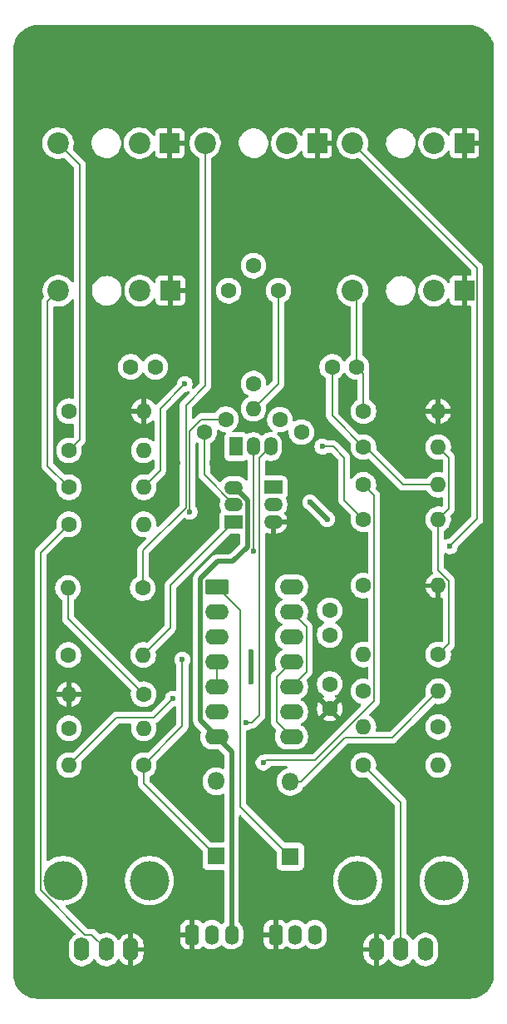
<source format=gbr>
%TF.GenerationSoftware,KiCad,Pcbnew,9.0.0*%
%TF.CreationDate,2025-07-31T22:07:32+10:00*%
%TF.ProjectId,VCO,56434f2e-6b69-4636-9164-5f7063625858,rev?*%
%TF.SameCoordinates,Original*%
%TF.FileFunction,Copper,L1,Top*%
%TF.FilePolarity,Positive*%
%FSLAX46Y46*%
G04 Gerber Fmt 4.6, Leading zero omitted, Abs format (unit mm)*
G04 Created by KiCad (PCBNEW 9.0.0) date 2025-07-31 22:07:32*
%MOMM*%
%LPD*%
G01*
G04 APERTURE LIST*
G04 Aperture macros list*
%AMRoundRect*
0 Rectangle with rounded corners*
0 $1 Rounding radius*
0 $2 $3 $4 $5 $6 $7 $8 $9 X,Y pos of 4 corners*
0 Add a 4 corners polygon primitive as box body*
4,1,4,$2,$3,$4,$5,$6,$7,$8,$9,$2,$3,0*
0 Add four circle primitives for the rounded corners*
1,1,$1+$1,$2,$3*
1,1,$1+$1,$4,$5*
1,1,$1+$1,$6,$7*
1,1,$1+$1,$8,$9*
0 Add four rect primitives between the rounded corners*
20,1,$1+$1,$2,$3,$4,$5,0*
20,1,$1+$1,$4,$5,$6,$7,0*
20,1,$1+$1,$6,$7,$8,$9,0*
20,1,$1+$1,$8,$9,$2,$3,0*%
%AMHorizOval*
0 Thick line with rounded ends*
0 $1 width*
0 $2 $3 position (X,Y) of the first rounded end (center of the circle)*
0 $4 $5 position (X,Y) of the second rounded end (center of the circle)*
0 Add line between two ends*
20,1,$1,$2,$3,$4,$5,0*
0 Add two circle primitives to create the rounded ends*
1,1,$1,$2,$3*
1,1,$1,$4,$5*%
G04 Aperture macros list end*
%TA.AperFunction,WasherPad*%
%ADD10C,4.000000*%
%TD*%
%TA.AperFunction,ComponentPad*%
%ADD11O,1.600000X2.400000*%
%TD*%
%TA.AperFunction,ComponentPad*%
%ADD12R,1.350000X1.900000*%
%TD*%
%TA.AperFunction,ComponentPad*%
%ADD13O,1.350000X1.900000*%
%TD*%
%TA.AperFunction,ComponentPad*%
%ADD14C,1.600000*%
%TD*%
%TA.AperFunction,ComponentPad*%
%ADD15O,1.600000X1.600000*%
%TD*%
%TA.AperFunction,ComponentPad*%
%ADD16R,2.000000X2.000000*%
%TD*%
%TA.AperFunction,ComponentPad*%
%ADD17C,2.200000*%
%TD*%
%TA.AperFunction,ComponentPad*%
%ADD18RoundRect,0.291666X-0.408334X-0.708334X0.408334X-0.708334X0.408334X0.708334X-0.408334X0.708334X0*%
%TD*%
%TA.AperFunction,ComponentPad*%
%ADD19O,1.400000X2.000000*%
%TD*%
%TA.AperFunction,ComponentPad*%
%ADD20HorizOval,1.600000X0.000000X0.000000X0.000000X0.000000X0*%
%TD*%
%TA.AperFunction,ComponentPad*%
%ADD21RoundRect,0.250000X-0.950000X-0.550000X0.950000X-0.550000X0.950000X0.550000X-0.950000X0.550000X0*%
%TD*%
%TA.AperFunction,ComponentPad*%
%ADD22O,2.400000X1.600000*%
%TD*%
%TA.AperFunction,ComponentPad*%
%ADD23R,1.800000X1.800000*%
%TD*%
%TA.AperFunction,ComponentPad*%
%ADD24O,1.800000X1.800000*%
%TD*%
%TA.AperFunction,ComponentPad*%
%ADD25R,1.900000X1.350000*%
%TD*%
%TA.AperFunction,ComponentPad*%
%ADD26O,1.900000X1.350000*%
%TD*%
%TA.AperFunction,ComponentPad*%
%ADD27HorizOval,1.600000X0.000000X0.000000X0.000000X0.000000X0*%
%TD*%
%TA.AperFunction,ViaPad*%
%ADD28C,0.600000*%
%TD*%
%TA.AperFunction,Conductor*%
%ADD29C,0.500000*%
%TD*%
%TA.AperFunction,Conductor*%
%ADD30C,0.200000*%
%TD*%
G04 APERTURE END LIST*
D10*
%TO.P,RV3,*%
%TO.N,*%
X85600000Y-137500000D03*
X94400000Y-137500000D03*
D11*
%TO.P,RV3,1,1*%
%TO.N,VDD*%
X92500001Y-144500000D03*
%TO.P,RV3,2,2*%
%TO.N,Net-(R12-Pad1)*%
X90000000Y-144500000D03*
%TO.P,RV3,3,3*%
%TO.N,GND*%
X87499999Y-144500000D03*
%TD*%
D12*
%TO.P,Q1,1,C*%
%TO.N,VDD*%
X73230000Y-93360000D03*
D13*
%TO.P,Q1,2,B*%
%TO.N,Net-(Q1-B)*%
X75000000Y-93360000D03*
%TO.P,Q1,3,E*%
%TO.N,Net-(Q1-E)*%
X76730000Y-93360000D03*
%TD*%
D14*
%TO.P,R7,1*%
%TO.N,Net-(R7-Pad1)*%
X56190000Y-89750000D03*
D15*
%TO.P,R7,2*%
%TO.N,GND*%
X63810000Y-89750000D03*
%TD*%
D14*
%TO.P,R5,1*%
%TO.N,Net-(J2-PadT)*%
X56190000Y-97500000D03*
D15*
%TO.P,R5,2*%
%TO.N,Net-(R1-Pad1)*%
X63810000Y-97500000D03*
%TD*%
D16*
%TO.P,J3,G*%
%TO.N,GND*%
X81480000Y-62500000D03*
D17*
%TO.P,J3,S*%
%TO.N,unconnected-(J3-PadS)*%
X78380000Y-62500000D03*
%TO.P,J3,T*%
%TO.N,Net-(J3-PadT)*%
X70080000Y-62500000D03*
%TD*%
D18*
%TO.P,J6,1,Pin_1*%
%TO.N,GND*%
X68750000Y-143000000D03*
D19*
%TO.P,J6,2,Pin_2*%
%TO.N,VDD*%
X70750000Y-143000000D03*
%TO.P,J6,3,Pin_3*%
%TO.N,VSS*%
X72750000Y-143000000D03*
%TD*%
D14*
%TO.P,R21,1*%
%TO.N,Net-(C3-Pad2)*%
X86190000Y-107500000D03*
D15*
%TO.P,R21,2*%
%TO.N,GND*%
X93810000Y-107500000D03*
%TD*%
D14*
%TO.P,C3,1*%
%TO.N,Net-(C3-Pad1)*%
X82750000Y-112500000D03*
%TO.P,C3,2*%
%TO.N,Net-(C3-Pad2)*%
X82750000Y-110000000D03*
%TD*%
%TO.P,R3,1*%
%TO.N,Net-(T1-B)*%
X79874997Y-91892500D03*
D20*
%TO.P,R3,2*%
%TO.N,Net-(R3-Pad2)*%
X77675292Y-90622500D03*
%TD*%
D16*
%TO.P,J1,G*%
%TO.N,GND*%
X66480000Y-62500000D03*
D17*
%TO.P,J1,S*%
%TO.N,unconnected-(J1-PadS)*%
X63380000Y-62500000D03*
%TO.P,J1,T*%
%TO.N,Net-(J1-PadT)*%
X55080000Y-62500000D03*
%TD*%
D14*
%TO.P,R20,1*%
%TO.N,Net-(C2-Pad2)*%
X86193333Y-89750000D03*
D15*
%TO.P,R20,2*%
%TO.N,GND*%
X93813333Y-89750000D03*
%TD*%
D14*
%TO.P,R11,1*%
%TO.N,Net-(Q1-E)*%
X56190000Y-122000000D03*
D15*
%TO.P,R11,2*%
%TO.N,VSS*%
X63810000Y-122000000D03*
%TD*%
D14*
%TO.P,R12,1*%
%TO.N,Net-(R12-Pad1)*%
X86190000Y-125750000D03*
D15*
%TO.P,R12,2*%
%TO.N,Net-(R12-Pad2)*%
X93810000Y-125750000D03*
%TD*%
D14*
%TO.P,C1,1*%
%TO.N,Net-(D2-K)*%
X62500000Y-85250000D03*
%TO.P,C1,2*%
%TO.N,Net-(D1-A)*%
X65000000Y-85250000D03*
%TD*%
%TO.P,R16,1*%
%TO.N,Net-(D1-K)*%
X86210000Y-93410000D03*
D15*
%TO.P,R16,2*%
%TO.N,Net-(R12-Pad2)*%
X93830000Y-93410000D03*
%TD*%
D14*
%TO.P,R8,1*%
%TO.N,Net-(J3-PadT)*%
X63710000Y-107750000D03*
D15*
%TO.P,R8,2*%
%TO.N,Net-(Q1-B)*%
X56090000Y-107750000D03*
%TD*%
D21*
%TO.P,U1,1*%
%TO.N,Net-(D2-K)*%
X71250000Y-107630000D03*
D22*
%TO.P,U1,2*%
%TO.N,Net-(D1-K)*%
X71250000Y-110170000D03*
%TO.P,U1,3*%
%TO.N,Net-(R17-Pad2)*%
X71250000Y-112710000D03*
%TO.P,U1,4*%
%TO.N,Net-(U1-Pad4)*%
X71250000Y-115250000D03*
%TO.P,U1,5*%
X71250000Y-117790000D03*
%TO.P,U1,6*%
%TO.N,Net-(D2-A)*%
X71250000Y-120330000D03*
%TO.P,U1,7,VSS*%
%TO.N,VSS*%
X71250000Y-122870000D03*
%TO.P,U1,8*%
%TO.N,Net-(R18-Pad2)*%
X78870000Y-122870000D03*
%TO.P,U1,9*%
%TO.N,Net-(R12-Pad2)*%
X78870000Y-120330000D03*
%TO.P,U1,10*%
%TO.N,Net-(C4-Pad2)*%
X78870000Y-117790000D03*
%TO.P,U1,11*%
%TO.N,Net-(R18-Pad2)*%
X78870000Y-115250000D03*
%TO.P,U1,12*%
%TO.N,Net-(C3-Pad1)*%
X78870000Y-112710000D03*
%TO.P,U1,13*%
%TO.N,Net-(C4-Pad2)*%
X78870000Y-110170000D03*
%TO.P,U1,14,VDD*%
%TO.N,VDD*%
X78870000Y-107630000D03*
%TD*%
D23*
%TO.P,D1,1,K*%
%TO.N,Net-(D1-K)*%
X71200000Y-135010000D03*
D24*
%TO.P,D1,2,A*%
%TO.N,Net-(D1-A)*%
X71200000Y-127390000D03*
%TD*%
D10*
%TO.P,RV1,*%
%TO.N,*%
X55600000Y-137500000D03*
X64400000Y-137500000D03*
D11*
%TO.P,RV1,1,1*%
%TO.N,GND*%
X62500001Y-144500000D03*
%TO.P,RV1,2,2*%
%TO.N,Net-(R6-Pad1)*%
X60000000Y-144500000D03*
%TO.P,RV1,3,3*%
%TO.N,VSS*%
X57499999Y-144500000D03*
%TD*%
D14*
%TO.P,R19,1*%
%TO.N,Net-(R17-Pad2)*%
X86193333Y-118250000D03*
D15*
%TO.P,R19,2*%
%TO.N,Net-(D2-A)*%
X93813333Y-118250000D03*
%TD*%
D14*
%TO.P,C4,1*%
%TO.N,GND*%
X82750000Y-120000000D03*
%TO.P,C4,2*%
%TO.N,Net-(C4-Pad2)*%
X82750000Y-117500000D03*
%TD*%
%TO.P,R13,1*%
%TO.N,VDD*%
X93810000Y-121870000D03*
D15*
%TO.P,R13,2*%
%TO.N,Net-(R12-Pad2)*%
X86190000Y-121870000D03*
%TD*%
D14*
%TO.P,C2,1*%
%TO.N,Net-(D1-K)*%
X83000000Y-85250000D03*
%TO.P,C2,2*%
%TO.N,Net-(C2-Pad2)*%
X85500000Y-85250000D03*
%TD*%
D25*
%TO.P,T2,1,C*%
%TO.N,Net-(D2-K)*%
X77000000Y-97500000D03*
D26*
%TO.P,T2,2,B*%
%TO.N,Net-(T1-C)*%
X77000000Y-99270000D03*
%TO.P,T2,3,E*%
%TO.N,GND*%
X77000000Y-101000000D03*
%TD*%
D16*
%TO.P,J4,G*%
%TO.N,GND*%
X96480000Y-77500000D03*
D17*
%TO.P,J4,S*%
%TO.N,unconnected-(J4-PadS)*%
X93380000Y-77500000D03*
%TO.P,J4,T*%
%TO.N,Net-(C2-Pad2)*%
X85080000Y-77500000D03*
%TD*%
D25*
%TO.P,T1,1,C*%
%TO.N,Net-(T1-C)*%
X73000000Y-101020000D03*
D26*
%TO.P,T1,2,B*%
%TO.N,Net-(T1-B)*%
X73000000Y-99250000D03*
%TO.P,T1,3,E*%
%TO.N,VSS*%
X73000000Y-97520000D03*
%TD*%
D23*
%TO.P,D2,1,K*%
%TO.N,Net-(D2-K)*%
X78750000Y-135060000D03*
D24*
%TO.P,D2,2,A*%
%TO.N,Net-(D2-A)*%
X78750000Y-127440000D03*
%TD*%
D14*
%TO.P,RV2,1,1*%
%TO.N,Net-(T1-B)*%
X77530000Y-77505000D03*
%TO.P,RV2,2,2*%
%TO.N,Net-(R7-Pad1)*%
X74990000Y-74965000D03*
%TO.P,RV2,3,3*%
X72450000Y-77505000D03*
%TD*%
%TO.P,R14,1*%
%TO.N,Net-(Q1-E)*%
X86190000Y-100750000D03*
D15*
%TO.P,R14,2*%
%TO.N,Net-(R12-Pad2)*%
X93810000Y-100750000D03*
%TD*%
D14*
%TO.P,R4,1*%
%TO.N,Net-(J1-PadT)*%
X56190000Y-93750000D03*
D15*
%TO.P,R4,2*%
%TO.N,Net-(R3-Pad2)*%
X63810000Y-93750000D03*
%TD*%
D14*
%TO.P,R18,1*%
%TO.N,Net-(R12-Pad2)*%
X93813333Y-114500000D03*
D15*
%TO.P,R18,2*%
%TO.N,Net-(R18-Pad2)*%
X86193333Y-114500000D03*
%TD*%
D14*
%TO.P,R9,1*%
%TO.N,Net-(Q1-B)*%
X63800000Y-118540000D03*
D15*
%TO.P,R9,2*%
%TO.N,GND*%
X56180000Y-118540000D03*
%TD*%
D14*
%TO.P,R17,1*%
%TO.N,Net-(D1-K)*%
X63810000Y-125750000D03*
D15*
%TO.P,R17,2*%
%TO.N,Net-(R17-Pad2)*%
X56190000Y-125750000D03*
%TD*%
D14*
%TO.P,R2,1*%
%TO.N,Net-(T1-B)*%
X69985004Y-91842500D03*
D27*
%TO.P,R2,2*%
%TO.N,Net-(R2-Pad2)*%
X72184709Y-90572500D03*
%TD*%
D14*
%TO.P,R6,1*%
%TO.N,Net-(R6-Pad1)*%
X56190000Y-101250000D03*
D15*
%TO.P,R6,2*%
%TO.N,Net-(R2-Pad2)*%
X63810000Y-101250000D03*
%TD*%
D14*
%TO.P,R10,1*%
%TO.N,VDD*%
X56150000Y-114550000D03*
D15*
%TO.P,R10,2*%
%TO.N,Net-(T1-C)*%
X63770000Y-114550000D03*
%TD*%
D16*
%TO.P,J2,G*%
%TO.N,GND*%
X66530000Y-77500000D03*
D17*
%TO.P,J2,S*%
%TO.N,unconnected-(J2-PadS)*%
X63430000Y-77500000D03*
%TO.P,J2,T*%
%TO.N,Net-(J2-PadT)*%
X55130000Y-77500000D03*
%TD*%
D14*
%TO.P,R1,1*%
%TO.N,Net-(R1-Pad1)*%
X75000000Y-86955000D03*
D15*
%TO.P,R1,2*%
%TO.N,Net-(T1-B)*%
X75000000Y-89495000D03*
%TD*%
D16*
%TO.P,J5,G*%
%TO.N,GND*%
X96480000Y-62500000D03*
D17*
%TO.P,J5,S*%
%TO.N,unconnected-(J5-PadS)*%
X93380000Y-62500000D03*
%TO.P,J5,T*%
%TO.N,Net-(C3-Pad2)*%
X85080000Y-62500000D03*
%TD*%
D14*
%TO.P,R15,1*%
%TO.N,Net-(D1-A)*%
X86193333Y-97250000D03*
D15*
%TO.P,R15,2*%
%TO.N,Net-(D1-K)*%
X93813333Y-97250000D03*
%TD*%
D18*
%TO.P,J7,1,Pin_1*%
%TO.N,GND*%
X77250000Y-143000000D03*
D19*
%TO.P,J7,2,Pin_2*%
%TO.N,VDD*%
X79250000Y-143000000D03*
%TO.P,J7,3,Pin_3*%
%TO.N,VSS*%
X81250000Y-143000000D03*
%TD*%
D28*
%TO.N,VDD*%
X82500000Y-100750000D03*
X80750000Y-99000000D03*
%TO.N,Net-(D1-A)*%
X76000000Y-125500000D03*
%TO.N,Net-(D1-K)*%
X67750000Y-115000000D03*
%TO.N,Net-(C3-Pad2)*%
X95000000Y-103500000D03*
%TO.N,GND*%
X70750000Y-95000000D03*
X67250000Y-95000000D03*
%TO.N,VDD*%
X74750000Y-114250000D03*
X74750000Y-117250000D03*
%TO.N,Net-(Q1-B)*%
X75000000Y-104000000D03*
%TO.N,Net-(Q1-E)*%
X82000000Y-93360000D03*
X74250000Y-121431000D03*
%TO.N,Net-(R1-Pad1)*%
X68000000Y-87000000D03*
%TO.N,Net-(R2-Pad2)*%
X68500000Y-100000000D03*
%TO.N,Net-(R17-Pad2)*%
X66750000Y-119000000D03*
%TD*%
D29*
%TO.N,VDD*%
X82500000Y-100750000D02*
X80750000Y-99000000D01*
D30*
%TO.N,Net-(D1-A)*%
X87294333Y-119205667D02*
X81250000Y-125250000D01*
X76250000Y-125250000D02*
X76000000Y-125500000D01*
X81250000Y-125250000D02*
X76250000Y-125250000D01*
X87294333Y-98351000D02*
X87294333Y-119205667D01*
X86193333Y-97250000D02*
X87294333Y-98351000D01*
%TO.N,Net-(D2-K)*%
X71250000Y-107630000D02*
X73649000Y-110029000D01*
X73649000Y-129959000D02*
X78750000Y-135060000D01*
X73649000Y-110029000D02*
X73649000Y-129959000D01*
%TO.N,Net-(D1-K)*%
X86210000Y-93410000D02*
X86410000Y-93410000D01*
X67750000Y-121810000D02*
X63810000Y-125750000D01*
X83000000Y-85250000D02*
X83000000Y-90200000D01*
X63810000Y-125750000D02*
X63810000Y-127620000D01*
X86410000Y-93410000D02*
X90250000Y-97250000D01*
X63810000Y-127620000D02*
X71200000Y-135010000D01*
X83000000Y-90200000D02*
X86210000Y-93410000D01*
X90250000Y-97250000D02*
X93813333Y-97250000D01*
X67750000Y-115000000D02*
X67750000Y-121810000D01*
%TO.N,Net-(C2-Pad2)*%
X85500000Y-77920000D02*
X85080000Y-77500000D01*
X85500000Y-85250000D02*
X85500000Y-77920000D01*
X86193333Y-85943333D02*
X85500000Y-85250000D01*
X86193333Y-89750000D02*
X86193333Y-85943333D01*
%TO.N,Net-(C3-Pad2)*%
X97781000Y-75201000D02*
X85080000Y-62500000D01*
X95000000Y-103500000D02*
X97781000Y-100719000D01*
X97781000Y-100719000D02*
X97781000Y-75201000D01*
%TO.N,Net-(D2-A)*%
X84279000Y-122971000D02*
X79810000Y-127440000D01*
X79810000Y-127440000D02*
X78750000Y-127440000D01*
X93813333Y-118250000D02*
X89092333Y-122971000D01*
X89092333Y-122971000D02*
X84279000Y-122971000D01*
%TO.N,Net-(J1-PadT)*%
X57291000Y-64711000D02*
X55080000Y-62500000D01*
X56190000Y-93750000D02*
X57291000Y-92649000D01*
X57291000Y-92649000D02*
X57291000Y-64711000D01*
%TO.N,Net-(J2-PadT)*%
X55130000Y-77500000D02*
X54030001Y-78599999D01*
X54030001Y-95340001D02*
X56190000Y-97500000D01*
X54030001Y-78599999D02*
X54030001Y-95340001D01*
%TO.N,Net-(J3-PadT)*%
X63710000Y-107750000D02*
X63710000Y-103940057D01*
X68099000Y-99551057D02*
X68099000Y-89151000D01*
X70080000Y-87170000D02*
X70080000Y-62500000D01*
X63710000Y-103940057D02*
X68099000Y-99551057D01*
X68099000Y-89151000D02*
X70080000Y-87170000D01*
D29*
%TO.N,VDD*%
X74750000Y-114250000D02*
X74750000Y-117250000D01*
D30*
%TO.N,Net-(Q1-B)*%
X56090000Y-110830000D02*
X63800000Y-118540000D01*
X56090000Y-107750000D02*
X56090000Y-110830000D01*
X75000000Y-93360000D02*
X75000000Y-104000000D01*
%TO.N,Net-(Q1-E)*%
X74819000Y-121431000D02*
X75601000Y-120649000D01*
X82000000Y-93360000D02*
X83110000Y-93360000D01*
X84250000Y-98810000D02*
X86190000Y-100750000D01*
X83110000Y-93360000D02*
X84250000Y-94500000D01*
X75601000Y-94489000D02*
X76730000Y-93360000D01*
X84250000Y-94500000D02*
X84250000Y-98810000D01*
X75601000Y-120649000D02*
X75601000Y-94489000D01*
X74250000Y-121431000D02*
X74819000Y-121431000D01*
%TO.N,Net-(R1-Pad1)*%
X65500000Y-89500000D02*
X65500000Y-95810000D01*
X68000000Y-87000000D02*
X65500000Y-89500000D01*
X65500000Y-95810000D02*
X63810000Y-97500000D01*
%TO.N,Net-(R2-Pad2)*%
X69697954Y-90572500D02*
X68500000Y-91770454D01*
X68500000Y-91770454D02*
X68500000Y-100000000D01*
X72184709Y-90572500D02*
X69697954Y-90572500D01*
%TO.N,Net-(R6-Pad1)*%
X56190000Y-101250000D02*
X53299000Y-104141000D01*
X58499000Y-142999000D02*
X60000000Y-144500000D01*
X53299000Y-104141000D02*
X53299000Y-138453106D01*
X57844894Y-142999000D02*
X58499000Y-142999000D01*
X53299000Y-138453106D02*
X57844894Y-142999000D01*
%TO.N,Net-(T1-B)*%
X77530000Y-86965000D02*
X77530000Y-77505000D01*
X75000000Y-89495000D02*
X77530000Y-86965000D01*
X69985004Y-96235004D02*
X73000000Y-99250000D01*
X69985004Y-91842500D02*
X69985004Y-96235004D01*
%TO.N,Net-(T1-C)*%
X73000000Y-101020000D02*
X72980000Y-101020000D01*
X66500000Y-111820000D02*
X63770000Y-114550000D01*
X72980000Y-101020000D02*
X66500000Y-107500000D01*
X66500000Y-107500000D02*
X66500000Y-111820000D01*
D29*
%TO.N,VSS*%
X74401000Y-103536925D02*
X72901000Y-105036925D01*
X71250000Y-122870000D02*
X72750000Y-124370000D01*
X69599000Y-106782708D02*
X69599000Y-121219000D01*
X74401000Y-98783596D02*
X74401000Y-103536925D01*
X72901000Y-105036925D02*
X71344783Y-105036925D01*
X72750000Y-124370000D02*
X72750000Y-143000000D01*
X73000000Y-97520000D02*
X73137404Y-97520000D01*
X73137404Y-97520000D02*
X74401000Y-98783596D01*
X69599000Y-121219000D02*
X71250000Y-122870000D01*
X71344783Y-105036925D02*
X69599000Y-106782708D01*
D30*
%TO.N,Net-(R12-Pad1)*%
X90000000Y-129560000D02*
X90000000Y-144500000D01*
X86190000Y-125750000D02*
X90000000Y-129560000D01*
%TO.N,Net-(R12-Pad2)*%
X94914333Y-94494333D02*
X94914333Y-99645667D01*
X94911000Y-113402333D02*
X93813333Y-114500000D01*
X93810000Y-100750000D02*
X93810000Y-105942950D01*
X93830000Y-93410000D02*
X94914333Y-94494333D01*
X93810000Y-105942950D02*
X94911000Y-107043950D01*
X94914333Y-99645667D02*
X93810000Y-100750000D01*
X94911000Y-107043950D02*
X94911000Y-113402333D01*
%TO.N,Net-(R17-Pad2)*%
X66750000Y-119000000D02*
X64851000Y-120899000D01*
X61041000Y-120899000D02*
X56190000Y-125750000D01*
X64851000Y-120899000D02*
X61041000Y-120899000D01*
%TO.N,Net-(R18-Pad2)*%
X78870000Y-115250000D02*
X77369000Y-116751000D01*
X77369000Y-116751000D02*
X77369000Y-121369000D01*
X77369000Y-121369000D02*
X78870000Y-122870000D01*
%TO.N,Net-(U1-Pad4)*%
X71250000Y-115250000D02*
X71250000Y-117790000D01*
%TO.N,Net-(C4-Pad2)*%
X78870000Y-117790000D02*
X80371000Y-116289000D01*
X80371000Y-116289000D02*
X80371000Y-111671000D01*
X80371000Y-111671000D02*
X78870000Y-110170000D01*
%TD*%
%TA.AperFunction,Conductor*%
%TO.N,GND*%
G36*
X71440272Y-91652646D02*
G01*
X71451174Y-91653270D01*
X71482389Y-91669741D01*
X71485949Y-91672327D01*
X71503099Y-91684787D01*
X71611751Y-91740148D01*
X71685485Y-91777718D01*
X71685487Y-91777718D01*
X71685490Y-91777720D01*
X71789846Y-91811627D01*
X71880174Y-91840977D01*
X71981266Y-91856988D01*
X72082357Y-91873000D01*
X72082358Y-91873000D01*
X72084071Y-91873000D01*
X72084699Y-91873184D01*
X72087220Y-91873383D01*
X72087178Y-91873912D01*
X72151110Y-91892685D01*
X72196865Y-91945489D01*
X72206809Y-92014647D01*
X72183338Y-92071309D01*
X72164300Y-92096741D01*
X72111203Y-92167669D01*
X72111202Y-92167671D01*
X72060908Y-92302517D01*
X72054501Y-92362116D01*
X72054500Y-92362135D01*
X72054500Y-94357870D01*
X72054501Y-94357876D01*
X72060908Y-94417483D01*
X72111202Y-94552328D01*
X72111206Y-94552335D01*
X72197452Y-94667544D01*
X72197455Y-94667547D01*
X72312664Y-94753793D01*
X72312671Y-94753797D01*
X72447517Y-94804091D01*
X72447516Y-94804091D01*
X72454444Y-94804835D01*
X72507127Y-94810500D01*
X73952872Y-94810499D01*
X74012483Y-94804091D01*
X74147331Y-94753796D01*
X74201189Y-94713477D01*
X74266652Y-94689060D01*
X74334925Y-94703911D01*
X74384331Y-94753316D01*
X74399500Y-94812744D01*
X74399500Y-96686229D01*
X74379815Y-96753268D01*
X74327011Y-96799023D01*
X74257853Y-96808967D01*
X74194297Y-96779942D01*
X74175183Y-96759116D01*
X74171621Y-96754213D01*
X74040789Y-96623381D01*
X74040787Y-96623379D01*
X73891096Y-96514622D01*
X73878166Y-96508034D01*
X73726235Y-96430620D01*
X73726232Y-96430619D01*
X73550265Y-96373445D01*
X73458889Y-96358972D01*
X73367514Y-96344500D01*
X72632486Y-96344500D01*
X72571569Y-96354148D01*
X72449734Y-96373445D01*
X72273767Y-96430619D01*
X72273764Y-96430620D01*
X72108903Y-96514622D01*
X72029937Y-96571995D01*
X71959213Y-96623379D01*
X71959211Y-96623381D01*
X71959210Y-96623381D01*
X71828381Y-96754210D01*
X71828381Y-96754211D01*
X71828379Y-96754213D01*
X71811730Y-96777129D01*
X71719609Y-96903920D01*
X71719538Y-96904038D01*
X71719499Y-96904073D01*
X71716758Y-96907846D01*
X71715964Y-96907269D01*
X71667717Y-96950903D01*
X71598785Y-96962312D01*
X71534628Y-96934642D01*
X71526143Y-96926908D01*
X70621823Y-96022588D01*
X70588338Y-95961265D01*
X70585504Y-95934907D01*
X70585504Y-93072101D01*
X70605189Y-93005062D01*
X70653210Y-92961616D01*
X70666614Y-92954787D01*
X70832223Y-92834466D01*
X70976970Y-92689719D01*
X70976972Y-92689715D01*
X70976975Y-92689713D01*
X71029736Y-92617090D01*
X71097291Y-92524110D01*
X71190224Y-92341719D01*
X71253481Y-92147034D01*
X71285504Y-91944852D01*
X71285504Y-91770059D01*
X71289051Y-91757978D01*
X71287974Y-91745434D01*
X71298708Y-91725089D01*
X71305189Y-91703020D01*
X71314704Y-91694775D01*
X71320580Y-91683639D01*
X71340610Y-91672327D01*
X71357993Y-91657265D01*
X71370454Y-91655473D01*
X71381418Y-91649282D01*
X71404382Y-91650594D01*
X71427151Y-91647321D01*
X71440272Y-91652646D01*
G37*
%TD.AperFunction*%
%TA.AperFunction,Conductor*%
G36*
X97003736Y-50500726D02*
G01*
X97293796Y-50518271D01*
X97308659Y-50520076D01*
X97590798Y-50571780D01*
X97605335Y-50575363D01*
X97879172Y-50660695D01*
X97893163Y-50666000D01*
X98154743Y-50783727D01*
X98167989Y-50790680D01*
X98413465Y-50939075D01*
X98425776Y-50947573D01*
X98651573Y-51124473D01*
X98662781Y-51134403D01*
X98865596Y-51337218D01*
X98875526Y-51348426D01*
X98995481Y-51501538D01*
X99052422Y-51574217D01*
X99060928Y-51586540D01*
X99209316Y-51832004D01*
X99216275Y-51845263D01*
X99333997Y-52106831D01*
X99339306Y-52120832D01*
X99424635Y-52394663D01*
X99428219Y-52409201D01*
X99479923Y-52691340D01*
X99481728Y-52706205D01*
X99499274Y-52996262D01*
X99499500Y-53003749D01*
X99499500Y-146996249D01*
X99499274Y-147003736D01*
X99481728Y-147293794D01*
X99479923Y-147308659D01*
X99428219Y-147590798D01*
X99424635Y-147605336D01*
X99339306Y-147879167D01*
X99333997Y-147893168D01*
X99216275Y-148154736D01*
X99209316Y-148167995D01*
X99060928Y-148413459D01*
X99052422Y-148425782D01*
X98875526Y-148651573D01*
X98865596Y-148662781D01*
X98662781Y-148865596D01*
X98651573Y-148875526D01*
X98425782Y-149052422D01*
X98413459Y-149060928D01*
X98167995Y-149209316D01*
X98154736Y-149216275D01*
X97893168Y-149333997D01*
X97879167Y-149339306D01*
X97605336Y-149424635D01*
X97590798Y-149428219D01*
X97308659Y-149479923D01*
X97293794Y-149481728D01*
X97014454Y-149498624D01*
X97003735Y-149499273D01*
X96996250Y-149499499D01*
X53003734Y-149499499D01*
X52996247Y-149499273D01*
X52706205Y-149481728D01*
X52691340Y-149479923D01*
X52409201Y-149428219D01*
X52394663Y-149424635D01*
X52120832Y-149339306D01*
X52106831Y-149333997D01*
X51845263Y-149216275D01*
X51832004Y-149209316D01*
X51586540Y-149060928D01*
X51574217Y-149052422D01*
X51348426Y-148875526D01*
X51337218Y-148865596D01*
X51134403Y-148662781D01*
X51124473Y-148651573D01*
X50947573Y-148425776D01*
X50939075Y-148413465D01*
X50790680Y-148167989D01*
X50783727Y-148154743D01*
X50666000Y-147893163D01*
X50660693Y-147879167D01*
X50575364Y-147605336D01*
X50571780Y-147590798D01*
X50520076Y-147308659D01*
X50518271Y-147293794D01*
X50500726Y-147003736D01*
X50500500Y-146996249D01*
X50500500Y-138532160D01*
X52698498Y-138532160D01*
X52739424Y-138684893D01*
X52751159Y-138705218D01*
X52751160Y-138705220D01*
X52818477Y-138821818D01*
X52818481Y-138821823D01*
X52937349Y-138940691D01*
X52937355Y-138940696D01*
X56811863Y-142815204D01*
X56845348Y-142876527D01*
X56840364Y-142946219D01*
X56798492Y-143002152D01*
X56797067Y-143003203D01*
X56652786Y-143108028D01*
X56652781Y-143108032D01*
X56508027Y-143252786D01*
X56387714Y-143418386D01*
X56294780Y-143600776D01*
X56231521Y-143795465D01*
X56199499Y-143997648D01*
X56199499Y-145002351D01*
X56231521Y-145204534D01*
X56294780Y-145399223D01*
X56387714Y-145581613D01*
X56508027Y-145747213D01*
X56652785Y-145891971D01*
X56807748Y-146004556D01*
X56818389Y-146012287D01*
X56934606Y-146071503D01*
X57000775Y-146105218D01*
X57000777Y-146105218D01*
X57000780Y-146105220D01*
X57105136Y-146139127D01*
X57195464Y-146168477D01*
X57296556Y-146184488D01*
X57397647Y-146200500D01*
X57397648Y-146200500D01*
X57602350Y-146200500D01*
X57602351Y-146200500D01*
X57804533Y-146168477D01*
X57999218Y-146105220D01*
X58181609Y-146012287D01*
X58274589Y-145944732D01*
X58347212Y-145891971D01*
X58347214Y-145891968D01*
X58347218Y-145891966D01*
X58491965Y-145747219D01*
X58491967Y-145747215D01*
X58491970Y-145747213D01*
X58612285Y-145581611D01*
X58612419Y-145581349D01*
X58639514Y-145528171D01*
X58687488Y-145477376D01*
X58755309Y-145460580D01*
X58821444Y-145483117D01*
X58860483Y-145528170D01*
X58887713Y-145581611D01*
X59008028Y-145747213D01*
X59152786Y-145891971D01*
X59307749Y-146004556D01*
X59318390Y-146012287D01*
X59434607Y-146071503D01*
X59500776Y-146105218D01*
X59500778Y-146105218D01*
X59500781Y-146105220D01*
X59605137Y-146139127D01*
X59695465Y-146168477D01*
X59796557Y-146184488D01*
X59897648Y-146200500D01*
X59897649Y-146200500D01*
X60102351Y-146200500D01*
X60102352Y-146200500D01*
X60304534Y-146168477D01*
X60499219Y-146105220D01*
X60681610Y-146012287D01*
X60774590Y-145944732D01*
X60847213Y-145891971D01*
X60847215Y-145891968D01*
X60847219Y-145891966D01*
X60991966Y-145747219D01*
X60991968Y-145747215D01*
X60991971Y-145747213D01*
X61112286Y-145581611D01*
X61112420Y-145581349D01*
X61139795Y-145527621D01*
X61187769Y-145476826D01*
X61255589Y-145460030D01*
X61321725Y-145482567D01*
X61360765Y-145527621D01*
X61388141Y-145581349D01*
X61508418Y-145746894D01*
X61508418Y-145746895D01*
X61653105Y-145891582D01*
X61818651Y-146011859D01*
X62000969Y-146104754D01*
X62195579Y-146167988D01*
X62250001Y-146176607D01*
X62250001Y-144933012D01*
X62307008Y-144965925D01*
X62434175Y-145000000D01*
X62565827Y-145000000D01*
X62692994Y-144965925D01*
X62750001Y-144933012D01*
X62750001Y-146176606D01*
X62804422Y-146167988D01*
X62999032Y-146104754D01*
X63181350Y-146011859D01*
X63346895Y-145891582D01*
X63346896Y-145891582D01*
X63491583Y-145746895D01*
X63491583Y-145746894D01*
X63611860Y-145581349D01*
X63704756Y-145399031D01*
X63767991Y-145204417D01*
X63800001Y-145002317D01*
X63800001Y-144750000D01*
X62933013Y-144750000D01*
X62965926Y-144692993D01*
X63000001Y-144565826D01*
X63000001Y-144434174D01*
X62965926Y-144307007D01*
X62933013Y-144250000D01*
X63800001Y-144250000D01*
X63800001Y-143997682D01*
X63767991Y-143795582D01*
X63704756Y-143600968D01*
X63611860Y-143418650D01*
X63504966Y-143271524D01*
X63504965Y-143271522D01*
X63491588Y-143253110D01*
X63491583Y-143253104D01*
X63346896Y-143108417D01*
X63181350Y-142988140D01*
X62999030Y-142895244D01*
X62804414Y-142832009D01*
X62750001Y-142823390D01*
X62750001Y-144066988D01*
X62692994Y-144034075D01*
X62565827Y-144000000D01*
X62434175Y-144000000D01*
X62307008Y-144034075D01*
X62250001Y-144066988D01*
X62250001Y-142823390D01*
X62195587Y-142832009D01*
X62000971Y-142895244D01*
X61818651Y-142988140D01*
X61653106Y-143108417D01*
X61653105Y-143108417D01*
X61508418Y-143253104D01*
X61508418Y-143253105D01*
X61388139Y-143418653D01*
X61360764Y-143472379D01*
X61312789Y-143523175D01*
X61244968Y-143539969D01*
X61178833Y-143517431D01*
X61139795Y-143472378D01*
X61112284Y-143418385D01*
X60991971Y-143252786D01*
X60847213Y-143108028D01*
X60681613Y-142987715D01*
X60681612Y-142987714D01*
X60681610Y-142987713D01*
X60624653Y-142958691D01*
X60499223Y-142894781D01*
X60304534Y-142831522D01*
X60129995Y-142803878D01*
X60102352Y-142799500D01*
X59897648Y-142799500D01*
X59830254Y-142810174D01*
X59695464Y-142831523D01*
X59695461Y-142831523D01*
X59500781Y-142894779D01*
X59500780Y-142894779D01*
X59410954Y-142940548D01*
X59342285Y-142953444D01*
X59277545Y-142927167D01*
X59266986Y-142917750D01*
X58986589Y-142637354D01*
X58986588Y-142637352D01*
X58867717Y-142518481D01*
X58867716Y-142518480D01*
X58780904Y-142468360D01*
X58780904Y-142468359D01*
X58780900Y-142468358D01*
X58730785Y-142439423D01*
X58578057Y-142398499D01*
X58419943Y-142398499D01*
X58412347Y-142398499D01*
X58412331Y-142398500D01*
X58144991Y-142398500D01*
X58115550Y-142389855D01*
X58085564Y-142383332D01*
X58080548Y-142379577D01*
X58077952Y-142378815D01*
X58057310Y-142362181D01*
X55882237Y-140187108D01*
X55848752Y-140125785D01*
X55853736Y-140056093D01*
X55895608Y-140000160D01*
X55956035Y-139976207D01*
X56019495Y-139969057D01*
X56019501Y-139969055D01*
X56019509Y-139969055D01*
X56293318Y-139906560D01*
X56558408Y-139813801D01*
X56811445Y-139691945D01*
X57049248Y-139542523D01*
X57268825Y-139367416D01*
X57467416Y-139168825D01*
X57642523Y-138949248D01*
X57791945Y-138711445D01*
X57913801Y-138458408D01*
X58006560Y-138193318D01*
X58069055Y-137919509D01*
X58100500Y-137640425D01*
X58100500Y-137359575D01*
X58100499Y-137359568D01*
X61899500Y-137359568D01*
X61899500Y-137640431D01*
X61930942Y-137919494D01*
X61930945Y-137919512D01*
X61993439Y-138193317D01*
X61993443Y-138193329D01*
X62086200Y-138458411D01*
X62208053Y-138711442D01*
X62208055Y-138711445D01*
X62357477Y-138949248D01*
X62532584Y-139168825D01*
X62731175Y-139367416D01*
X62950752Y-139542523D01*
X63188555Y-139691945D01*
X63441592Y-139813801D01*
X63640680Y-139883465D01*
X63706670Y-139906556D01*
X63706682Y-139906560D01*
X63980491Y-139969055D01*
X63980497Y-139969055D01*
X63980505Y-139969057D01*
X64166547Y-139990018D01*
X64259569Y-140000499D01*
X64259572Y-140000500D01*
X64259575Y-140000500D01*
X64540428Y-140000500D01*
X64540429Y-140000499D01*
X64683055Y-139984429D01*
X64819494Y-139969057D01*
X64819499Y-139969056D01*
X64819509Y-139969055D01*
X65093318Y-139906560D01*
X65358408Y-139813801D01*
X65611445Y-139691945D01*
X65849248Y-139542523D01*
X66068825Y-139367416D01*
X66267416Y-139168825D01*
X66442523Y-138949248D01*
X66591945Y-138711445D01*
X66713801Y-138458408D01*
X66806560Y-138193318D01*
X66869055Y-137919509D01*
X66900500Y-137640425D01*
X66900500Y-137359575D01*
X66869055Y-137080491D01*
X66806560Y-136806682D01*
X66713801Y-136541592D01*
X66591945Y-136288555D01*
X66442523Y-136050752D01*
X66267416Y-135831175D01*
X66068825Y-135632584D01*
X65849248Y-135457477D01*
X65611445Y-135308055D01*
X65611442Y-135308053D01*
X65358411Y-135186200D01*
X65093329Y-135093443D01*
X65093317Y-135093439D01*
X64819512Y-135030945D01*
X64819494Y-135030942D01*
X64540431Y-134999500D01*
X64540425Y-134999500D01*
X64259575Y-134999500D01*
X64259568Y-134999500D01*
X63980505Y-135030942D01*
X63980487Y-135030945D01*
X63706682Y-135093439D01*
X63706670Y-135093443D01*
X63441588Y-135186200D01*
X63188557Y-135308053D01*
X62950753Y-135457476D01*
X62731175Y-135632583D01*
X62532583Y-135831175D01*
X62357476Y-136050753D01*
X62208053Y-136288557D01*
X62086200Y-136541588D01*
X61993443Y-136806670D01*
X61993439Y-136806682D01*
X61930945Y-137080487D01*
X61930942Y-137080505D01*
X61899500Y-137359568D01*
X58100499Y-137359568D01*
X58069055Y-137080491D01*
X58006560Y-136806682D01*
X57913801Y-136541592D01*
X57791945Y-136288555D01*
X57642523Y-136050752D01*
X57467416Y-135831175D01*
X57268825Y-135632584D01*
X57049248Y-135457477D01*
X56811445Y-135308055D01*
X56811442Y-135308053D01*
X56558411Y-135186200D01*
X56293329Y-135093443D01*
X56293317Y-135093439D01*
X56019512Y-135030945D01*
X56019494Y-135030942D01*
X55740431Y-134999500D01*
X55740425Y-134999500D01*
X55459575Y-134999500D01*
X55459568Y-134999500D01*
X55180505Y-135030942D01*
X55180487Y-135030945D01*
X54906682Y-135093439D01*
X54906670Y-135093443D01*
X54641588Y-135186200D01*
X54388557Y-135308053D01*
X54150753Y-135457476D01*
X54100813Y-135497302D01*
X54036126Y-135523711D01*
X53967430Y-135510954D01*
X53916537Y-135463084D01*
X53899500Y-135400355D01*
X53899500Y-125647648D01*
X54889500Y-125647648D01*
X54889500Y-125852351D01*
X54921522Y-126054534D01*
X54984781Y-126249223D01*
X55077715Y-126431613D01*
X55198028Y-126597213D01*
X55342786Y-126741971D01*
X55494772Y-126852393D01*
X55508390Y-126862287D01*
X55589499Y-126903614D01*
X55690776Y-126955218D01*
X55690778Y-126955218D01*
X55690781Y-126955220D01*
X55765818Y-126979601D01*
X55885465Y-127018477D01*
X55986557Y-127034488D01*
X56087648Y-127050500D01*
X56087649Y-127050500D01*
X56292351Y-127050500D01*
X56292352Y-127050500D01*
X56494534Y-127018477D01*
X56689219Y-126955220D01*
X56871610Y-126862287D01*
X56964590Y-126794732D01*
X57037213Y-126741971D01*
X57037215Y-126741968D01*
X57037219Y-126741966D01*
X57181966Y-126597219D01*
X57181968Y-126597215D01*
X57181971Y-126597213D01*
X57255579Y-126495898D01*
X57302287Y-126431610D01*
X57395220Y-126249219D01*
X57458477Y-126054534D01*
X57490500Y-125852352D01*
X57490500Y-125647648D01*
X57458477Y-125445466D01*
X57453825Y-125431151D01*
X57451832Y-125361312D01*
X57484075Y-125305158D01*
X61253416Y-121535819D01*
X61314739Y-121502334D01*
X61341097Y-121499500D01*
X62434524Y-121499500D01*
X62501563Y-121519185D01*
X62547318Y-121571989D01*
X62557262Y-121641147D01*
X62552455Y-121661817D01*
X62541524Y-121695457D01*
X62541523Y-121695464D01*
X62509500Y-121897648D01*
X62509500Y-122102351D01*
X62541522Y-122304534D01*
X62604781Y-122499223D01*
X62697715Y-122681613D01*
X62818028Y-122847213D01*
X62962786Y-122991971D01*
X63077368Y-123075218D01*
X63128390Y-123112287D01*
X63242639Y-123170500D01*
X63310776Y-123205218D01*
X63310778Y-123205218D01*
X63310781Y-123205220D01*
X63415137Y-123239127D01*
X63505465Y-123268477D01*
X63606557Y-123284488D01*
X63707648Y-123300500D01*
X63707649Y-123300500D01*
X63912351Y-123300500D01*
X63912352Y-123300500D01*
X64114534Y-123268477D01*
X64309219Y-123205220D01*
X64491610Y-123112287D01*
X64584590Y-123044732D01*
X64657213Y-122991971D01*
X64657215Y-122991968D01*
X64657219Y-122991966D01*
X64801966Y-122847219D01*
X64801968Y-122847215D01*
X64801971Y-122847213D01*
X64859777Y-122767648D01*
X64922287Y-122681610D01*
X65015220Y-122499219D01*
X65078477Y-122304534D01*
X65110500Y-122102352D01*
X65110500Y-121897648D01*
X65089910Y-121767648D01*
X65078477Y-121695465D01*
X65049841Y-121607334D01*
X65045374Y-121593588D01*
X65044490Y-121562634D01*
X65041546Y-121531807D01*
X65043501Y-121528013D01*
X65043380Y-121523749D01*
X65059365Y-121497240D01*
X65073560Y-121469704D01*
X65078143Y-121466099D01*
X65079460Y-121463916D01*
X65101303Y-121447886D01*
X65118586Y-121437907D01*
X65139270Y-121425965D01*
X65219716Y-121379520D01*
X65331520Y-121267716D01*
X65331520Y-121267714D01*
X65341724Y-121257511D01*
X65341727Y-121257506D01*
X66764664Y-119834571D01*
X66780888Y-119825712D01*
X66794104Y-119812782D01*
X66824284Y-119802016D01*
X66825985Y-119801088D01*
X66827305Y-119800808D01*
X66828799Y-119800500D01*
X66828842Y-119800500D01*
X66983497Y-119769737D01*
X66988930Y-119767486D01*
X67000462Y-119765109D01*
X67023939Y-119767045D01*
X67047359Y-119764497D01*
X67058115Y-119769863D01*
X67070095Y-119770852D01*
X67088799Y-119785173D01*
X67109878Y-119795691D01*
X67116024Y-119806020D01*
X67125570Y-119813329D01*
X67133563Y-119835492D01*
X67145608Y-119855734D01*
X67148164Y-119875982D01*
X67149273Y-119879055D01*
X67148808Y-119881082D01*
X67149500Y-119886555D01*
X67149500Y-121509902D01*
X67129815Y-121576941D01*
X67113181Y-121597583D01*
X64254842Y-124455921D01*
X64193519Y-124489406D01*
X64128848Y-124486173D01*
X64114534Y-124481522D01*
X63939995Y-124453878D01*
X63912352Y-124449500D01*
X63707648Y-124449500D01*
X63683329Y-124453351D01*
X63505465Y-124481522D01*
X63310776Y-124544781D01*
X63128386Y-124637715D01*
X62962786Y-124758028D01*
X62818028Y-124902786D01*
X62697715Y-125068386D01*
X62604781Y-125250776D01*
X62541522Y-125445465D01*
X62509500Y-125647648D01*
X62509500Y-125852351D01*
X62541522Y-126054534D01*
X62604781Y-126249223D01*
X62697715Y-126431613D01*
X62818028Y-126597213D01*
X62818034Y-126597219D01*
X62962781Y-126741966D01*
X63128390Y-126862287D01*
X63141793Y-126869116D01*
X63192589Y-126917088D01*
X63209500Y-126979601D01*
X63209500Y-127533330D01*
X63209499Y-127533348D01*
X63209499Y-127699054D01*
X63209498Y-127699054D01*
X63250424Y-127851789D01*
X63250425Y-127851790D01*
X63272619Y-127890230D01*
X63272620Y-127890232D01*
X63329475Y-127988709D01*
X63329481Y-127988717D01*
X63448349Y-128107585D01*
X63448355Y-128107590D01*
X69763181Y-134422416D01*
X69796666Y-134483739D01*
X69799500Y-134510097D01*
X69799500Y-135957870D01*
X69799501Y-135957876D01*
X69805908Y-136017483D01*
X69856202Y-136152328D01*
X69856206Y-136152335D01*
X69942452Y-136267544D01*
X69942455Y-136267547D01*
X70057664Y-136353793D01*
X70057671Y-136353797D01*
X70192517Y-136404091D01*
X70192516Y-136404091D01*
X70199444Y-136404835D01*
X70252127Y-136410500D01*
X71875500Y-136410499D01*
X71942539Y-136430184D01*
X71988294Y-136482987D01*
X71999500Y-136534499D01*
X71999500Y-141701374D01*
X71990855Y-141730814D01*
X71984332Y-141760801D01*
X71980577Y-141765816D01*
X71979815Y-141768413D01*
X71963182Y-141789055D01*
X71963181Y-141789056D01*
X71837680Y-141914556D01*
X71776357Y-141948040D01*
X71706665Y-141943056D01*
X71662318Y-141914555D01*
X71532075Y-141784312D01*
X71532073Y-141784310D01*
X71379199Y-141673240D01*
X71370479Y-141668797D01*
X71210836Y-141587454D01*
X71031118Y-141529059D01*
X70844486Y-141499500D01*
X70844481Y-141499500D01*
X70655519Y-141499500D01*
X70655514Y-141499500D01*
X70468881Y-141529059D01*
X70289163Y-141587454D01*
X70120800Y-141673240D01*
X70033579Y-141736610D01*
X69967927Y-141784310D01*
X69967925Y-141784312D01*
X69967922Y-141784314D01*
X69956923Y-141795313D01*
X69895599Y-141828796D01*
X69825907Y-141823809D01*
X69781564Y-141795311D01*
X69655049Y-141668797D01*
X69655050Y-141668797D01*
X69503998Y-141573887D01*
X69503999Y-141573887D01*
X69335612Y-141514965D01*
X69335602Y-141514963D01*
X69202797Y-141500000D01*
X69000000Y-141500000D01*
X69000000Y-142719670D01*
X68980255Y-142699925D01*
X68894745Y-142650556D01*
X68799370Y-142625000D01*
X68700630Y-142625000D01*
X68605255Y-142650556D01*
X68519745Y-142699925D01*
X68500000Y-142719670D01*
X68500000Y-141500000D01*
X68297207Y-141500000D01*
X68297201Y-141500001D01*
X68164397Y-141514963D01*
X68164387Y-141514965D01*
X67996000Y-141573887D01*
X67844949Y-141668797D01*
X67718797Y-141794949D01*
X67623887Y-141946000D01*
X67564965Y-142114387D01*
X67564963Y-142114397D01*
X67550000Y-142247202D01*
X67550000Y-142750000D01*
X68469670Y-142750000D01*
X68449925Y-142769745D01*
X68400556Y-142855255D01*
X68375000Y-142950630D01*
X68375000Y-143049370D01*
X68400556Y-143144745D01*
X68449925Y-143230255D01*
X68469670Y-143250000D01*
X67550001Y-143250000D01*
X67550001Y-143752798D01*
X67564963Y-143885602D01*
X67564965Y-143885612D01*
X67623887Y-144053999D01*
X67718797Y-144205050D01*
X67844949Y-144331202D01*
X67996001Y-144426112D01*
X67996000Y-144426112D01*
X68164387Y-144485034D01*
X68164397Y-144485036D01*
X68297204Y-144499999D01*
X68499999Y-144499999D01*
X68500000Y-144499998D01*
X68500000Y-143280330D01*
X68519745Y-143300075D01*
X68605255Y-143349444D01*
X68700630Y-143375000D01*
X68799370Y-143375000D01*
X68894745Y-143349444D01*
X68980255Y-143300075D01*
X69000000Y-143280330D01*
X69000000Y-144499999D01*
X69202791Y-144499999D01*
X69202798Y-144499998D01*
X69335602Y-144485036D01*
X69335612Y-144485034D01*
X69503999Y-144426112D01*
X69655050Y-144331202D01*
X69655053Y-144331199D01*
X69781564Y-144204689D01*
X69842887Y-144171204D01*
X69912579Y-144176188D01*
X69956926Y-144204689D01*
X69967927Y-144215690D01*
X70120801Y-144326760D01*
X70200347Y-144367290D01*
X70289163Y-144412545D01*
X70289165Y-144412545D01*
X70289168Y-144412547D01*
X70330917Y-144426112D01*
X70468881Y-144470940D01*
X70655514Y-144500500D01*
X70655519Y-144500500D01*
X70844486Y-144500500D01*
X71031118Y-144470940D01*
X71210832Y-144412547D01*
X71379199Y-144326760D01*
X71532073Y-144215690D01*
X71662319Y-144085444D01*
X71723642Y-144051959D01*
X71793334Y-144056943D01*
X71837681Y-144085444D01*
X71967927Y-144215690D01*
X72120801Y-144326760D01*
X72200347Y-144367290D01*
X72289163Y-144412545D01*
X72289165Y-144412545D01*
X72289168Y-144412547D01*
X72330917Y-144426112D01*
X72468881Y-144470940D01*
X72655514Y-144500500D01*
X72655519Y-144500500D01*
X72844486Y-144500500D01*
X73031118Y-144470940D01*
X73210832Y-144412547D01*
X73379199Y-144326760D01*
X73532073Y-144215690D01*
X73665690Y-144082073D01*
X73776760Y-143929199D01*
X73862547Y-143760832D01*
X73920940Y-143581118D01*
X73927457Y-143539969D01*
X73950500Y-143394486D01*
X73950500Y-142605513D01*
X73920940Y-142418881D01*
X73876480Y-142282049D01*
X73876479Y-142282046D01*
X73865158Y-142247202D01*
X76050000Y-142247202D01*
X76050000Y-142750000D01*
X76969670Y-142750000D01*
X76949925Y-142769745D01*
X76900556Y-142855255D01*
X76875000Y-142950630D01*
X76875000Y-143049370D01*
X76900556Y-143144745D01*
X76949925Y-143230255D01*
X76969670Y-143250000D01*
X76050001Y-143250000D01*
X76050001Y-143752798D01*
X76064963Y-143885602D01*
X76064965Y-143885612D01*
X76123887Y-144053999D01*
X76218797Y-144205050D01*
X76344949Y-144331202D01*
X76496001Y-144426112D01*
X76496000Y-144426112D01*
X76664387Y-144485034D01*
X76664397Y-144485036D01*
X76797204Y-144499999D01*
X76999999Y-144499999D01*
X77000000Y-144499998D01*
X77000000Y-143280330D01*
X77019745Y-143300075D01*
X77105255Y-143349444D01*
X77200630Y-143375000D01*
X77299370Y-143375000D01*
X77394745Y-143349444D01*
X77480255Y-143300075D01*
X77500000Y-143280330D01*
X77500000Y-144499999D01*
X77702791Y-144499999D01*
X77702798Y-144499998D01*
X77835602Y-144485036D01*
X77835612Y-144485034D01*
X78003999Y-144426112D01*
X78155050Y-144331202D01*
X78155053Y-144331199D01*
X78281564Y-144204689D01*
X78342887Y-144171204D01*
X78412579Y-144176188D01*
X78456926Y-144204689D01*
X78467927Y-144215690D01*
X78620801Y-144326760D01*
X78700347Y-144367290D01*
X78789163Y-144412545D01*
X78789165Y-144412545D01*
X78789168Y-144412547D01*
X78830917Y-144426112D01*
X78968881Y-144470940D01*
X79155514Y-144500500D01*
X79155519Y-144500500D01*
X79344486Y-144500500D01*
X79531118Y-144470940D01*
X79710832Y-144412547D01*
X79879199Y-144326760D01*
X80032073Y-144215690D01*
X80162319Y-144085444D01*
X80223642Y-144051959D01*
X80293334Y-144056943D01*
X80337681Y-144085444D01*
X80467927Y-144215690D01*
X80620801Y-144326760D01*
X80700347Y-144367290D01*
X80789163Y-144412545D01*
X80789165Y-144412545D01*
X80789168Y-144412547D01*
X80830917Y-144426112D01*
X80968881Y-144470940D01*
X81155514Y-144500500D01*
X81155519Y-144500500D01*
X81344486Y-144500500D01*
X81531118Y-144470940D01*
X81710832Y-144412547D01*
X81879199Y-144326760D01*
X82032073Y-144215690D01*
X82165690Y-144082073D01*
X82276760Y-143929199D01*
X82362547Y-143760832D01*
X82420940Y-143581118D01*
X82427457Y-143539969D01*
X82450500Y-143394486D01*
X82450500Y-142605513D01*
X82420940Y-142418881D01*
X82362545Y-142239163D01*
X82276759Y-142070800D01*
X82165690Y-141917927D01*
X82032073Y-141784310D01*
X81879199Y-141673240D01*
X81870479Y-141668797D01*
X81710836Y-141587454D01*
X81531118Y-141529059D01*
X81344486Y-141499500D01*
X81344481Y-141499500D01*
X81155519Y-141499500D01*
X81155514Y-141499500D01*
X80968881Y-141529059D01*
X80789163Y-141587454D01*
X80620800Y-141673240D01*
X80533579Y-141736610D01*
X80467927Y-141784310D01*
X80467925Y-141784312D01*
X80467924Y-141784312D01*
X80337681Y-141914556D01*
X80276358Y-141948041D01*
X80206666Y-141943057D01*
X80162319Y-141914556D01*
X80032075Y-141784312D01*
X80032073Y-141784310D01*
X79879199Y-141673240D01*
X79870479Y-141668797D01*
X79710836Y-141587454D01*
X79531118Y-141529059D01*
X79344486Y-141499500D01*
X79344481Y-141499500D01*
X79155519Y-141499500D01*
X79155514Y-141499500D01*
X78968881Y-141529059D01*
X78789163Y-141587454D01*
X78620800Y-141673240D01*
X78533579Y-141736610D01*
X78467927Y-141784310D01*
X78467925Y-141784312D01*
X78467922Y-141784314D01*
X78456923Y-141795313D01*
X78395599Y-141828796D01*
X78325907Y-141823809D01*
X78281564Y-141795311D01*
X78155049Y-141668797D01*
X78155050Y-141668797D01*
X78003998Y-141573887D01*
X78003999Y-141573887D01*
X77835612Y-141514965D01*
X77835602Y-141514963D01*
X77702797Y-141500000D01*
X77500000Y-141500000D01*
X77500000Y-142719670D01*
X77480255Y-142699925D01*
X77394745Y-142650556D01*
X77299370Y-142625000D01*
X77200630Y-142625000D01*
X77105255Y-142650556D01*
X77019745Y-142699925D01*
X77000000Y-142719670D01*
X77000000Y-141500000D01*
X76797207Y-141500000D01*
X76797201Y-141500001D01*
X76664397Y-141514963D01*
X76664387Y-141514965D01*
X76496000Y-141573887D01*
X76344949Y-141668797D01*
X76218797Y-141794949D01*
X76123887Y-141946000D01*
X76064965Y-142114387D01*
X76064963Y-142114397D01*
X76050000Y-142247202D01*
X73865158Y-142247202D01*
X73862547Y-142239167D01*
X73776759Y-142070800D01*
X73665690Y-141917927D01*
X73536818Y-141789055D01*
X73503334Y-141727732D01*
X73500500Y-141701374D01*
X73500500Y-137359568D01*
X83099500Y-137359568D01*
X83099500Y-137640431D01*
X83130942Y-137919494D01*
X83130945Y-137919512D01*
X83193439Y-138193317D01*
X83193443Y-138193329D01*
X83286200Y-138458411D01*
X83408053Y-138711442D01*
X83408055Y-138711445D01*
X83557477Y-138949248D01*
X83732584Y-139168825D01*
X83931175Y-139367416D01*
X84150752Y-139542523D01*
X84388555Y-139691945D01*
X84641592Y-139813801D01*
X84840680Y-139883465D01*
X84906670Y-139906556D01*
X84906682Y-139906560D01*
X85180491Y-139969055D01*
X85180497Y-139969055D01*
X85180505Y-139969057D01*
X85366547Y-139990018D01*
X85459569Y-140000499D01*
X85459572Y-140000500D01*
X85459575Y-140000500D01*
X85740428Y-140000500D01*
X85740429Y-140000499D01*
X85883055Y-139984429D01*
X86019494Y-139969057D01*
X86019499Y-139969056D01*
X86019509Y-139969055D01*
X86293318Y-139906560D01*
X86558408Y-139813801D01*
X86811445Y-139691945D01*
X87049248Y-139542523D01*
X87268825Y-139367416D01*
X87467416Y-139168825D01*
X87642523Y-138949248D01*
X87791945Y-138711445D01*
X87913801Y-138458408D01*
X88006560Y-138193318D01*
X88069055Y-137919509D01*
X88100500Y-137640425D01*
X88100500Y-137359575D01*
X88069055Y-137080491D01*
X88006560Y-136806682D01*
X87913801Y-136541592D01*
X87791945Y-136288555D01*
X87642523Y-136050752D01*
X87467416Y-135831175D01*
X87268825Y-135632584D01*
X87049248Y-135457477D01*
X86811445Y-135308055D01*
X86811442Y-135308053D01*
X86558411Y-135186200D01*
X86293329Y-135093443D01*
X86293317Y-135093439D01*
X86019512Y-135030945D01*
X86019494Y-135030942D01*
X85740431Y-134999500D01*
X85740425Y-134999500D01*
X85459575Y-134999500D01*
X85459568Y-134999500D01*
X85180505Y-135030942D01*
X85180487Y-135030945D01*
X84906682Y-135093439D01*
X84906670Y-135093443D01*
X84641588Y-135186200D01*
X84388557Y-135308053D01*
X84150753Y-135457476D01*
X83931175Y-135632583D01*
X83732583Y-135831175D01*
X83557476Y-136050753D01*
X83408053Y-136288557D01*
X83286200Y-136541588D01*
X83193443Y-136806670D01*
X83193439Y-136806682D01*
X83130945Y-137080487D01*
X83130942Y-137080505D01*
X83099500Y-137359568D01*
X73500500Y-137359568D01*
X73500500Y-130959097D01*
X73520185Y-130892058D01*
X73572989Y-130846303D01*
X73642147Y-130836359D01*
X73705703Y-130865384D01*
X73712181Y-130871416D01*
X77313181Y-134472416D01*
X77346666Y-134533739D01*
X77349500Y-134560097D01*
X77349500Y-136007870D01*
X77349501Y-136007876D01*
X77355908Y-136067483D01*
X77406202Y-136202328D01*
X77406206Y-136202335D01*
X77492452Y-136317544D01*
X77492455Y-136317547D01*
X77607664Y-136403793D01*
X77607671Y-136403797D01*
X77742517Y-136454091D01*
X77742516Y-136454091D01*
X77749444Y-136454835D01*
X77802127Y-136460500D01*
X79697872Y-136460499D01*
X79757483Y-136454091D01*
X79892331Y-136403796D01*
X80007546Y-136317546D01*
X80093796Y-136202331D01*
X80144091Y-136067483D01*
X80150500Y-136007873D01*
X80150499Y-134112128D01*
X80144091Y-134052517D01*
X80093796Y-133917669D01*
X80093795Y-133917668D01*
X80093793Y-133917664D01*
X80007547Y-133802455D01*
X80007544Y-133802452D01*
X79892335Y-133716206D01*
X79892328Y-133716202D01*
X79757482Y-133665908D01*
X79757483Y-133665908D01*
X79697883Y-133659501D01*
X79697881Y-133659500D01*
X79697873Y-133659500D01*
X79697865Y-133659500D01*
X78250097Y-133659500D01*
X78183058Y-133639815D01*
X78162416Y-133623181D01*
X74285819Y-129746584D01*
X74252334Y-129685261D01*
X74249500Y-129658903D01*
X74249500Y-125421153D01*
X75199500Y-125421153D01*
X75199500Y-125578846D01*
X75230261Y-125733489D01*
X75230264Y-125733501D01*
X75290602Y-125879172D01*
X75290609Y-125879185D01*
X75378210Y-126010288D01*
X75378213Y-126010292D01*
X75489707Y-126121786D01*
X75489711Y-126121789D01*
X75620814Y-126209390D01*
X75620827Y-126209397D01*
X75716977Y-126249223D01*
X75766503Y-126269737D01*
X75921153Y-126300499D01*
X75921156Y-126300500D01*
X75921158Y-126300500D01*
X76078844Y-126300500D01*
X76078845Y-126300499D01*
X76233497Y-126269737D01*
X76379179Y-126209394D01*
X76510289Y-126121789D01*
X76621789Y-126010289D01*
X76691734Y-125905608D01*
X76745346Y-125860804D01*
X76794836Y-125850500D01*
X78326958Y-125850500D01*
X78393997Y-125870185D01*
X78439752Y-125922989D01*
X78449696Y-125992147D01*
X78420671Y-126055703D01*
X78365276Y-126092431D01*
X78212396Y-126142103D01*
X78212393Y-126142104D01*
X78015974Y-126242187D01*
X77837641Y-126371752D01*
X77837636Y-126371756D01*
X77681756Y-126527636D01*
X77681752Y-126527641D01*
X77552187Y-126705974D01*
X77452104Y-126902393D01*
X77452103Y-126902396D01*
X77383985Y-127112047D01*
X77349500Y-127329778D01*
X77349500Y-127550221D01*
X77383985Y-127767952D01*
X77452103Y-127977603D01*
X77452104Y-127977606D01*
X77514733Y-128100520D01*
X77526708Y-128124022D01*
X77552187Y-128174025D01*
X77681752Y-128352358D01*
X77681756Y-128352363D01*
X77837636Y-128508243D01*
X77837641Y-128508247D01*
X77881679Y-128540242D01*
X78015978Y-128637815D01*
X78144375Y-128703237D01*
X78212393Y-128737895D01*
X78212396Y-128737896D01*
X78317221Y-128771955D01*
X78422049Y-128806015D01*
X78639778Y-128840500D01*
X78639779Y-128840500D01*
X78860221Y-128840500D01*
X78860222Y-128840500D01*
X79077951Y-128806015D01*
X79287606Y-128737895D01*
X79484022Y-128637815D01*
X79662365Y-128508242D01*
X79818242Y-128352365D01*
X79947815Y-128174022D01*
X80017906Y-128036460D01*
X80030344Y-128023291D01*
X80038645Y-128007189D01*
X80065492Y-127986075D01*
X80065879Y-127985666D01*
X80066123Y-127985524D01*
X80091904Y-127970639D01*
X80178716Y-127920520D01*
X80290520Y-127808716D01*
X80290520Y-127808714D01*
X80300728Y-127798507D01*
X80300729Y-127798504D01*
X82451586Y-125647648D01*
X84889500Y-125647648D01*
X84889500Y-125852351D01*
X84921522Y-126054534D01*
X84984781Y-126249223D01*
X85077715Y-126431613D01*
X85198028Y-126597213D01*
X85342786Y-126741971D01*
X85494772Y-126852393D01*
X85508390Y-126862287D01*
X85589499Y-126903614D01*
X85690776Y-126955218D01*
X85690778Y-126955218D01*
X85690781Y-126955220D01*
X85765818Y-126979601D01*
X85885465Y-127018477D01*
X85986557Y-127034488D01*
X86087648Y-127050500D01*
X86087649Y-127050500D01*
X86292351Y-127050500D01*
X86292352Y-127050500D01*
X86494534Y-127018477D01*
X86508842Y-127013827D01*
X86578682Y-127011831D01*
X86634842Y-127044077D01*
X89363181Y-129772416D01*
X89396666Y-129833739D01*
X89399500Y-129860097D01*
X89399500Y-142870397D01*
X89379815Y-142937436D01*
X89331800Y-142980879D01*
X89318389Y-142987712D01*
X89152786Y-143108028D01*
X89008028Y-143252786D01*
X88887713Y-143418388D01*
X88860203Y-143472379D01*
X88812228Y-143523175D01*
X88744407Y-143539969D01*
X88678272Y-143517431D01*
X88639234Y-143472378D01*
X88611858Y-143418650D01*
X88491581Y-143253105D01*
X88491581Y-143253104D01*
X88346894Y-143108417D01*
X88181348Y-142988140D01*
X87999028Y-142895244D01*
X87804412Y-142832009D01*
X87749999Y-142823390D01*
X87749999Y-144066988D01*
X87692992Y-144034075D01*
X87565825Y-144000000D01*
X87434173Y-144000000D01*
X87307006Y-144034075D01*
X87249999Y-144066988D01*
X87249999Y-142823390D01*
X87195585Y-142832009D01*
X87000969Y-142895244D01*
X86818649Y-142988140D01*
X86653104Y-143108417D01*
X86653103Y-143108417D01*
X86508416Y-143253104D01*
X86508416Y-143253105D01*
X86388139Y-143418650D01*
X86295243Y-143600968D01*
X86232008Y-143795582D01*
X86199999Y-143997682D01*
X86199999Y-144250000D01*
X87066987Y-144250000D01*
X87034074Y-144307007D01*
X86999999Y-144434174D01*
X86999999Y-144565826D01*
X87034074Y-144692993D01*
X87066987Y-144750000D01*
X86199999Y-144750000D01*
X86199999Y-145002317D01*
X86232008Y-145204417D01*
X86295243Y-145399031D01*
X86388139Y-145581349D01*
X86508416Y-145746894D01*
X86508416Y-145746895D01*
X86653103Y-145891582D01*
X86818649Y-146011859D01*
X87000967Y-146104754D01*
X87195577Y-146167988D01*
X87249999Y-146176607D01*
X87249999Y-144933012D01*
X87307006Y-144965925D01*
X87434173Y-145000000D01*
X87565825Y-145000000D01*
X87692992Y-144965925D01*
X87749999Y-144933012D01*
X87749999Y-146176606D01*
X87804420Y-146167988D01*
X87999030Y-146104754D01*
X88181348Y-146011859D01*
X88346893Y-145891582D01*
X88346894Y-145891582D01*
X88491581Y-145746895D01*
X88491581Y-145746894D01*
X88611860Y-145581347D01*
X88639234Y-145527622D01*
X88687208Y-145476826D01*
X88755028Y-145460030D01*
X88821164Y-145482567D01*
X88860204Y-145527621D01*
X88887715Y-145581613D01*
X89008028Y-145747213D01*
X89152786Y-145891971D01*
X89307749Y-146004556D01*
X89318390Y-146012287D01*
X89434607Y-146071503D01*
X89500776Y-146105218D01*
X89500778Y-146105218D01*
X89500781Y-146105220D01*
X89605137Y-146139127D01*
X89695465Y-146168477D01*
X89796557Y-146184488D01*
X89897648Y-146200500D01*
X89897649Y-146200500D01*
X90102351Y-146200500D01*
X90102352Y-146200500D01*
X90304534Y-146168477D01*
X90499219Y-146105220D01*
X90681610Y-146012287D01*
X90774590Y-145944732D01*
X90847213Y-145891971D01*
X90847215Y-145891968D01*
X90847219Y-145891966D01*
X90991966Y-145747219D01*
X90991968Y-145747215D01*
X90991971Y-145747213D01*
X91112286Y-145581611D01*
X91112420Y-145581349D01*
X91139515Y-145528171D01*
X91187489Y-145477376D01*
X91255310Y-145460580D01*
X91321445Y-145483117D01*
X91360484Y-145528170D01*
X91387714Y-145581611D01*
X91508029Y-145747213D01*
X91652787Y-145891971D01*
X91807750Y-146004556D01*
X91818391Y-146012287D01*
X91934608Y-146071503D01*
X92000777Y-146105218D01*
X92000779Y-146105218D01*
X92000782Y-146105220D01*
X92105138Y-146139127D01*
X92195466Y-146168477D01*
X92296558Y-146184488D01*
X92397649Y-146200500D01*
X92397650Y-146200500D01*
X92602352Y-146200500D01*
X92602353Y-146200500D01*
X92804535Y-146168477D01*
X92999220Y-146105220D01*
X93181611Y-146012287D01*
X93274591Y-145944732D01*
X93347214Y-145891971D01*
X93347216Y-145891968D01*
X93347220Y-145891966D01*
X93491967Y-145747219D01*
X93491969Y-145747215D01*
X93491972Y-145747213D01*
X93544733Y-145674590D01*
X93612288Y-145581610D01*
X93705221Y-145399219D01*
X93768478Y-145204534D01*
X93800501Y-145002352D01*
X93800501Y-143997648D01*
X93782754Y-143885602D01*
X93768478Y-143795465D01*
X93739128Y-143705137D01*
X93705221Y-143600781D01*
X93705219Y-143600778D01*
X93705219Y-143600776D01*
X93662472Y-143516881D01*
X93612288Y-143418390D01*
X93580764Y-143375000D01*
X93491972Y-143252786D01*
X93347214Y-143108028D01*
X93181614Y-142987715D01*
X93181613Y-142987714D01*
X93181611Y-142987713D01*
X93124654Y-142958691D01*
X92999224Y-142894781D01*
X92804535Y-142831522D01*
X92629996Y-142803878D01*
X92602353Y-142799500D01*
X92397649Y-142799500D01*
X92373330Y-142803351D01*
X92195466Y-142831522D01*
X92000777Y-142894781D01*
X91818387Y-142987715D01*
X91652787Y-143108028D01*
X91508029Y-143252786D01*
X91387715Y-143418386D01*
X91360484Y-143471830D01*
X91312509Y-143522625D01*
X91244688Y-143539419D01*
X91178553Y-143516881D01*
X91139515Y-143471828D01*
X91112287Y-143418390D01*
X91080763Y-143375000D01*
X90991971Y-143252786D01*
X90847213Y-143108028D01*
X90681610Y-142987712D01*
X90668200Y-142980879D01*
X90617406Y-142932903D01*
X90600500Y-142870397D01*
X90600500Y-137359568D01*
X91899500Y-137359568D01*
X91899500Y-137640431D01*
X91930942Y-137919494D01*
X91930945Y-137919512D01*
X91993439Y-138193317D01*
X91993443Y-138193329D01*
X92086200Y-138458411D01*
X92208053Y-138711442D01*
X92208055Y-138711445D01*
X92357477Y-138949248D01*
X92532584Y-139168825D01*
X92731175Y-139367416D01*
X92950752Y-139542523D01*
X93188555Y-139691945D01*
X93441592Y-139813801D01*
X93640680Y-139883465D01*
X93706670Y-139906556D01*
X93706682Y-139906560D01*
X93980491Y-139969055D01*
X93980497Y-139969055D01*
X93980505Y-139969057D01*
X94166547Y-139990018D01*
X94259569Y-140000499D01*
X94259572Y-140000500D01*
X94259575Y-140000500D01*
X94540428Y-140000500D01*
X94540429Y-140000499D01*
X94683055Y-139984429D01*
X94819494Y-139969057D01*
X94819499Y-139969056D01*
X94819509Y-139969055D01*
X95093318Y-139906560D01*
X95358408Y-139813801D01*
X95611445Y-139691945D01*
X95849248Y-139542523D01*
X96068825Y-139367416D01*
X96267416Y-139168825D01*
X96442523Y-138949248D01*
X96591945Y-138711445D01*
X96713801Y-138458408D01*
X96806560Y-138193318D01*
X96869055Y-137919509D01*
X96900500Y-137640425D01*
X96900500Y-137359575D01*
X96869055Y-137080491D01*
X96806560Y-136806682D01*
X96713801Y-136541592D01*
X96591945Y-136288555D01*
X96442523Y-136050752D01*
X96267416Y-135831175D01*
X96068825Y-135632584D01*
X95849248Y-135457477D01*
X95611445Y-135308055D01*
X95611442Y-135308053D01*
X95358411Y-135186200D01*
X95093329Y-135093443D01*
X95093317Y-135093439D01*
X94819512Y-135030945D01*
X94819494Y-135030942D01*
X94540431Y-134999500D01*
X94540425Y-134999500D01*
X94259575Y-134999500D01*
X94259568Y-134999500D01*
X93980505Y-135030942D01*
X93980487Y-135030945D01*
X93706682Y-135093439D01*
X93706670Y-135093443D01*
X93441588Y-135186200D01*
X93188557Y-135308053D01*
X92950753Y-135457476D01*
X92731175Y-135632583D01*
X92532583Y-135831175D01*
X92357476Y-136050753D01*
X92208053Y-136288557D01*
X92086200Y-136541588D01*
X91993443Y-136806670D01*
X91993439Y-136806682D01*
X91930945Y-137080487D01*
X91930942Y-137080505D01*
X91899500Y-137359568D01*
X90600500Y-137359568D01*
X90600500Y-129649060D01*
X90600501Y-129649047D01*
X90600501Y-129480944D01*
X90559576Y-129328214D01*
X90559573Y-129328209D01*
X90480524Y-129191290D01*
X90480518Y-129191282D01*
X87484077Y-126194842D01*
X87450592Y-126133519D01*
X87453828Y-126068841D01*
X87455992Y-126062181D01*
X87458477Y-126054534D01*
X87490500Y-125852352D01*
X87490500Y-125647648D01*
X92509500Y-125647648D01*
X92509500Y-125852351D01*
X92541522Y-126054534D01*
X92604781Y-126249223D01*
X92697715Y-126431613D01*
X92818028Y-126597213D01*
X92962786Y-126741971D01*
X93114772Y-126852393D01*
X93128390Y-126862287D01*
X93209499Y-126903614D01*
X93310776Y-126955218D01*
X93310778Y-126955218D01*
X93310781Y-126955220D01*
X93385818Y-126979601D01*
X93505465Y-127018477D01*
X93606557Y-127034488D01*
X93707648Y-127050500D01*
X93707649Y-127050500D01*
X93912351Y-127050500D01*
X93912352Y-127050500D01*
X94114534Y-127018477D01*
X94309219Y-126955220D01*
X94491610Y-126862287D01*
X94584590Y-126794732D01*
X94657213Y-126741971D01*
X94657215Y-126741968D01*
X94657219Y-126741966D01*
X94801966Y-126597219D01*
X94801968Y-126597215D01*
X94801971Y-126597213D01*
X94875579Y-126495898D01*
X94922287Y-126431610D01*
X95015220Y-126249219D01*
X95078477Y-126054534D01*
X95110500Y-125852352D01*
X95110500Y-125647648D01*
X95078477Y-125445466D01*
X95015220Y-125250781D01*
X95015218Y-125250778D01*
X95015218Y-125250776D01*
X94981503Y-125184607D01*
X94922287Y-125068390D01*
X94865124Y-124989711D01*
X94801971Y-124902786D01*
X94657213Y-124758028D01*
X94491613Y-124637715D01*
X94491612Y-124637714D01*
X94491610Y-124637713D01*
X94434653Y-124608691D01*
X94309223Y-124544781D01*
X94114534Y-124481522D01*
X93939995Y-124453878D01*
X93912352Y-124449500D01*
X93707648Y-124449500D01*
X93683329Y-124453351D01*
X93505465Y-124481522D01*
X93310776Y-124544781D01*
X93128386Y-124637715D01*
X92962786Y-124758028D01*
X92818028Y-124902786D01*
X92697715Y-125068386D01*
X92604781Y-125250776D01*
X92541522Y-125445465D01*
X92509500Y-125647648D01*
X87490500Y-125647648D01*
X87458477Y-125445466D01*
X87395220Y-125250781D01*
X87395218Y-125250778D01*
X87395218Y-125250776D01*
X87361503Y-125184607D01*
X87302287Y-125068390D01*
X87245124Y-124989711D01*
X87181971Y-124902786D01*
X87037213Y-124758028D01*
X86871613Y-124637715D01*
X86871612Y-124637714D01*
X86871610Y-124637713D01*
X86814653Y-124608691D01*
X86689223Y-124544781D01*
X86494534Y-124481522D01*
X86319995Y-124453878D01*
X86292352Y-124449500D01*
X86087648Y-124449500D01*
X86063329Y-124453351D01*
X85885465Y-124481522D01*
X85690776Y-124544781D01*
X85508386Y-124637715D01*
X85342786Y-124758028D01*
X85198028Y-124902786D01*
X85077715Y-125068386D01*
X84984781Y-125250776D01*
X84921522Y-125445465D01*
X84889500Y-125647648D01*
X82451586Y-125647648D01*
X84491416Y-123607819D01*
X84552739Y-123574334D01*
X84579097Y-123571500D01*
X89005664Y-123571500D01*
X89005680Y-123571501D01*
X89013276Y-123571501D01*
X89171387Y-123571501D01*
X89171390Y-123571501D01*
X89324118Y-123530577D01*
X89374237Y-123501639D01*
X89461049Y-123451520D01*
X89572853Y-123339716D01*
X89572853Y-123339714D01*
X89583061Y-123329507D01*
X89583063Y-123329504D01*
X91144919Y-121767648D01*
X92509500Y-121767648D01*
X92509500Y-121972351D01*
X92541522Y-122174534D01*
X92604781Y-122369223D01*
X92697715Y-122551613D01*
X92818028Y-122717213D01*
X92962786Y-122861971D01*
X93117749Y-122974556D01*
X93128390Y-122982287D01*
X93244607Y-123041503D01*
X93310776Y-123075218D01*
X93310778Y-123075218D01*
X93310781Y-123075220D01*
X93415137Y-123109127D01*
X93505465Y-123138477D01*
X93606557Y-123154488D01*
X93707648Y-123170500D01*
X93707649Y-123170500D01*
X93912351Y-123170500D01*
X93912352Y-123170500D01*
X94114534Y-123138477D01*
X94309219Y-123075220D01*
X94491610Y-122982287D01*
X94584590Y-122914732D01*
X94657213Y-122861971D01*
X94657215Y-122861968D01*
X94657219Y-122861966D01*
X94801966Y-122717219D01*
X94801968Y-122717215D01*
X94801971Y-122717213D01*
X94854732Y-122644590D01*
X94922287Y-122551610D01*
X95015220Y-122369219D01*
X95078477Y-122174534D01*
X95110500Y-121972352D01*
X95110500Y-121767648D01*
X95099377Y-121697421D01*
X95078477Y-121565465D01*
X95040328Y-121448057D01*
X95015220Y-121370781D01*
X95015218Y-121370778D01*
X95015218Y-121370776D01*
X94962845Y-121267990D01*
X94922287Y-121188390D01*
X94914167Y-121177213D01*
X94801971Y-121022786D01*
X94657213Y-120878028D01*
X94491613Y-120757715D01*
X94491612Y-120757714D01*
X94491610Y-120757713D01*
X94420746Y-120721606D01*
X94309223Y-120664781D01*
X94114534Y-120601522D01*
X93939995Y-120573878D01*
X93912352Y-120569500D01*
X93707648Y-120569500D01*
X93683329Y-120573351D01*
X93505465Y-120601522D01*
X93310776Y-120664781D01*
X93128386Y-120757715D01*
X92962786Y-120878028D01*
X92818028Y-121022786D01*
X92697715Y-121188386D01*
X92604781Y-121370776D01*
X92541522Y-121565465D01*
X92509500Y-121767648D01*
X91144919Y-121767648D01*
X93368491Y-119544075D01*
X93429812Y-119510592D01*
X93494484Y-119513825D01*
X93508799Y-119518477D01*
X93710981Y-119550500D01*
X93710982Y-119550500D01*
X93915684Y-119550500D01*
X93915685Y-119550500D01*
X94117867Y-119518477D01*
X94312552Y-119455220D01*
X94494943Y-119362287D01*
X94616356Y-119274076D01*
X94660546Y-119241971D01*
X94660548Y-119241968D01*
X94660552Y-119241966D01*
X94805299Y-119097219D01*
X94805301Y-119097215D01*
X94805304Y-119097213D01*
X94886585Y-118985337D01*
X94925620Y-118931610D01*
X95018553Y-118749219D01*
X95081810Y-118554534D01*
X95113833Y-118352352D01*
X95113833Y-118147648D01*
X95091431Y-118006207D01*
X95081810Y-117945465D01*
X95018551Y-117750776D01*
X94984836Y-117684607D01*
X94925620Y-117568390D01*
X94865373Y-117485466D01*
X94805304Y-117402786D01*
X94660546Y-117258028D01*
X94494946Y-117137715D01*
X94494945Y-117137714D01*
X94494943Y-117137713D01*
X94437386Y-117108386D01*
X94312556Y-117044781D01*
X94117867Y-116981522D01*
X93943328Y-116953878D01*
X93915685Y-116949500D01*
X93710981Y-116949500D01*
X93686662Y-116953351D01*
X93508798Y-116981522D01*
X93314109Y-117044781D01*
X93131719Y-117137715D01*
X92966119Y-117258028D01*
X92821361Y-117402786D01*
X92701048Y-117568386D01*
X92608114Y-117750776D01*
X92544855Y-117945465D01*
X92512833Y-118147648D01*
X92512833Y-118352351D01*
X92544855Y-118554534D01*
X92549506Y-118568848D01*
X92551498Y-118638690D01*
X92519254Y-118694842D01*
X88879917Y-122334181D01*
X88818594Y-122367666D01*
X88792236Y-122370500D01*
X87565476Y-122370500D01*
X87498437Y-122350815D01*
X87452682Y-122298011D01*
X87442738Y-122228853D01*
X87447545Y-122208183D01*
X87458475Y-122174542D01*
X87458475Y-122174538D01*
X87458477Y-122174534D01*
X87490500Y-121972352D01*
X87490500Y-121767648D01*
X87479377Y-121697421D01*
X87458477Y-121565465D01*
X87420328Y-121448057D01*
X87395220Y-121370781D01*
X87395218Y-121370778D01*
X87395218Y-121370776D01*
X87342845Y-121267990D01*
X87302287Y-121188390D01*
X87294167Y-121177213D01*
X87181971Y-121022786D01*
X87037213Y-120878028D01*
X86871613Y-120757714D01*
X86838129Y-120740653D01*
X86787334Y-120692678D01*
X86770540Y-120624857D01*
X86793078Y-120558722D01*
X86806738Y-120542495D01*
X87774853Y-119574383D01*
X87853910Y-119437451D01*
X87894834Y-119284724D01*
X87894834Y-119126609D01*
X87894834Y-119119014D01*
X87894833Y-119118996D01*
X87894833Y-98271945D01*
X87894832Y-98271941D01*
X87883664Y-98230261D01*
X87881685Y-98222873D01*
X87853910Y-98119215D01*
X87784630Y-97999219D01*
X87774853Y-97982284D01*
X87663049Y-97870480D01*
X87663046Y-97870478D01*
X87487410Y-97694842D01*
X87453925Y-97633519D01*
X87457161Y-97568841D01*
X87461810Y-97554534D01*
X87493833Y-97352352D01*
X87493833Y-97147648D01*
X87479184Y-97055157D01*
X87461810Y-96945465D01*
X87407114Y-96777129D01*
X87398553Y-96750781D01*
X87398551Y-96750778D01*
X87398551Y-96750776D01*
X87348619Y-96652781D01*
X87305620Y-96568390D01*
X87261770Y-96508035D01*
X87185304Y-96402786D01*
X87040546Y-96258028D01*
X86874946Y-96137715D01*
X86874945Y-96137714D01*
X86874943Y-96137713D01*
X86785038Y-96091904D01*
X86692556Y-96044781D01*
X86497867Y-95981522D01*
X86323328Y-95953878D01*
X86295685Y-95949500D01*
X86090981Y-95949500D01*
X86066662Y-95953351D01*
X85888798Y-95981522D01*
X85694109Y-96044781D01*
X85511719Y-96137715D01*
X85346119Y-96258028D01*
X85201361Y-96402786D01*
X85081045Y-96568390D01*
X85080224Y-96569730D01*
X85079779Y-96570131D01*
X85078182Y-96572331D01*
X85077719Y-96571995D01*
X85028411Y-96616603D01*
X84959480Y-96628022D01*
X84895319Y-96600362D01*
X84856297Y-96542405D01*
X84850500Y-96504935D01*
X84850500Y-94420945D01*
X84850500Y-94420943D01*
X84809577Y-94268216D01*
X84803228Y-94257219D01*
X84730524Y-94131290D01*
X84730521Y-94131286D01*
X84730520Y-94131284D01*
X84618716Y-94019480D01*
X84618715Y-94019479D01*
X84614385Y-94015149D01*
X84614374Y-94015139D01*
X83597590Y-92998355D01*
X83597588Y-92998352D01*
X83478717Y-92879481D01*
X83478709Y-92879475D01*
X83357916Y-92809736D01*
X83357913Y-92809735D01*
X83357911Y-92809734D01*
X83341785Y-92800423D01*
X83189057Y-92759499D01*
X83030943Y-92759499D01*
X83023347Y-92759499D01*
X83023331Y-92759500D01*
X82579766Y-92759500D01*
X82512727Y-92739815D01*
X82510875Y-92738602D01*
X82379185Y-92650609D01*
X82379172Y-92650602D01*
X82233501Y-92590264D01*
X82233489Y-92590261D01*
X82078845Y-92559500D01*
X82078842Y-92559500D01*
X81921158Y-92559500D01*
X81921155Y-92559500D01*
X81766510Y-92590261D01*
X81766498Y-92590264D01*
X81620827Y-92650602D01*
X81620814Y-92650609D01*
X81489711Y-92738210D01*
X81489707Y-92738213D01*
X81378213Y-92849707D01*
X81378210Y-92849711D01*
X81290609Y-92980814D01*
X81290602Y-92980827D01*
X81230264Y-93126498D01*
X81230261Y-93126510D01*
X81199500Y-93281153D01*
X81199500Y-93438846D01*
X81230261Y-93593489D01*
X81230264Y-93593501D01*
X81290602Y-93739172D01*
X81290609Y-93739185D01*
X81378210Y-93870288D01*
X81378213Y-93870292D01*
X81489707Y-93981786D01*
X81489711Y-93981789D01*
X81620814Y-94069390D01*
X81620827Y-94069397D01*
X81756556Y-94125617D01*
X81766503Y-94129737D01*
X81921153Y-94160499D01*
X81921156Y-94160500D01*
X81921158Y-94160500D01*
X82078844Y-94160500D01*
X82078845Y-94160499D01*
X82233497Y-94129737D01*
X82379179Y-94069394D01*
X82401419Y-94054534D01*
X82510875Y-93981398D01*
X82528921Y-93975747D01*
X82544831Y-93965523D01*
X82575792Y-93961071D01*
X82577553Y-93960520D01*
X82579766Y-93960500D01*
X82809903Y-93960500D01*
X82876942Y-93980185D01*
X82897584Y-93996819D01*
X83613181Y-94712416D01*
X83646666Y-94773739D01*
X83649500Y-94800097D01*
X83649500Y-98723330D01*
X83649499Y-98723348D01*
X83649499Y-98889054D01*
X83649498Y-98889054D01*
X83690423Y-99041786D01*
X83703287Y-99064065D01*
X83703288Y-99064070D01*
X83703289Y-99064070D01*
X83769475Y-99178709D01*
X83769481Y-99178717D01*
X83888349Y-99297585D01*
X83888355Y-99297590D01*
X84895922Y-100305157D01*
X84929407Y-100366480D01*
X84926173Y-100431154D01*
X84924365Y-100436717D01*
X84921522Y-100445468D01*
X84889500Y-100647648D01*
X84889500Y-100852351D01*
X84921522Y-101054534D01*
X84984781Y-101249223D01*
X85077715Y-101431613D01*
X85198028Y-101597213D01*
X85342786Y-101741971D01*
X85454863Y-101823398D01*
X85508390Y-101862287D01*
X85589499Y-101903614D01*
X85690776Y-101955218D01*
X85690778Y-101955218D01*
X85690781Y-101955220D01*
X85765818Y-101979601D01*
X85885465Y-102018477D01*
X85986557Y-102034488D01*
X86087648Y-102050500D01*
X86087649Y-102050500D01*
X86292351Y-102050500D01*
X86292352Y-102050500D01*
X86494534Y-102018477D01*
X86494539Y-102018475D01*
X86494541Y-102018475D01*
X86531513Y-102006462D01*
X86601354Y-102004465D01*
X86661187Y-102040545D01*
X86692017Y-102103245D01*
X86693833Y-102124392D01*
X86693833Y-106125607D01*
X86674148Y-106192646D01*
X86621344Y-106238401D01*
X86552186Y-106248345D01*
X86531515Y-106243538D01*
X86494537Y-106231523D01*
X86342897Y-106207505D01*
X86292352Y-106199500D01*
X86087648Y-106199500D01*
X86063329Y-106203351D01*
X85885465Y-106231522D01*
X85690776Y-106294781D01*
X85508386Y-106387715D01*
X85342786Y-106508028D01*
X85198028Y-106652786D01*
X85077715Y-106818386D01*
X84984781Y-107000776D01*
X84921522Y-107195465D01*
X84889500Y-107397648D01*
X84889500Y-107602351D01*
X84921522Y-107804534D01*
X84984781Y-107999223D01*
X85077715Y-108181613D01*
X85198028Y-108347213D01*
X85342786Y-108491971D01*
X85497749Y-108604556D01*
X85508390Y-108612287D01*
X85624607Y-108671503D01*
X85690776Y-108705218D01*
X85690778Y-108705218D01*
X85690781Y-108705220D01*
X85795137Y-108739127D01*
X85885465Y-108768477D01*
X85986557Y-108784488D01*
X86087648Y-108800500D01*
X86087649Y-108800500D01*
X86292351Y-108800500D01*
X86292352Y-108800500D01*
X86494534Y-108768477D01*
X86494539Y-108768475D01*
X86494541Y-108768475D01*
X86531513Y-108756462D01*
X86601354Y-108754465D01*
X86661187Y-108790545D01*
X86692017Y-108853245D01*
X86693833Y-108874392D01*
X86693833Y-113124524D01*
X86674148Y-113191563D01*
X86621344Y-113237318D01*
X86552186Y-113247262D01*
X86531516Y-113242455D01*
X86497875Y-113231524D01*
X86497868Y-113231523D01*
X86396776Y-113215511D01*
X86295685Y-113199500D01*
X86090981Y-113199500D01*
X86066662Y-113203351D01*
X85888798Y-113231522D01*
X85694109Y-113294781D01*
X85511719Y-113387715D01*
X85346119Y-113508028D01*
X85201361Y-113652786D01*
X85081048Y-113818386D01*
X84988114Y-114000776D01*
X84924855Y-114195465D01*
X84892833Y-114397648D01*
X84892833Y-114602351D01*
X84924855Y-114804534D01*
X84988114Y-114999223D01*
X85013589Y-115049219D01*
X85063741Y-115147648D01*
X85081048Y-115181613D01*
X85201361Y-115347213D01*
X85346119Y-115491971D01*
X85466960Y-115579765D01*
X85511723Y-115612287D01*
X85627940Y-115671503D01*
X85694109Y-115705218D01*
X85694111Y-115705218D01*
X85694114Y-115705220D01*
X85798470Y-115739127D01*
X85888798Y-115768477D01*
X85957081Y-115779292D01*
X86090981Y-115800500D01*
X86090982Y-115800500D01*
X86295684Y-115800500D01*
X86295685Y-115800500D01*
X86497867Y-115768477D01*
X86497872Y-115768475D01*
X86497874Y-115768475D01*
X86531513Y-115757545D01*
X86601354Y-115755548D01*
X86661187Y-115791628D01*
X86692017Y-115854328D01*
X86693833Y-115875475D01*
X86693833Y-116874524D01*
X86674148Y-116941563D01*
X86621344Y-116987318D01*
X86552186Y-116997262D01*
X86531516Y-116992455D01*
X86497875Y-116981524D01*
X86497868Y-116981523D01*
X86396776Y-116965511D01*
X86295685Y-116949500D01*
X86090981Y-116949500D01*
X86066662Y-116953351D01*
X85888798Y-116981522D01*
X85694109Y-117044781D01*
X85511719Y-117137715D01*
X85346119Y-117258028D01*
X85201361Y-117402786D01*
X85081048Y-117568386D01*
X84988114Y-117750776D01*
X84924855Y-117945465D01*
X84892833Y-118147648D01*
X84892833Y-118352351D01*
X84924855Y-118554534D01*
X84988114Y-118749223D01*
X85052024Y-118874653D01*
X85075720Y-118921158D01*
X85081048Y-118931613D01*
X85201361Y-119097213D01*
X85346119Y-119241971D01*
X85451661Y-119318650D01*
X85511723Y-119362287D01*
X85627940Y-119421503D01*
X85694109Y-119455218D01*
X85694111Y-119455218D01*
X85694114Y-119455220D01*
X85802221Y-119490346D01*
X85880129Y-119515660D01*
X85937804Y-119555098D01*
X85965002Y-119619456D01*
X85953087Y-119688303D01*
X85929491Y-119721272D01*
X81037584Y-124613181D01*
X80976261Y-124646666D01*
X80949903Y-124649500D01*
X76170940Y-124649500D01*
X76130019Y-124660464D01*
X76130019Y-124660465D01*
X76018216Y-124690423D01*
X76018214Y-124690424D01*
X76010366Y-124692527D01*
X76010180Y-124691834D01*
X75971637Y-124699500D01*
X75921155Y-124699500D01*
X75766510Y-124730261D01*
X75766498Y-124730264D01*
X75620827Y-124790602D01*
X75620814Y-124790609D01*
X75489711Y-124878210D01*
X75489707Y-124878213D01*
X75378213Y-124989707D01*
X75378210Y-124989711D01*
X75290609Y-125120814D01*
X75290602Y-125120827D01*
X75230264Y-125266498D01*
X75230261Y-125266510D01*
X75199500Y-125421153D01*
X74249500Y-125421153D01*
X74249500Y-122349046D01*
X74269185Y-122282007D01*
X74321989Y-122236252D01*
X74349309Y-122227429D01*
X74378848Y-122221552D01*
X74483497Y-122200737D01*
X74629179Y-122140394D01*
X74760289Y-122052789D01*
X74760288Y-122052789D01*
X74760873Y-122052399D01*
X74827550Y-122031521D01*
X74829764Y-122031501D01*
X74898054Y-122031501D01*
X74898057Y-122031501D01*
X75050785Y-121990577D01*
X75106013Y-121958691D01*
X75106014Y-121958691D01*
X75187709Y-121911524D01*
X75187708Y-121911524D01*
X75187716Y-121911520D01*
X75299520Y-121799716D01*
X75299520Y-121799714D01*
X75309724Y-121789511D01*
X75309728Y-121789506D01*
X75651180Y-121448054D01*
X76768498Y-121448054D01*
X76809424Y-121600789D01*
X76809425Y-121600790D01*
X76826578Y-121630499D01*
X76826579Y-121630500D01*
X76888477Y-121737712D01*
X76888481Y-121737717D01*
X77007349Y-121856585D01*
X77007354Y-121856589D01*
X77287744Y-122136980D01*
X77321229Y-122198302D01*
X77316245Y-122267994D01*
X77310548Y-122280954D01*
X77264779Y-122370780D01*
X77264779Y-122370781D01*
X77201523Y-122565461D01*
X77201523Y-122565464D01*
X77169500Y-122767648D01*
X77169500Y-122972351D01*
X77201522Y-123174534D01*
X77264781Y-123369223D01*
X77328691Y-123494653D01*
X77332251Y-123501639D01*
X77357715Y-123551613D01*
X77478028Y-123717213D01*
X77622786Y-123861971D01*
X77777749Y-123974556D01*
X77788390Y-123982287D01*
X77904607Y-124041503D01*
X77970776Y-124075218D01*
X77970778Y-124075218D01*
X77970781Y-124075220D01*
X78075137Y-124109127D01*
X78165465Y-124138477D01*
X78266557Y-124154488D01*
X78367648Y-124170500D01*
X78367649Y-124170500D01*
X79372351Y-124170500D01*
X79372352Y-124170500D01*
X79574534Y-124138477D01*
X79769219Y-124075220D01*
X79951610Y-123982287D01*
X80044590Y-123914732D01*
X80117213Y-123861971D01*
X80117215Y-123861968D01*
X80117219Y-123861966D01*
X80261966Y-123717219D01*
X80261968Y-123717215D01*
X80261971Y-123717213D01*
X80367836Y-123571500D01*
X80382287Y-123551610D01*
X80475220Y-123369219D01*
X80538477Y-123174534D01*
X80570500Y-122972352D01*
X80570500Y-122767648D01*
X80538477Y-122565466D01*
X80538476Y-122565464D01*
X80475218Y-122370776D01*
X80434325Y-122290520D01*
X80382287Y-122188390D01*
X80372220Y-122174534D01*
X80261971Y-122022786D01*
X80117213Y-121878028D01*
X79951614Y-121757715D01*
X79945006Y-121754348D01*
X79858917Y-121710483D01*
X79808123Y-121662511D01*
X79791328Y-121594690D01*
X79813865Y-121528555D01*
X79858917Y-121489516D01*
X79951610Y-121442287D01*
X79974078Y-121425963D01*
X80117213Y-121321971D01*
X80117215Y-121321968D01*
X80117219Y-121321966D01*
X80261966Y-121177219D01*
X80261968Y-121177215D01*
X80261971Y-121177213D01*
X80374167Y-121022786D01*
X80382287Y-121011610D01*
X80448946Y-120880785D01*
X80475218Y-120829223D01*
X80475218Y-120829222D01*
X80475220Y-120829219D01*
X80538477Y-120634534D01*
X80570500Y-120432352D01*
X80570500Y-120227648D01*
X80538477Y-120025466D01*
X80538476Y-120025462D01*
X80538476Y-120025461D01*
X80507827Y-119931134D01*
X80478378Y-119840500D01*
X80475220Y-119830781D01*
X80475218Y-119830778D01*
X80475218Y-119830776D01*
X80436299Y-119754394D01*
X80382287Y-119648390D01*
X80366935Y-119627259D01*
X80261971Y-119482786D01*
X80117213Y-119338028D01*
X79951614Y-119217715D01*
X79945006Y-119214348D01*
X79858917Y-119170483D01*
X79808123Y-119122511D01*
X79791328Y-119054690D01*
X79813865Y-118988555D01*
X79858917Y-118949516D01*
X79951610Y-118902287D01*
X80008761Y-118860765D01*
X80117213Y-118781971D01*
X80117215Y-118781968D01*
X80117219Y-118781966D01*
X80261966Y-118637219D01*
X80261968Y-118637215D01*
X80261971Y-118637213D01*
X80322040Y-118554534D01*
X80382287Y-118471610D01*
X80475220Y-118289219D01*
X80538477Y-118094534D01*
X80570500Y-117892352D01*
X80570500Y-117687648D01*
X80538477Y-117485466D01*
X80538476Y-117485462D01*
X80538476Y-117485461D01*
X80520811Y-117431094D01*
X80509943Y-117397648D01*
X81449500Y-117397648D01*
X81449500Y-117602351D01*
X81481522Y-117804534D01*
X81544781Y-117999223D01*
X81577403Y-118063246D01*
X81627114Y-118160809D01*
X81637715Y-118181613D01*
X81758028Y-118347213D01*
X81902786Y-118491971D01*
X82068385Y-118612284D01*
X82068387Y-118612285D01*
X82068390Y-118612287D01*
X82122378Y-118639795D01*
X82173174Y-118687769D01*
X82189969Y-118755590D01*
X82167432Y-118821725D01*
X82122378Y-118860765D01*
X82068644Y-118888143D01*
X82024077Y-118920523D01*
X82024077Y-118920524D01*
X82703554Y-119600000D01*
X82697339Y-119600000D01*
X82595606Y-119627259D01*
X82504394Y-119679920D01*
X82429920Y-119754394D01*
X82377259Y-119845606D01*
X82350000Y-119947339D01*
X82350000Y-119953553D01*
X81670524Y-119274077D01*
X81670523Y-119274077D01*
X81638143Y-119318644D01*
X81545244Y-119500968D01*
X81482009Y-119695582D01*
X81450000Y-119897682D01*
X81450000Y-120102317D01*
X81482009Y-120304417D01*
X81545244Y-120499031D01*
X81638141Y-120681350D01*
X81638147Y-120681359D01*
X81670523Y-120725921D01*
X81670524Y-120725922D01*
X82350000Y-120046446D01*
X82350000Y-120052661D01*
X82377259Y-120154394D01*
X82429920Y-120245606D01*
X82504394Y-120320080D01*
X82595606Y-120372741D01*
X82697339Y-120400000D01*
X82703553Y-120400000D01*
X82024076Y-121079474D01*
X82068650Y-121111859D01*
X82250968Y-121204755D01*
X82445582Y-121267990D01*
X82647683Y-121300000D01*
X82852317Y-121300000D01*
X83054417Y-121267990D01*
X83249031Y-121204755D01*
X83431349Y-121111859D01*
X83475921Y-121079474D01*
X82796447Y-120400000D01*
X82802661Y-120400000D01*
X82904394Y-120372741D01*
X82995606Y-120320080D01*
X83070080Y-120245606D01*
X83122741Y-120154394D01*
X83150000Y-120052661D01*
X83150000Y-120046447D01*
X83829474Y-120725921D01*
X83861859Y-120681349D01*
X83954755Y-120499031D01*
X84017990Y-120304417D01*
X84050000Y-120102317D01*
X84050000Y-119897682D01*
X84017990Y-119695582D01*
X83954755Y-119500968D01*
X83861859Y-119318650D01*
X83829474Y-119274077D01*
X83829474Y-119274076D01*
X83150000Y-119953551D01*
X83150000Y-119947339D01*
X83122741Y-119845606D01*
X83070080Y-119754394D01*
X82995606Y-119679920D01*
X82904394Y-119627259D01*
X82802661Y-119600000D01*
X82796446Y-119600000D01*
X83475922Y-118920524D01*
X83475921Y-118920523D01*
X83431359Y-118888147D01*
X83431350Y-118888141D01*
X83377621Y-118860765D01*
X83326825Y-118812791D01*
X83310030Y-118744970D01*
X83332567Y-118678835D01*
X83377621Y-118639795D01*
X83431610Y-118612287D01*
X83511101Y-118554534D01*
X83597213Y-118491971D01*
X83597215Y-118491968D01*
X83597219Y-118491966D01*
X83741966Y-118347219D01*
X83741968Y-118347215D01*
X83741971Y-118347213D01*
X83823071Y-118235586D01*
X83862287Y-118181610D01*
X83955220Y-117999219D01*
X84018477Y-117804534D01*
X84050500Y-117602352D01*
X84050500Y-117397648D01*
X84031260Y-117276173D01*
X84018477Y-117195465D01*
X83955218Y-117000776D01*
X83921503Y-116934607D01*
X83862287Y-116818390D01*
X83847493Y-116798028D01*
X83741971Y-116652786D01*
X83597213Y-116508028D01*
X83431613Y-116387715D01*
X83431612Y-116387714D01*
X83431610Y-116387713D01*
X83374653Y-116358691D01*
X83249223Y-116294781D01*
X83054534Y-116231522D01*
X82870213Y-116202329D01*
X82852352Y-116199500D01*
X82647648Y-116199500D01*
X82629787Y-116202329D01*
X82445465Y-116231522D01*
X82250776Y-116294781D01*
X82068386Y-116387715D01*
X81902786Y-116508028D01*
X81758028Y-116652786D01*
X81637715Y-116818386D01*
X81544781Y-117000776D01*
X81481522Y-117195465D01*
X81449500Y-117397648D01*
X80509943Y-117397648D01*
X80489516Y-117334780D01*
X80475220Y-117290781D01*
X80475218Y-117290778D01*
X80475218Y-117290776D01*
X80439489Y-117220655D01*
X80429450Y-117200954D01*
X80416555Y-117132286D01*
X80442831Y-117067546D01*
X80452245Y-117056989D01*
X80851520Y-116657716D01*
X80930577Y-116520784D01*
X80971501Y-116368057D01*
X80971501Y-116209942D01*
X80971501Y-116202347D01*
X80971500Y-116202329D01*
X80971500Y-111760060D01*
X80971501Y-111760047D01*
X80971501Y-111591944D01*
X80971501Y-111591943D01*
X80930577Y-111439216D01*
X80894940Y-111377490D01*
X80851524Y-111302290D01*
X80851518Y-111302282D01*
X80452255Y-110903019D01*
X80418770Y-110841696D01*
X80423754Y-110772004D01*
X80429452Y-110759042D01*
X80434015Y-110750088D01*
X80475220Y-110669219D01*
X80538477Y-110474534D01*
X80570500Y-110272352D01*
X80570500Y-110067648D01*
X80551857Y-109949942D01*
X80545875Y-109912174D01*
X80543574Y-109897648D01*
X81449500Y-109897648D01*
X81449500Y-110102351D01*
X81481522Y-110304534D01*
X81544781Y-110499223D01*
X81586584Y-110581264D01*
X81631401Y-110669223D01*
X81637715Y-110681613D01*
X81758028Y-110847213D01*
X81902786Y-110991971D01*
X82068388Y-111112286D01*
X82121828Y-111139516D01*
X82172623Y-111187490D01*
X82189418Y-111255312D01*
X82166880Y-111321446D01*
X82121828Y-111360484D01*
X82068388Y-111387713D01*
X81902786Y-111508028D01*
X81758028Y-111652786D01*
X81637715Y-111818386D01*
X81544781Y-112000776D01*
X81481522Y-112195465D01*
X81449500Y-112397648D01*
X81449500Y-112602351D01*
X81481522Y-112804534D01*
X81544781Y-112999223D01*
X81597268Y-113102233D01*
X81631426Y-113169272D01*
X81637715Y-113181613D01*
X81758028Y-113347213D01*
X81902786Y-113491971D01*
X82057749Y-113604556D01*
X82068390Y-113612287D01*
X82147864Y-113652781D01*
X82250776Y-113705218D01*
X82250778Y-113705218D01*
X82250781Y-113705220D01*
X82355137Y-113739127D01*
X82445465Y-113768477D01*
X82546557Y-113784488D01*
X82647648Y-113800500D01*
X82647649Y-113800500D01*
X82852351Y-113800500D01*
X82852352Y-113800500D01*
X83054534Y-113768477D01*
X83249219Y-113705220D01*
X83431610Y-113612287D01*
X83558852Y-113519841D01*
X83597213Y-113491971D01*
X83597215Y-113491968D01*
X83597219Y-113491966D01*
X83741966Y-113347219D01*
X83741968Y-113347215D01*
X83741971Y-113347213D01*
X83821813Y-113237318D01*
X83862287Y-113181610D01*
X83955220Y-112999219D01*
X84018477Y-112804534D01*
X84050500Y-112602352D01*
X84050500Y-112397648D01*
X84018477Y-112195466D01*
X83955220Y-112000781D01*
X83955218Y-112000778D01*
X83955218Y-112000776D01*
X83903387Y-111899054D01*
X83862287Y-111818390D01*
X83854556Y-111807749D01*
X83741971Y-111652786D01*
X83597213Y-111508028D01*
X83431613Y-111387715D01*
X83431612Y-111387714D01*
X83431610Y-111387713D01*
X83378171Y-111360484D01*
X83327376Y-111312510D01*
X83310581Y-111244689D01*
X83333118Y-111178554D01*
X83378172Y-111139515D01*
X83431610Y-111112287D01*
X83562461Y-111017219D01*
X83597213Y-110991971D01*
X83597215Y-110991968D01*
X83597219Y-110991966D01*
X83741966Y-110847219D01*
X83741968Y-110847215D01*
X83741971Y-110847213D01*
X83817445Y-110743330D01*
X83862287Y-110681610D01*
X83955220Y-110499219D01*
X84018477Y-110304534D01*
X84050500Y-110102352D01*
X84050500Y-109897648D01*
X84018477Y-109695466D01*
X84010456Y-109670781D01*
X83970718Y-109548480D01*
X83955220Y-109500781D01*
X83955218Y-109500778D01*
X83955218Y-109500776D01*
X83921503Y-109434607D01*
X83862287Y-109318390D01*
X83854556Y-109307749D01*
X83741971Y-109152786D01*
X83597213Y-109008028D01*
X83431613Y-108887715D01*
X83431612Y-108887714D01*
X83431610Y-108887713D01*
X83363963Y-108853245D01*
X83249223Y-108794781D01*
X83054534Y-108731522D01*
X82879995Y-108703878D01*
X82852352Y-108699500D01*
X82647648Y-108699500D01*
X82626377Y-108702869D01*
X82445465Y-108731522D01*
X82250776Y-108794781D01*
X82068386Y-108887715D01*
X81902786Y-109008028D01*
X81758028Y-109152786D01*
X81637715Y-109318386D01*
X81544781Y-109500776D01*
X81481522Y-109695465D01*
X81449500Y-109897648D01*
X80543574Y-109897648D01*
X80538477Y-109865465D01*
X80509127Y-109775137D01*
X80475220Y-109670781D01*
X80475218Y-109670778D01*
X80475218Y-109670776D01*
X80412903Y-109548478D01*
X80382287Y-109488390D01*
X80374556Y-109477749D01*
X80261971Y-109322786D01*
X80117213Y-109178028D01*
X79951614Y-109057715D01*
X79937454Y-109050500D01*
X79858917Y-109010483D01*
X79808123Y-108962511D01*
X79791328Y-108894690D01*
X79813865Y-108828555D01*
X79858917Y-108789516D01*
X79951610Y-108742287D01*
X80010502Y-108699500D01*
X80117213Y-108621971D01*
X80117215Y-108621968D01*
X80117219Y-108621966D01*
X80261966Y-108477219D01*
X80261968Y-108477215D01*
X80261971Y-108477213D01*
X80344355Y-108363819D01*
X80382287Y-108311610D01*
X80475220Y-108129219D01*
X80538477Y-107934534D01*
X80570500Y-107732352D01*
X80570500Y-107527648D01*
X80557780Y-107447339D01*
X80538477Y-107325465D01*
X80475383Y-107131284D01*
X80475220Y-107130781D01*
X80475218Y-107130778D01*
X80475218Y-107130776D01*
X80423865Y-107029992D01*
X80382287Y-106948390D01*
X80349154Y-106902786D01*
X80261971Y-106782786D01*
X80117213Y-106638028D01*
X79951613Y-106517715D01*
X79951612Y-106517714D01*
X79951610Y-106517713D01*
X79880583Y-106481523D01*
X79769223Y-106424781D01*
X79574534Y-106361522D01*
X79399995Y-106333878D01*
X79372352Y-106329500D01*
X78367648Y-106329500D01*
X78343329Y-106333351D01*
X78165465Y-106361522D01*
X77970776Y-106424781D01*
X77788386Y-106517715D01*
X77622786Y-106638028D01*
X77478028Y-106782786D01*
X77357715Y-106948386D01*
X77264781Y-107130776D01*
X77201522Y-107325465D01*
X77169500Y-107527648D01*
X77169500Y-107732351D01*
X77201522Y-107934534D01*
X77264781Y-108129223D01*
X77357715Y-108311613D01*
X77478028Y-108477213D01*
X77622786Y-108621971D01*
X77777749Y-108734556D01*
X77788390Y-108742287D01*
X77855745Y-108776606D01*
X77881080Y-108789515D01*
X77931876Y-108837490D01*
X77948671Y-108905311D01*
X77926134Y-108971446D01*
X77881080Y-109010485D01*
X77788386Y-109057715D01*
X77622786Y-109178028D01*
X77478028Y-109322786D01*
X77357715Y-109488386D01*
X77264781Y-109670776D01*
X77201522Y-109865465D01*
X77169500Y-110067648D01*
X77169500Y-110272351D01*
X77201522Y-110474534D01*
X77264781Y-110669223D01*
X77328691Y-110794653D01*
X77351448Y-110839315D01*
X77357715Y-110851613D01*
X77478028Y-111017213D01*
X77622786Y-111161971D01*
X77777749Y-111274556D01*
X77788390Y-111282287D01*
X77857676Y-111317590D01*
X77881080Y-111329515D01*
X77931876Y-111377490D01*
X77948671Y-111445311D01*
X77926134Y-111511446D01*
X77881080Y-111550485D01*
X77788386Y-111597715D01*
X77622786Y-111718028D01*
X77478028Y-111862786D01*
X77357715Y-112028386D01*
X77264781Y-112210776D01*
X77201522Y-112405465D01*
X77169500Y-112607648D01*
X77169500Y-112812351D01*
X77201522Y-113014534D01*
X77264781Y-113209223D01*
X77327620Y-113332550D01*
X77355728Y-113387715D01*
X77357715Y-113391613D01*
X77478028Y-113557213D01*
X77622786Y-113701971D01*
X77777749Y-113814556D01*
X77788390Y-113822287D01*
X77878864Y-113868386D01*
X77881080Y-113869515D01*
X77931876Y-113917490D01*
X77948671Y-113985311D01*
X77926134Y-114051446D01*
X77881080Y-114090485D01*
X77788386Y-114137715D01*
X77622786Y-114258028D01*
X77478028Y-114402786D01*
X77357715Y-114568386D01*
X77264781Y-114750776D01*
X77201522Y-114945465D01*
X77169500Y-115147648D01*
X77169500Y-115352351D01*
X77201522Y-115554534D01*
X77264782Y-115749226D01*
X77310547Y-115839044D01*
X77323443Y-115907713D01*
X77297166Y-115972453D01*
X77287744Y-115983019D01*
X77000286Y-116270478D01*
X76888481Y-116382282D01*
X76888479Y-116382285D01*
X76885344Y-116387715D01*
X76849673Y-116449500D01*
X76846748Y-116454567D01*
X76812036Y-116514690D01*
X76809423Y-116519215D01*
X76768499Y-116671943D01*
X76768499Y-116830057D01*
X76768499Y-116830059D01*
X76768500Y-116840053D01*
X76768500Y-121282330D01*
X76768499Y-121282348D01*
X76768499Y-121448054D01*
X76768498Y-121448054D01*
X75651180Y-121448054D01*
X75959506Y-121139728D01*
X75959511Y-121139724D01*
X75969714Y-121129520D01*
X75969716Y-121129520D01*
X76081520Y-121017716D01*
X76147153Y-120904035D01*
X76160577Y-120880785D01*
X76201501Y-120728057D01*
X76201501Y-120569943D01*
X76201501Y-120562348D01*
X76201500Y-120562330D01*
X76201500Y-102236043D01*
X76221185Y-102169004D01*
X76273989Y-102123249D01*
X76343147Y-102113305D01*
X76363819Y-102118112D01*
X76449855Y-102146067D01*
X76632527Y-102175000D01*
X76750000Y-102175000D01*
X76750000Y-101280330D01*
X76769745Y-101300075D01*
X76855255Y-101349444D01*
X76950630Y-101375000D01*
X77049370Y-101375000D01*
X77144745Y-101349444D01*
X77230255Y-101300075D01*
X77250000Y-101280330D01*
X77250000Y-102175000D01*
X77367473Y-102175000D01*
X77550147Y-102146066D01*
X77726040Y-102088916D01*
X77726043Y-102088915D01*
X77890837Y-102004947D01*
X78040454Y-101896245D01*
X78040459Y-101896241D01*
X78171241Y-101765459D01*
X78171245Y-101765454D01*
X78279947Y-101615837D01*
X78363915Y-101451043D01*
X78363917Y-101451037D01*
X78421067Y-101275144D01*
X78425049Y-101250000D01*
X77280330Y-101250000D01*
X77300075Y-101230255D01*
X77349444Y-101144745D01*
X77375000Y-101049370D01*
X77375000Y-100950630D01*
X77349444Y-100855255D01*
X77300075Y-100769745D01*
X77280330Y-100750000D01*
X78425050Y-100750000D01*
X78425049Y-100749999D01*
X78421067Y-100724855D01*
X78363917Y-100548962D01*
X78363915Y-100548956D01*
X78279947Y-100384162D01*
X78171245Y-100234545D01*
X78171241Y-100234540D01*
X78159735Y-100223034D01*
X78126250Y-100161711D01*
X78131234Y-100092019D01*
X78159736Y-100047671D01*
X78171621Y-100035787D01*
X78280378Y-99886096D01*
X78364379Y-99721235D01*
X78421555Y-99545264D01*
X78450500Y-99362514D01*
X78450500Y-99177486D01*
X78421555Y-98994736D01*
X78397646Y-98921153D01*
X79949500Y-98921153D01*
X79949500Y-99078846D01*
X79980261Y-99233489D01*
X79980264Y-99233501D01*
X80040602Y-99379172D01*
X80040609Y-99379185D01*
X80128210Y-99510288D01*
X80128213Y-99510292D01*
X80239710Y-99621789D01*
X80358606Y-99701232D01*
X80370821Y-99709394D01*
X80394475Y-99719191D01*
X80434703Y-99746071D01*
X81753927Y-101065295D01*
X81780807Y-101105523D01*
X81790604Y-101129175D01*
X81790609Y-101129185D01*
X81878210Y-101260288D01*
X81878213Y-101260292D01*
X81989707Y-101371786D01*
X81989711Y-101371789D01*
X82120814Y-101459390D01*
X82120827Y-101459397D01*
X82249200Y-101512570D01*
X82266503Y-101519737D01*
X82418152Y-101549902D01*
X82421153Y-101550499D01*
X82421156Y-101550500D01*
X82421158Y-101550500D01*
X82578844Y-101550500D01*
X82578845Y-101550499D01*
X82733497Y-101519737D01*
X82879179Y-101459394D01*
X83010289Y-101371789D01*
X83121789Y-101260289D01*
X83209394Y-101129179D01*
X83269737Y-100983497D01*
X83300500Y-100828842D01*
X83300500Y-100671158D01*
X83300500Y-100671155D01*
X83300499Y-100671153D01*
X83296053Y-100648803D01*
X83269737Y-100516503D01*
X83267163Y-100510288D01*
X83209397Y-100370827D01*
X83209390Y-100370814D01*
X83121789Y-100239711D01*
X83121786Y-100239707D01*
X83010292Y-100128213D01*
X83010288Y-100128210D01*
X82879185Y-100040609D01*
X82879175Y-100040604D01*
X82855523Y-100030807D01*
X82815295Y-100003927D01*
X81496071Y-98684703D01*
X81469191Y-98644475D01*
X81459394Y-98620821D01*
X81443868Y-98597584D01*
X81371789Y-98489710D01*
X81260292Y-98378213D01*
X81260288Y-98378210D01*
X81129185Y-98290609D01*
X81129172Y-98290602D01*
X80983501Y-98230264D01*
X80983489Y-98230261D01*
X80828845Y-98199500D01*
X80828842Y-98199500D01*
X80671158Y-98199500D01*
X80671155Y-98199500D01*
X80516510Y-98230261D01*
X80516498Y-98230264D01*
X80370827Y-98290602D01*
X80370814Y-98290609D01*
X80239711Y-98378210D01*
X80239707Y-98378213D01*
X80128213Y-98489707D01*
X80128210Y-98489711D01*
X80040609Y-98620814D01*
X80040602Y-98620827D01*
X79980264Y-98766498D01*
X79980261Y-98766510D01*
X79949500Y-98921153D01*
X78397646Y-98921153D01*
X78378962Y-98863648D01*
X78364380Y-98818767D01*
X78364379Y-98818765D01*
X78289484Y-98671776D01*
X78276589Y-98603110D01*
X78302320Y-98539712D01*
X78302231Y-98539646D01*
X78302484Y-98539307D01*
X78302865Y-98538370D01*
X78304862Y-98536130D01*
X78307543Y-98532547D01*
X78307546Y-98532546D01*
X78393796Y-98417331D01*
X78444091Y-98282483D01*
X78450500Y-98222873D01*
X78450499Y-96777128D01*
X78444091Y-96717517D01*
X78432421Y-96686229D01*
X78393797Y-96582671D01*
X78393793Y-96582664D01*
X78307547Y-96467455D01*
X78307544Y-96467452D01*
X78192335Y-96381206D01*
X78192328Y-96381202D01*
X78057482Y-96330908D01*
X78057483Y-96330908D01*
X77997883Y-96324501D01*
X77997881Y-96324500D01*
X77997873Y-96324500D01*
X77997865Y-96324500D01*
X76325500Y-96324500D01*
X76258461Y-96304815D01*
X76212706Y-96252011D01*
X76201500Y-96200500D01*
X76201500Y-94869945D01*
X76221185Y-94802906D01*
X76273989Y-94757151D01*
X76343147Y-94747207D01*
X76363816Y-94752013D01*
X76454736Y-94781555D01*
X76637486Y-94810500D01*
X76637487Y-94810500D01*
X76822513Y-94810500D01*
X76822514Y-94810500D01*
X77005264Y-94781555D01*
X77181235Y-94724379D01*
X77346096Y-94640378D01*
X77495787Y-94531621D01*
X77626621Y-94400787D01*
X77735378Y-94251096D01*
X77819379Y-94086235D01*
X77876555Y-93910264D01*
X77905500Y-93727514D01*
X77905500Y-92992486D01*
X77876555Y-92809736D01*
X77841210Y-92700953D01*
X77819380Y-92633767D01*
X77819379Y-92633764D01*
X77763507Y-92524110D01*
X77735378Y-92468904D01*
X77626621Y-92319213D01*
X77495787Y-92188379D01*
X77425045Y-92136982D01*
X77382381Y-92081653D01*
X77376402Y-92012039D01*
X77409008Y-91950244D01*
X77469847Y-91915887D01*
X77517329Y-91914192D01*
X77572940Y-91923000D01*
X77572941Y-91923000D01*
X77777643Y-91923000D01*
X77777644Y-91923000D01*
X77979826Y-91890977D01*
X78174511Y-91827720D01*
X78356902Y-91734787D01*
X78370250Y-91725089D01*
X78377612Y-91719741D01*
X78443418Y-91696261D01*
X78511472Y-91712086D01*
X78560167Y-91762192D01*
X78574497Y-91820059D01*
X78574497Y-91994852D01*
X78574619Y-91995620D01*
X78606519Y-92197034D01*
X78669778Y-92391723D01*
X78729867Y-92509653D01*
X78756940Y-92562786D01*
X78762712Y-92574113D01*
X78883025Y-92739713D01*
X79027783Y-92884471D01*
X79174804Y-92991286D01*
X79193387Y-93004787D01*
X79283573Y-93050739D01*
X79375773Y-93097718D01*
X79375775Y-93097718D01*
X79375778Y-93097720D01*
X79473648Y-93129520D01*
X79570462Y-93160977D01*
X79671554Y-93176988D01*
X79772645Y-93193000D01*
X79772646Y-93193000D01*
X79977348Y-93193000D01*
X79977349Y-93193000D01*
X80179531Y-93160977D01*
X80374216Y-93097720D01*
X80556607Y-93004787D01*
X80662295Y-92928001D01*
X80722210Y-92884471D01*
X80722212Y-92884468D01*
X80722216Y-92884466D01*
X80866963Y-92739719D01*
X80866965Y-92739715D01*
X80866968Y-92739713D01*
X80931710Y-92650602D01*
X80987284Y-92574110D01*
X81080217Y-92391719D01*
X81143474Y-92197034D01*
X81175497Y-91994852D01*
X81175497Y-91790148D01*
X81165193Y-91725089D01*
X81143474Y-91587965D01*
X81080215Y-91393276D01*
X81046500Y-91327107D01*
X80987284Y-91210890D01*
X80979553Y-91200249D01*
X80866968Y-91045286D01*
X80722210Y-90900528D01*
X80556610Y-90780215D01*
X80556609Y-90780214D01*
X80556607Y-90780213D01*
X80480790Y-90741582D01*
X80374220Y-90687281D01*
X80179531Y-90624022D01*
X80004992Y-90596378D01*
X79977349Y-90592000D01*
X79772645Y-90592000D01*
X79748326Y-90595851D01*
X79570462Y-90624022D01*
X79375773Y-90687281D01*
X79193384Y-90780214D01*
X79172675Y-90795260D01*
X79106868Y-90818738D01*
X79038814Y-90802911D01*
X78990121Y-90752804D01*
X78975792Y-90694940D01*
X78975792Y-90520148D01*
X78943769Y-90317965D01*
X78914419Y-90227637D01*
X78880512Y-90123281D01*
X78880510Y-90123278D01*
X78880510Y-90123276D01*
X78824282Y-90012924D01*
X78787579Y-89940890D01*
X78776950Y-89926260D01*
X78667263Y-89775286D01*
X78522505Y-89630528D01*
X78356905Y-89510215D01*
X78356904Y-89510214D01*
X78356902Y-89510213D01*
X78240879Y-89451096D01*
X78174515Y-89417281D01*
X77979826Y-89354022D01*
X77805287Y-89326378D01*
X77777644Y-89322000D01*
X77572940Y-89322000D01*
X77548621Y-89325851D01*
X77370757Y-89354022D01*
X77176068Y-89417281D01*
X76993678Y-89510215D01*
X76828078Y-89630528D01*
X76683320Y-89775286D01*
X76563007Y-89940886D01*
X76470073Y-90123276D01*
X76406814Y-90317965D01*
X76374792Y-90520148D01*
X76374792Y-90724851D01*
X76406814Y-90927034D01*
X76470073Y-91121723D01*
X76563007Y-91304113D01*
X76683320Y-91469713D01*
X76828074Y-91614467D01*
X76828079Y-91614471D01*
X76931049Y-91689283D01*
X76973715Y-91744613D01*
X76979694Y-91814226D01*
X76947089Y-91876021D01*
X76886250Y-91910378D01*
X76838770Y-91912074D01*
X76822514Y-91909500D01*
X76637486Y-91909500D01*
X76597028Y-91915908D01*
X76454734Y-91938445D01*
X76278767Y-91995619D01*
X76278764Y-91995620D01*
X76113903Y-92079622D01*
X76048472Y-92127161D01*
X75964213Y-92188379D01*
X75964211Y-92188381D01*
X75964210Y-92188381D01*
X75952681Y-92199911D01*
X75891358Y-92233396D01*
X75821666Y-92228412D01*
X75777319Y-92199911D01*
X75765789Y-92188381D01*
X75765787Y-92188379D01*
X75616096Y-92079622D01*
X75598221Y-92070514D01*
X75451235Y-91995620D01*
X75451232Y-91995619D01*
X75275265Y-91938445D01*
X75132972Y-91915908D01*
X75092514Y-91909500D01*
X74907486Y-91909500D01*
X74867028Y-91915908D01*
X74724734Y-91938445D01*
X74548767Y-91995619D01*
X74548764Y-91995620D01*
X74401779Y-92070514D01*
X74333110Y-92083410D01*
X74269713Y-92057679D01*
X74269646Y-92057769D01*
X74269305Y-92057514D01*
X74268369Y-92057134D01*
X74266129Y-92055136D01*
X74212042Y-92014647D01*
X74147331Y-91966204D01*
X74147329Y-91966203D01*
X74147328Y-91966202D01*
X74012482Y-91915908D01*
X74012483Y-91915908D01*
X73952883Y-91909501D01*
X73952881Y-91909500D01*
X73952873Y-91909500D01*
X73952865Y-91909500D01*
X72938660Y-91909500D01*
X72871621Y-91889815D01*
X72825866Y-91837011D01*
X72815922Y-91767853D01*
X72844947Y-91704297D01*
X72865775Y-91685181D01*
X72866313Y-91684789D01*
X72866319Y-91684787D01*
X73031928Y-91564466D01*
X73176675Y-91419719D01*
X73176677Y-91419715D01*
X73176680Y-91419713D01*
X73260669Y-91304110D01*
X73296996Y-91254110D01*
X73389929Y-91071719D01*
X73453186Y-90877034D01*
X73485209Y-90674852D01*
X73485209Y-90470148D01*
X73453186Y-90267966D01*
X73389929Y-90073281D01*
X73389927Y-90073278D01*
X73389927Y-90073276D01*
X73352590Y-90000000D01*
X73296996Y-89890890D01*
X73268996Y-89852351D01*
X73176680Y-89725286D01*
X73031922Y-89580528D01*
X72866322Y-89460215D01*
X72866321Y-89460214D01*
X72866319Y-89460213D01*
X72806866Y-89429920D01*
X72683932Y-89367281D01*
X72489243Y-89304022D01*
X72314704Y-89276378D01*
X72287061Y-89272000D01*
X72082357Y-89272000D01*
X72058038Y-89275851D01*
X71880174Y-89304022D01*
X71685485Y-89367281D01*
X71503095Y-89460215D01*
X71337495Y-89580528D01*
X71192737Y-89725286D01*
X71072424Y-89890885D01*
X71065592Y-89904295D01*
X71017618Y-89955091D01*
X70955107Y-89972000D01*
X69784624Y-89972000D01*
X69784608Y-89971999D01*
X69777012Y-89971999D01*
X69618897Y-89971999D01*
X69466169Y-90012923D01*
X69361635Y-90073276D01*
X69329235Y-90091982D01*
X68911181Y-90510037D01*
X68849858Y-90543522D01*
X68780166Y-90538538D01*
X68724233Y-90496666D01*
X68699816Y-90431202D01*
X68699500Y-90422356D01*
X68699500Y-89451096D01*
X68719185Y-89384057D01*
X68735814Y-89363420D01*
X70438506Y-87660727D01*
X70438511Y-87660724D01*
X70448714Y-87650520D01*
X70448716Y-87650520D01*
X70560520Y-87538716D01*
X70632138Y-87414669D01*
X70639577Y-87401785D01*
X70680500Y-87249057D01*
X70680500Y-87090943D01*
X70680500Y-86852648D01*
X73699500Y-86852648D01*
X73699500Y-87057351D01*
X73731522Y-87259534D01*
X73794781Y-87454223D01*
X73823349Y-87510289D01*
X73880161Y-87621789D01*
X73887715Y-87636613D01*
X74008028Y-87802213D01*
X74152786Y-87946971D01*
X74307749Y-88059556D01*
X74318390Y-88067287D01*
X74409840Y-88113883D01*
X74411080Y-88114515D01*
X74461876Y-88162490D01*
X74478671Y-88230311D01*
X74456134Y-88296446D01*
X74411080Y-88335485D01*
X74318386Y-88382715D01*
X74152786Y-88503028D01*
X74008028Y-88647786D01*
X73887715Y-88813386D01*
X73794781Y-88995776D01*
X73731522Y-89190465D01*
X73699500Y-89392648D01*
X73699500Y-89597351D01*
X73731522Y-89799534D01*
X73794781Y-89994223D01*
X73835064Y-90073281D01*
X73860540Y-90123281D01*
X73887715Y-90176613D01*
X74008028Y-90342213D01*
X74152786Y-90486971D01*
X74304524Y-90597213D01*
X74318390Y-90607287D01*
X74434607Y-90666503D01*
X74500776Y-90700218D01*
X74500778Y-90700218D01*
X74500781Y-90700220D01*
X74605137Y-90734127D01*
X74695465Y-90763477D01*
X74796557Y-90779488D01*
X74897648Y-90795500D01*
X74897649Y-90795500D01*
X75102351Y-90795500D01*
X75102352Y-90795500D01*
X75304534Y-90763477D01*
X75499219Y-90700220D01*
X75681610Y-90607287D01*
X75801548Y-90520148D01*
X75847213Y-90486971D01*
X75847215Y-90486968D01*
X75847219Y-90486966D01*
X75991966Y-90342219D01*
X75991968Y-90342215D01*
X75991971Y-90342213D01*
X76059672Y-90249029D01*
X76112287Y-90176610D01*
X76205220Y-89994219D01*
X76268477Y-89799534D01*
X76300500Y-89597352D01*
X76300500Y-89392648D01*
X76268477Y-89190466D01*
X76263825Y-89176151D01*
X76261832Y-89106312D01*
X76294075Y-89050158D01*
X77888506Y-87455728D01*
X77888511Y-87455724D01*
X77898714Y-87445520D01*
X77898716Y-87445520D01*
X78010520Y-87333716D01*
X78068381Y-87233497D01*
X78089577Y-87196785D01*
X78130500Y-87044058D01*
X78130500Y-86885943D01*
X78130500Y-85147648D01*
X81699500Y-85147648D01*
X81699500Y-85352351D01*
X81731522Y-85554534D01*
X81794781Y-85749223D01*
X81887715Y-85931613D01*
X82008028Y-86097213D01*
X82008034Y-86097219D01*
X82152781Y-86241966D01*
X82318390Y-86362287D01*
X82331793Y-86369116D01*
X82382589Y-86417088D01*
X82399500Y-86479601D01*
X82399500Y-90113330D01*
X82399499Y-90113348D01*
X82399499Y-90279054D01*
X82399498Y-90279054D01*
X82399499Y-90279057D01*
X82440376Y-90431610D01*
X82440424Y-90431787D01*
X82450629Y-90449462D01*
X82450630Y-90449464D01*
X82519477Y-90568712D01*
X82519481Y-90568717D01*
X82638349Y-90687585D01*
X82638355Y-90687590D01*
X84915921Y-92965157D01*
X84949406Y-93026480D01*
X84946173Y-93091149D01*
X84941523Y-93105460D01*
X84941523Y-93105462D01*
X84909500Y-93307648D01*
X84909500Y-93512351D01*
X84941522Y-93714534D01*
X85004781Y-93909223D01*
X85058072Y-94013811D01*
X85094974Y-94086235D01*
X85097715Y-94091613D01*
X85218028Y-94257213D01*
X85362786Y-94401971D01*
X85517749Y-94514556D01*
X85528390Y-94522287D01*
X85644607Y-94581503D01*
X85710776Y-94615218D01*
X85710778Y-94615218D01*
X85710781Y-94615220D01*
X85812665Y-94648324D01*
X85905465Y-94678477D01*
X85933170Y-94682865D01*
X86107648Y-94710500D01*
X86107649Y-94710500D01*
X86312351Y-94710500D01*
X86312352Y-94710500D01*
X86514534Y-94678477D01*
X86679799Y-94624778D01*
X86749635Y-94622783D01*
X86805794Y-94655029D01*
X89765139Y-97614374D01*
X89765149Y-97614385D01*
X89769479Y-97618715D01*
X89769480Y-97618716D01*
X89881284Y-97730520D01*
X89958974Y-97775374D01*
X90018215Y-97809577D01*
X90170943Y-97850500D01*
X92583731Y-97850500D01*
X92650770Y-97870185D01*
X92694216Y-97918205D01*
X92701048Y-97931614D01*
X92821361Y-98097213D01*
X92966119Y-98241971D01*
X93121082Y-98354556D01*
X93131723Y-98362287D01*
X93239747Y-98417328D01*
X93314109Y-98455218D01*
X93314111Y-98455218D01*
X93314114Y-98455220D01*
X93418470Y-98489127D01*
X93508798Y-98518477D01*
X93536888Y-98522926D01*
X93710981Y-98550500D01*
X93710982Y-98550500D01*
X93915684Y-98550500D01*
X93915685Y-98550500D01*
X94117867Y-98518477D01*
X94117872Y-98518475D01*
X94117874Y-98518475D01*
X94151513Y-98507545D01*
X94221354Y-98505548D01*
X94281187Y-98541628D01*
X94312017Y-98604328D01*
X94313833Y-98625475D01*
X94313833Y-99345567D01*
X94305188Y-99375008D01*
X94298664Y-99404996D01*
X94294910Y-99410010D01*
X94294148Y-99412606D01*
X94277512Y-99433250D01*
X94254838Y-99455923D01*
X94193514Y-99489407D01*
X94128843Y-99486172D01*
X94114533Y-99481522D01*
X93944374Y-99454571D01*
X93912352Y-99449500D01*
X93707648Y-99449500D01*
X93683329Y-99453351D01*
X93505465Y-99481522D01*
X93310776Y-99544781D01*
X93128386Y-99637715D01*
X92962786Y-99758028D01*
X92818028Y-99902786D01*
X92697715Y-100068386D01*
X92604781Y-100250776D01*
X92541522Y-100445465D01*
X92509500Y-100647648D01*
X92509500Y-100852351D01*
X92541522Y-101054534D01*
X92604781Y-101249223D01*
X92697715Y-101431613D01*
X92818028Y-101597213D01*
X92818034Y-101597219D01*
X92962781Y-101741966D01*
X93128390Y-101862287D01*
X93141793Y-101869116D01*
X93192589Y-101917088D01*
X93209500Y-101979601D01*
X93209500Y-105856280D01*
X93209499Y-105856298D01*
X93209499Y-106022004D01*
X93209498Y-106022004D01*
X93250423Y-106174736D01*
X93252610Y-106178523D01*
X93253483Y-106182124D01*
X93253533Y-106182243D01*
X93253514Y-106182250D01*
X93269085Y-106246422D01*
X93246235Y-106312450D01*
X93201520Y-106351010D01*
X93128655Y-106388136D01*
X92963105Y-106508417D01*
X92963104Y-106508417D01*
X92818417Y-106653104D01*
X92818417Y-106653105D01*
X92698140Y-106818650D01*
X92605244Y-107000970D01*
X92542009Y-107195586D01*
X92533391Y-107250000D01*
X93494314Y-107250000D01*
X93489920Y-107254394D01*
X93437259Y-107345606D01*
X93410000Y-107447339D01*
X93410000Y-107552661D01*
X93437259Y-107654394D01*
X93489920Y-107745606D01*
X93494314Y-107750000D01*
X92533391Y-107750000D01*
X92542009Y-107804413D01*
X92605244Y-107999029D01*
X92698140Y-108181349D01*
X92818417Y-108346894D01*
X92818417Y-108346895D01*
X92963104Y-108491582D01*
X93128650Y-108611859D01*
X93310968Y-108704754D01*
X93505578Y-108767988D01*
X93560000Y-108776607D01*
X93560000Y-107815686D01*
X93564394Y-107820080D01*
X93655606Y-107872741D01*
X93757339Y-107900000D01*
X93862661Y-107900000D01*
X93964394Y-107872741D01*
X94055606Y-107820080D01*
X94060000Y-107815686D01*
X94060000Y-108776606D01*
X94114421Y-108767988D01*
X94148181Y-108757019D01*
X94218022Y-108755023D01*
X94277855Y-108791103D01*
X94308684Y-108853804D01*
X94310500Y-108874950D01*
X94310500Y-113102233D01*
X94301853Y-113131678D01*
X94295330Y-113161663D01*
X94291577Y-113166675D01*
X94290815Y-113169272D01*
X94274179Y-113189917D01*
X94258171Y-113205924D01*
X94196846Y-113239407D01*
X94132176Y-113236172D01*
X94117866Y-113231522D01*
X93947707Y-113204571D01*
X93915685Y-113199500D01*
X93710981Y-113199500D01*
X93686662Y-113203351D01*
X93508798Y-113231522D01*
X93314109Y-113294781D01*
X93131719Y-113387715D01*
X92966119Y-113508028D01*
X92821361Y-113652786D01*
X92701048Y-113818386D01*
X92608114Y-114000776D01*
X92544855Y-114195465D01*
X92512833Y-114397648D01*
X92512833Y-114602351D01*
X92544855Y-114804534D01*
X92608114Y-114999223D01*
X92633589Y-115049219D01*
X92683741Y-115147648D01*
X92701048Y-115181613D01*
X92821361Y-115347213D01*
X92966119Y-115491971D01*
X93086960Y-115579765D01*
X93131723Y-115612287D01*
X93247940Y-115671503D01*
X93314109Y-115705218D01*
X93314111Y-115705218D01*
X93314114Y-115705220D01*
X93418470Y-115739127D01*
X93508798Y-115768477D01*
X93577081Y-115779292D01*
X93710981Y-115800500D01*
X93710982Y-115800500D01*
X93915684Y-115800500D01*
X93915685Y-115800500D01*
X94117867Y-115768477D01*
X94312552Y-115705220D01*
X94494943Y-115612287D01*
X94587923Y-115544732D01*
X94660546Y-115491971D01*
X94660548Y-115491968D01*
X94660552Y-115491966D01*
X94805299Y-115347219D01*
X94805301Y-115347215D01*
X94805304Y-115347213D01*
X94889293Y-115231610D01*
X94925620Y-115181610D01*
X95018553Y-114999219D01*
X95081810Y-114804534D01*
X95113833Y-114602352D01*
X95113833Y-114397648D01*
X95081810Y-114195466D01*
X95077159Y-114181154D01*
X95075165Y-114111315D01*
X95107407Y-114055161D01*
X95391520Y-113771049D01*
X95470577Y-113634117D01*
X95511501Y-113481390D01*
X95511501Y-113323275D01*
X95511501Y-113315680D01*
X95511500Y-113315662D01*
X95511500Y-106964895D01*
X95511500Y-106964893D01*
X95470577Y-106812166D01*
X95470577Y-106812165D01*
X95422850Y-106729500D01*
X95391520Y-106675234D01*
X95279716Y-106563430D01*
X95279715Y-106563429D01*
X95275385Y-106559099D01*
X95275374Y-106559089D01*
X94446819Y-105730534D01*
X94413334Y-105669211D01*
X94410500Y-105642853D01*
X94410500Y-104300850D01*
X94430185Y-104233811D01*
X94482989Y-104188056D01*
X94552147Y-104178112D01*
X94603390Y-104197747D01*
X94620821Y-104209394D01*
X94620823Y-104209395D01*
X94620827Y-104209397D01*
X94719109Y-104250106D01*
X94766503Y-104269737D01*
X94921153Y-104300499D01*
X94921156Y-104300500D01*
X94921158Y-104300500D01*
X95078844Y-104300500D01*
X95078845Y-104300499D01*
X95233497Y-104269737D01*
X95379179Y-104209394D01*
X95510289Y-104121789D01*
X95621789Y-104010289D01*
X95709394Y-103879179D01*
X95769737Y-103733497D01*
X95800500Y-103578842D01*
X95800638Y-103578150D01*
X95833023Y-103516239D01*
X95834519Y-103514715D01*
X98139506Y-101209727D01*
X98139511Y-101209724D01*
X98149714Y-101199520D01*
X98149716Y-101199520D01*
X98261520Y-101087716D01*
X98319475Y-100987334D01*
X98340577Y-100950785D01*
X98381501Y-100798057D01*
X98381501Y-100639943D01*
X98381501Y-100632348D01*
X98381500Y-100632330D01*
X98381500Y-75121945D01*
X98381500Y-75121943D01*
X98340577Y-74969216D01*
X98279051Y-74862648D01*
X98261524Y-74832290D01*
X98261521Y-74832286D01*
X98261520Y-74832284D01*
X98149716Y-74720480D01*
X98149715Y-74720479D01*
X98145385Y-74716149D01*
X98145374Y-74716139D01*
X86612158Y-63182923D01*
X86578673Y-63121600D01*
X86581907Y-63056928D01*
X86641090Y-62874785D01*
X86680500Y-62625962D01*
X86680500Y-62568282D01*
X88496408Y-62568282D01*
X88527750Y-62812937D01*
X88598627Y-63049184D01*
X88598628Y-63049186D01*
X88598630Y-63049191D01*
X88631845Y-63116991D01*
X88707144Y-63270697D01*
X88850374Y-63471499D01*
X88850380Y-63471506D01*
X89024487Y-63646222D01*
X89024492Y-63646226D01*
X89224791Y-63790156D01*
X89224797Y-63790159D01*
X89445918Y-63899444D01*
X89445919Y-63899444D01*
X89445921Y-63899445D01*
X89681926Y-63971149D01*
X89926474Y-64003344D01*
X89992914Y-64004967D01*
X89999995Y-64005141D01*
X89999996Y-64005140D01*
X90000000Y-64005141D01*
X90245829Y-63984930D01*
X90485055Y-63924841D01*
X90711256Y-63826486D01*
X90918355Y-63692508D01*
X91100790Y-63526504D01*
X91253664Y-63332932D01*
X91372869Y-63116992D01*
X91373795Y-63114379D01*
X91455203Y-62884491D01*
X91455203Y-62884489D01*
X91455206Y-62884482D01*
X91498461Y-62641646D01*
X91501475Y-62395007D01*
X91498266Y-62374038D01*
X91779500Y-62374038D01*
X91779500Y-62625962D01*
X91796230Y-62731591D01*
X91818910Y-62874785D01*
X91896760Y-63114383D01*
X91975413Y-63268747D01*
X92009965Y-63336559D01*
X92011132Y-63338848D01*
X92159201Y-63542649D01*
X92159205Y-63542654D01*
X92337345Y-63720794D01*
X92337350Y-63720798D01*
X92432814Y-63790156D01*
X92541155Y-63868870D01*
X92684184Y-63941747D01*
X92765616Y-63983239D01*
X92765618Y-63983239D01*
X92765621Y-63983241D01*
X93005215Y-64061090D01*
X93254038Y-64100500D01*
X93254039Y-64100500D01*
X93505961Y-64100500D01*
X93505962Y-64100500D01*
X93754785Y-64061090D01*
X93994379Y-63983241D01*
X94218845Y-63868870D01*
X94422656Y-63720793D01*
X94600793Y-63542656D01*
X94748870Y-63338845D01*
X94748872Y-63338839D01*
X94750271Y-63336559D01*
X94751031Y-63335870D01*
X94751734Y-63334904D01*
X94751937Y-63335051D01*
X94802081Y-63289682D01*
X94871010Y-63278258D01*
X94935174Y-63305913D01*
X94974200Y-63363867D01*
X94980000Y-63401346D01*
X94980000Y-63547844D01*
X94986401Y-63607372D01*
X94986403Y-63607379D01*
X95036645Y-63742086D01*
X95036649Y-63742093D01*
X95122809Y-63857187D01*
X95122812Y-63857190D01*
X95237906Y-63943350D01*
X95237913Y-63943354D01*
X95372620Y-63993596D01*
X95372627Y-63993598D01*
X95432155Y-63999999D01*
X95432172Y-64000000D01*
X96230000Y-64000000D01*
X96230000Y-63048482D01*
X96248409Y-63059111D01*
X96401009Y-63100000D01*
X96558991Y-63100000D01*
X96711591Y-63059111D01*
X96730000Y-63048482D01*
X96730000Y-64000000D01*
X97527828Y-64000000D01*
X97527844Y-63999999D01*
X97587372Y-63993598D01*
X97587379Y-63993596D01*
X97722086Y-63943354D01*
X97722093Y-63943350D01*
X97837187Y-63857190D01*
X97837190Y-63857187D01*
X97923350Y-63742093D01*
X97923354Y-63742086D01*
X97973596Y-63607379D01*
X97973598Y-63607372D01*
X97979999Y-63547844D01*
X97980000Y-63547827D01*
X97980000Y-62750000D01*
X97028482Y-62750000D01*
X97039111Y-62731591D01*
X97080000Y-62578991D01*
X97080000Y-62421009D01*
X97039111Y-62268409D01*
X97028482Y-62250000D01*
X97980000Y-62250000D01*
X97980000Y-61452172D01*
X97979999Y-61452155D01*
X97973598Y-61392627D01*
X97973596Y-61392620D01*
X97923354Y-61257913D01*
X97923350Y-61257906D01*
X97837190Y-61142812D01*
X97837187Y-61142809D01*
X97722093Y-61056649D01*
X97722086Y-61056645D01*
X97587379Y-61006403D01*
X97587372Y-61006401D01*
X97527844Y-61000000D01*
X96730000Y-61000000D01*
X96730000Y-61951517D01*
X96711591Y-61940889D01*
X96558991Y-61900000D01*
X96401009Y-61900000D01*
X96248409Y-61940889D01*
X96230000Y-61951517D01*
X96230000Y-61000000D01*
X95432155Y-61000000D01*
X95372627Y-61006401D01*
X95372620Y-61006403D01*
X95237913Y-61056645D01*
X95237906Y-61056649D01*
X95122812Y-61142809D01*
X95122809Y-61142812D01*
X95036649Y-61257906D01*
X95036645Y-61257913D01*
X94986403Y-61392620D01*
X94986401Y-61392627D01*
X94980000Y-61452155D01*
X94980000Y-61598653D01*
X94960315Y-61665692D01*
X94907511Y-61711447D01*
X94838353Y-61721391D01*
X94774797Y-61692366D01*
X94750275Y-61663447D01*
X94748868Y-61661151D01*
X94600798Y-61457350D01*
X94600794Y-61457345D01*
X94422654Y-61279205D01*
X94422649Y-61279201D01*
X94218848Y-61131132D01*
X94218847Y-61131131D01*
X94218845Y-61131130D01*
X94148747Y-61095413D01*
X93994383Y-61016760D01*
X93754785Y-60938910D01*
X93505962Y-60899500D01*
X93254038Y-60899500D01*
X93129626Y-60919205D01*
X93005214Y-60938910D01*
X92765616Y-61016760D01*
X92541151Y-61131132D01*
X92337350Y-61279201D01*
X92337345Y-61279205D01*
X92159205Y-61457345D01*
X92159201Y-61457350D01*
X92011132Y-61661151D01*
X91896760Y-61885616D01*
X91818910Y-62125214D01*
X91814796Y-62151187D01*
X91779500Y-62374038D01*
X91498266Y-62374038D01*
X91464165Y-62151187D01*
X91387534Y-61916734D01*
X91285845Y-61721391D01*
X91273643Y-61697951D01*
X91273641Y-61697948D01*
X91273640Y-61697946D01*
X91125542Y-61500697D01*
X91080182Y-61457350D01*
X90947220Y-61330289D01*
X90947207Y-61330279D01*
X90743452Y-61191287D01*
X90743447Y-61191285D01*
X90519731Y-61087439D01*
X90519723Y-61087436D01*
X90282039Y-61021520D01*
X90282038Y-61021519D01*
X90282035Y-61021519D01*
X90222489Y-61015155D01*
X90036774Y-60995307D01*
X89790525Y-61009507D01*
X89790520Y-61009507D01*
X89549907Y-61063731D01*
X89321363Y-61156533D01*
X89111052Y-61285412D01*
X88924619Y-61446907D01*
X88767062Y-61636685D01*
X88767054Y-61636696D01*
X88642614Y-61849650D01*
X88554624Y-62080072D01*
X88505447Y-62321785D01*
X88496408Y-62568282D01*
X86680500Y-62568282D01*
X86680500Y-62374038D01*
X86641090Y-62125215D01*
X86563241Y-61885621D01*
X86563239Y-61885618D01*
X86563239Y-61885616D01*
X86521747Y-61804184D01*
X86448870Y-61661155D01*
X86403460Y-61598653D01*
X86300798Y-61457350D01*
X86300794Y-61457345D01*
X86122654Y-61279205D01*
X86122649Y-61279201D01*
X85918848Y-61131132D01*
X85918847Y-61131131D01*
X85918845Y-61131130D01*
X85848747Y-61095413D01*
X85694383Y-61016760D01*
X85454785Y-60938910D01*
X85205962Y-60899500D01*
X84954038Y-60899500D01*
X84829626Y-60919205D01*
X84705214Y-60938910D01*
X84465616Y-61016760D01*
X84241151Y-61131132D01*
X84037350Y-61279201D01*
X84037345Y-61279205D01*
X83859205Y-61457345D01*
X83859201Y-61457350D01*
X83711132Y-61661151D01*
X83596760Y-61885616D01*
X83518910Y-62125214D01*
X83514796Y-62151187D01*
X83479500Y-62374038D01*
X83479500Y-62625962D01*
X83496230Y-62731591D01*
X83518910Y-62874785D01*
X83596760Y-63114383D01*
X83675413Y-63268747D01*
X83709965Y-63336559D01*
X83711132Y-63338848D01*
X83859201Y-63542649D01*
X83859205Y-63542654D01*
X84037345Y-63720794D01*
X84037350Y-63720798D01*
X84132814Y-63790156D01*
X84241155Y-63868870D01*
X84384184Y-63941747D01*
X84465616Y-63983239D01*
X84465618Y-63983239D01*
X84465621Y-63983241D01*
X84705215Y-64061090D01*
X84954038Y-64100500D01*
X84954039Y-64100500D01*
X85205961Y-64100500D01*
X85205962Y-64100500D01*
X85454785Y-64061090D01*
X85636928Y-64001907D01*
X85706764Y-63999912D01*
X85762923Y-64032158D01*
X97144181Y-75413416D01*
X97177666Y-75474739D01*
X97180500Y-75501097D01*
X97180500Y-75876000D01*
X97160815Y-75943039D01*
X97108011Y-75988794D01*
X97056500Y-76000000D01*
X96730000Y-76000000D01*
X96730000Y-76951517D01*
X96711591Y-76940889D01*
X96558991Y-76900000D01*
X96401009Y-76900000D01*
X96248409Y-76940889D01*
X96230000Y-76951517D01*
X96230000Y-76000000D01*
X95432155Y-76000000D01*
X95372627Y-76006401D01*
X95372620Y-76006403D01*
X95237913Y-76056645D01*
X95237906Y-76056649D01*
X95122812Y-76142809D01*
X95122809Y-76142812D01*
X95036649Y-76257906D01*
X95036645Y-76257913D01*
X94986403Y-76392620D01*
X94986401Y-76392627D01*
X94980000Y-76452155D01*
X94980000Y-76598653D01*
X94960315Y-76665692D01*
X94907511Y-76711447D01*
X94838353Y-76721391D01*
X94774797Y-76692366D01*
X94750275Y-76663447D01*
X94748868Y-76661151D01*
X94600798Y-76457350D01*
X94600794Y-76457345D01*
X94422654Y-76279205D01*
X94422649Y-76279201D01*
X94218848Y-76131132D01*
X94218847Y-76131131D01*
X94218845Y-76131130D01*
X94148747Y-76095413D01*
X93994383Y-76016760D01*
X93754785Y-75938910D01*
X93505962Y-75899500D01*
X93254038Y-75899500D01*
X93129626Y-75919205D01*
X93005214Y-75938910D01*
X92765616Y-76016760D01*
X92541151Y-76131132D01*
X92337350Y-76279201D01*
X92337345Y-76279205D01*
X92159205Y-76457345D01*
X92159201Y-76457350D01*
X92011132Y-76661151D01*
X91896760Y-76885616D01*
X91818910Y-77125214D01*
X91814796Y-77151187D01*
X91779500Y-77374038D01*
X91779500Y-77625962D01*
X91796230Y-77731591D01*
X91818910Y-77874785D01*
X91896760Y-78114383D01*
X91956324Y-78231283D01*
X92009965Y-78336559D01*
X92011132Y-78338848D01*
X92159201Y-78542649D01*
X92159205Y-78542654D01*
X92337345Y-78720794D01*
X92337350Y-78720798D01*
X92409857Y-78773477D01*
X92541155Y-78868870D01*
X92684184Y-78941747D01*
X92765616Y-78983239D01*
X92765618Y-78983239D01*
X92765621Y-78983241D01*
X93005215Y-79061090D01*
X93254038Y-79100500D01*
X93254039Y-79100500D01*
X93505961Y-79100500D01*
X93505962Y-79100500D01*
X93754785Y-79061090D01*
X93994379Y-78983241D01*
X94218845Y-78868870D01*
X94422656Y-78720793D01*
X94600793Y-78542656D01*
X94748870Y-78338845D01*
X94748872Y-78338839D01*
X94750271Y-78336559D01*
X94751031Y-78335870D01*
X94751734Y-78334904D01*
X94751937Y-78335051D01*
X94802081Y-78289682D01*
X94871010Y-78278258D01*
X94935174Y-78305913D01*
X94974200Y-78363867D01*
X94980000Y-78401346D01*
X94980000Y-78547844D01*
X94986401Y-78607372D01*
X94986403Y-78607379D01*
X95036645Y-78742086D01*
X95036649Y-78742093D01*
X95122809Y-78857187D01*
X95122812Y-78857190D01*
X95237906Y-78943350D01*
X95237913Y-78943354D01*
X95372620Y-78993596D01*
X95372627Y-78993598D01*
X95432155Y-78999999D01*
X95432172Y-79000000D01*
X96230000Y-79000000D01*
X96230000Y-78048482D01*
X96248409Y-78059111D01*
X96401009Y-78100000D01*
X96558991Y-78100000D01*
X96711591Y-78059111D01*
X96730000Y-78048482D01*
X96730000Y-79000000D01*
X97056500Y-79000000D01*
X97123539Y-79019685D01*
X97169294Y-79072489D01*
X97180500Y-79124000D01*
X97180500Y-100418903D01*
X97160815Y-100485942D01*
X97144181Y-100506584D01*
X94985339Y-102665425D01*
X94924016Y-102698910D01*
X94921850Y-102699361D01*
X94766508Y-102730261D01*
X94766498Y-102730264D01*
X94620827Y-102790602D01*
X94620818Y-102790607D01*
X94603389Y-102802253D01*
X94536711Y-102823129D01*
X94469331Y-102804643D01*
X94422642Y-102752663D01*
X94410500Y-102699149D01*
X94410500Y-101979601D01*
X94430185Y-101912562D01*
X94478206Y-101869116D01*
X94491610Y-101862287D01*
X94657219Y-101741966D01*
X94801966Y-101597219D01*
X94801968Y-101597215D01*
X94801971Y-101597213D01*
X94858259Y-101519738D01*
X94922287Y-101431610D01*
X95015220Y-101249219D01*
X95078477Y-101054534D01*
X95110500Y-100852352D01*
X95110500Y-100647648D01*
X95078477Y-100445466D01*
X95073826Y-100431154D01*
X95071832Y-100361315D01*
X95104074Y-100305161D01*
X95394853Y-100014383D01*
X95473910Y-99877451D01*
X95514834Y-99724724D01*
X95514834Y-99566609D01*
X95514834Y-99559014D01*
X95514833Y-99558996D01*
X95514833Y-94415278D01*
X95514833Y-94415276D01*
X95473910Y-94262549D01*
X95414992Y-94160499D01*
X95394857Y-94125623D01*
X95394854Y-94125619D01*
X95394853Y-94125617D01*
X95283049Y-94013813D01*
X95283048Y-94013812D01*
X95278718Y-94009482D01*
X95278707Y-94009472D01*
X95124077Y-93854842D01*
X95090592Y-93793519D01*
X95093828Y-93728841D01*
X95094259Y-93727514D01*
X95098477Y-93714534D01*
X95130500Y-93512352D01*
X95130500Y-93307648D01*
X95098477Y-93105466D01*
X95076239Y-93037026D01*
X95065763Y-93004784D01*
X95035220Y-92910781D01*
X95035218Y-92910778D01*
X95035218Y-92910776D01*
X95001503Y-92844607D01*
X94942287Y-92728390D01*
X94914187Y-92689713D01*
X94821971Y-92562786D01*
X94677213Y-92418028D01*
X94511613Y-92297715D01*
X94511612Y-92297714D01*
X94511610Y-92297713D01*
X94454653Y-92268691D01*
X94329223Y-92204781D01*
X94134534Y-92141522D01*
X93959995Y-92113878D01*
X93932352Y-92109500D01*
X93727648Y-92109500D01*
X93703329Y-92113351D01*
X93525465Y-92141522D01*
X93330776Y-92204781D01*
X93148386Y-92297715D01*
X92982786Y-92418028D01*
X92838028Y-92562786D01*
X92717715Y-92728386D01*
X92624781Y-92910776D01*
X92561522Y-93105465D01*
X92529500Y-93307648D01*
X92529500Y-93512351D01*
X92561522Y-93714534D01*
X92624781Y-93909223D01*
X92678072Y-94013811D01*
X92714974Y-94086235D01*
X92717715Y-94091613D01*
X92838028Y-94257213D01*
X92982786Y-94401971D01*
X93137749Y-94514556D01*
X93148390Y-94522287D01*
X93264607Y-94581503D01*
X93330776Y-94615218D01*
X93330778Y-94615218D01*
X93330781Y-94615220D01*
X93432665Y-94648324D01*
X93525465Y-94678477D01*
X93553170Y-94682865D01*
X93727648Y-94710500D01*
X93727649Y-94710500D01*
X93932351Y-94710500D01*
X93932352Y-94710500D01*
X94134534Y-94678477D01*
X94148842Y-94673827D01*
X94164054Y-94673392D01*
X94178315Y-94668074D01*
X94198268Y-94672414D01*
X94218682Y-94671831D01*
X94232769Y-94679920D01*
X94246588Y-94682926D01*
X94274842Y-94704077D01*
X94277514Y-94706749D01*
X94310999Y-94768072D01*
X94313833Y-94794430D01*
X94313833Y-95874524D01*
X94294148Y-95941563D01*
X94241344Y-95987318D01*
X94172186Y-95997262D01*
X94151516Y-95992455D01*
X94117875Y-95981524D01*
X94117868Y-95981523D01*
X93989965Y-95961265D01*
X93915685Y-95949500D01*
X93710981Y-95949500D01*
X93686662Y-95953351D01*
X93508798Y-95981522D01*
X93314109Y-96044781D01*
X93131719Y-96137715D01*
X92966119Y-96258028D01*
X92821361Y-96402786D01*
X92701048Y-96568385D01*
X92694216Y-96581795D01*
X92646242Y-96632591D01*
X92583731Y-96649500D01*
X90550097Y-96649500D01*
X90483058Y-96629815D01*
X90462416Y-96613181D01*
X87534814Y-93685579D01*
X87501329Y-93624256D01*
X87500022Y-93578505D01*
X87510500Y-93512352D01*
X87510500Y-93307648D01*
X87478477Y-93105466D01*
X87456239Y-93037026D01*
X87445763Y-93004784D01*
X87415220Y-92910781D01*
X87415218Y-92910778D01*
X87415218Y-92910776D01*
X87381503Y-92844607D01*
X87322287Y-92728390D01*
X87294187Y-92689713D01*
X87201971Y-92562786D01*
X87057213Y-92418028D01*
X86891613Y-92297715D01*
X86891612Y-92297714D01*
X86891610Y-92297713D01*
X86834653Y-92268691D01*
X86709223Y-92204781D01*
X86514534Y-92141522D01*
X86339995Y-92113878D01*
X86312352Y-92109500D01*
X86107648Y-92109500D01*
X86067211Y-92115904D01*
X85905462Y-92141523D01*
X85905460Y-92141523D01*
X85891149Y-92146173D01*
X85821308Y-92148164D01*
X85765157Y-92115921D01*
X83636819Y-89987583D01*
X83603334Y-89926260D01*
X83600500Y-89899902D01*
X83600500Y-86479601D01*
X83620185Y-86412562D01*
X83668206Y-86369116D01*
X83681610Y-86362287D01*
X83847219Y-86241966D01*
X83991966Y-86097219D01*
X83991968Y-86097215D01*
X83991971Y-86097213D01*
X84089456Y-85963034D01*
X84112287Y-85931610D01*
X84139515Y-85878171D01*
X84187490Y-85827376D01*
X84255311Y-85810581D01*
X84321446Y-85833118D01*
X84360485Y-85878172D01*
X84387715Y-85931613D01*
X84508028Y-86097213D01*
X84652786Y-86241971D01*
X84807749Y-86354556D01*
X84818390Y-86362287D01*
X84899499Y-86403614D01*
X85000776Y-86455218D01*
X85000778Y-86455218D01*
X85000781Y-86455220D01*
X85075818Y-86479601D01*
X85195465Y-86518477D01*
X85296557Y-86534488D01*
X85397648Y-86550500D01*
X85468833Y-86550500D01*
X85535872Y-86570185D01*
X85581627Y-86622989D01*
X85592833Y-86674500D01*
X85592833Y-88520397D01*
X85573148Y-88587436D01*
X85525133Y-88630879D01*
X85511722Y-88637712D01*
X85346119Y-88758028D01*
X85201361Y-88902786D01*
X85081048Y-89068386D01*
X84988114Y-89250776D01*
X84924855Y-89445465D01*
X84892833Y-89647648D01*
X84892833Y-89852351D01*
X84924855Y-90054534D01*
X84988114Y-90249223D01*
X85023141Y-90317966D01*
X85080838Y-90431202D01*
X85081048Y-90431613D01*
X85201361Y-90597213D01*
X85346119Y-90741971D01*
X85451782Y-90818738D01*
X85511723Y-90862287D01*
X85627940Y-90921503D01*
X85694109Y-90955218D01*
X85694111Y-90955218D01*
X85694114Y-90955220D01*
X85798470Y-90989127D01*
X85888798Y-91018477D01*
X85989890Y-91034488D01*
X86090981Y-91050500D01*
X86090982Y-91050500D01*
X86295684Y-91050500D01*
X86295685Y-91050500D01*
X86497867Y-91018477D01*
X86692552Y-90955220D01*
X86874943Y-90862287D01*
X86975135Y-90789494D01*
X87040546Y-90741971D01*
X87040548Y-90741968D01*
X87040552Y-90741966D01*
X87185299Y-90597219D01*
X87185301Y-90597215D01*
X87185304Y-90597213D01*
X87265402Y-90486966D01*
X87305620Y-90431610D01*
X87398553Y-90249219D01*
X87461810Y-90054534D01*
X87493833Y-89852352D01*
X87493833Y-89647648D01*
X87470447Y-89500000D01*
X92536724Y-89500000D01*
X93497647Y-89500000D01*
X93493253Y-89504394D01*
X93440592Y-89595606D01*
X93413333Y-89697339D01*
X93413333Y-89802661D01*
X93440592Y-89904394D01*
X93493253Y-89995606D01*
X93497647Y-90000000D01*
X92536724Y-90000000D01*
X92545342Y-90054413D01*
X92608577Y-90249029D01*
X92701473Y-90431349D01*
X92821750Y-90596894D01*
X92821750Y-90596895D01*
X92966437Y-90741582D01*
X93131983Y-90861859D01*
X93314301Y-90954754D01*
X93508911Y-91017988D01*
X93563333Y-91026607D01*
X93563333Y-90065686D01*
X93567727Y-90070080D01*
X93658939Y-90122741D01*
X93760672Y-90150000D01*
X93865994Y-90150000D01*
X93967727Y-90122741D01*
X94058939Y-90070080D01*
X94063333Y-90065686D01*
X94063333Y-91026606D01*
X94117754Y-91017988D01*
X94312364Y-90954754D01*
X94494682Y-90861859D01*
X94660227Y-90741582D01*
X94660228Y-90741582D01*
X94804915Y-90596895D01*
X94804915Y-90596894D01*
X94925192Y-90431349D01*
X95018088Y-90249029D01*
X95081323Y-90054413D01*
X95089942Y-90000000D01*
X94129019Y-90000000D01*
X94133413Y-89995606D01*
X94186074Y-89904394D01*
X94213333Y-89802661D01*
X94213333Y-89697339D01*
X94186074Y-89595606D01*
X94133413Y-89504394D01*
X94129019Y-89500000D01*
X95089942Y-89500000D01*
X95081323Y-89445586D01*
X95018088Y-89250970D01*
X94925192Y-89068650D01*
X94804915Y-88903105D01*
X94804915Y-88903104D01*
X94660228Y-88758417D01*
X94494682Y-88638140D01*
X94312362Y-88545244D01*
X94117746Y-88482009D01*
X94063333Y-88473390D01*
X94063333Y-89434314D01*
X94058939Y-89429920D01*
X93967727Y-89377259D01*
X93865994Y-89350000D01*
X93760672Y-89350000D01*
X93658939Y-89377259D01*
X93567727Y-89429920D01*
X93563333Y-89434314D01*
X93563333Y-88473390D01*
X93508919Y-88482009D01*
X93314303Y-88545244D01*
X93131983Y-88638140D01*
X92966438Y-88758417D01*
X92966437Y-88758417D01*
X92821750Y-88903104D01*
X92821750Y-88903105D01*
X92701473Y-89068650D01*
X92608577Y-89250970D01*
X92545342Y-89445586D01*
X92536724Y-89500000D01*
X87470447Y-89500000D01*
X87461810Y-89445466D01*
X87398553Y-89250781D01*
X87398551Y-89250778D01*
X87398551Y-89250776D01*
X87324942Y-89106312D01*
X87305620Y-89068390D01*
X87252867Y-88995781D01*
X87185304Y-88902786D01*
X87040546Y-88758028D01*
X86874943Y-88637712D01*
X86861533Y-88630879D01*
X86810739Y-88582903D01*
X86793833Y-88520397D01*
X86793833Y-86032392D01*
X86793834Y-86032379D01*
X86793834Y-85864278D01*
X86793834Y-85864276D01*
X86752910Y-85711548D01*
X86752906Y-85711541D01*
X86750550Y-85705852D01*
X86743080Y-85636383D01*
X86747180Y-85620076D01*
X86768477Y-85554534D01*
X86800500Y-85352352D01*
X86800500Y-85147648D01*
X86768477Y-84945466D01*
X86705220Y-84750781D01*
X86705218Y-84750778D01*
X86705218Y-84750776D01*
X86639515Y-84621828D01*
X86612287Y-84568390D01*
X86604556Y-84557749D01*
X86491971Y-84402786D01*
X86347213Y-84258028D01*
X86181610Y-84137712D01*
X86168200Y-84130879D01*
X86117406Y-84082903D01*
X86100500Y-84020397D01*
X86100500Y-78794311D01*
X86120185Y-78727272D01*
X86136819Y-78706630D01*
X86197227Y-78646222D01*
X86300793Y-78542656D01*
X86448870Y-78338845D01*
X86563241Y-78114379D01*
X86641090Y-77874785D01*
X86680500Y-77625962D01*
X86680500Y-77568282D01*
X88496408Y-77568282D01*
X88527750Y-77812937D01*
X88598627Y-78049184D01*
X88598628Y-78049186D01*
X88598630Y-78049191D01*
X88665952Y-78186613D01*
X88707144Y-78270697D01*
X88850374Y-78471499D01*
X88850380Y-78471506D01*
X89024487Y-78646222D01*
X89024492Y-78646226D01*
X89224791Y-78790156D01*
X89224797Y-78790159D01*
X89445918Y-78899444D01*
X89445919Y-78899444D01*
X89445921Y-78899445D01*
X89681926Y-78971149D01*
X89926474Y-79003344D01*
X89992914Y-79004967D01*
X89999995Y-79005141D01*
X89999996Y-79005140D01*
X90000000Y-79005141D01*
X90245829Y-78984930D01*
X90485055Y-78924841D01*
X90711256Y-78826486D01*
X90918355Y-78692508D01*
X91100790Y-78526504D01*
X91253664Y-78332932D01*
X91372869Y-78116992D01*
X91373795Y-78114379D01*
X91455203Y-77884491D01*
X91455203Y-77884489D01*
X91455206Y-77884482D01*
X91498461Y-77641646D01*
X91501475Y-77395007D01*
X91464165Y-77151187D01*
X91387534Y-76916734D01*
X91285845Y-76721391D01*
X91273643Y-76697951D01*
X91273641Y-76697948D01*
X91273640Y-76697946D01*
X91134805Y-76513034D01*
X91125543Y-76500698D01*
X90947220Y-76330289D01*
X90947207Y-76330279D01*
X90743452Y-76191287D01*
X90743447Y-76191285D01*
X90519731Y-76087439D01*
X90519723Y-76087436D01*
X90282039Y-76021520D01*
X90282038Y-76021519D01*
X90282035Y-76021519D01*
X90222489Y-76015155D01*
X90036774Y-75995307D01*
X89790525Y-76009507D01*
X89790520Y-76009507D01*
X89549907Y-76063731D01*
X89321363Y-76156533D01*
X89111052Y-76285412D01*
X88924619Y-76446907D01*
X88767062Y-76636685D01*
X88767054Y-76636696D01*
X88642614Y-76849650D01*
X88554624Y-77080072D01*
X88505447Y-77321785D01*
X88496408Y-77568282D01*
X86680500Y-77568282D01*
X86680500Y-77374038D01*
X86641090Y-77125215D01*
X86563241Y-76885621D01*
X86563239Y-76885618D01*
X86563239Y-76885616D01*
X86521747Y-76804184D01*
X86448870Y-76661155D01*
X86341250Y-76513028D01*
X86300798Y-76457350D01*
X86300794Y-76457345D01*
X86122654Y-76279205D01*
X86122649Y-76279201D01*
X85918848Y-76131132D01*
X85918847Y-76131131D01*
X85918845Y-76131130D01*
X85848747Y-76095413D01*
X85694383Y-76016760D01*
X85454785Y-75938910D01*
X85205962Y-75899500D01*
X84954038Y-75899500D01*
X84829626Y-75919205D01*
X84705214Y-75938910D01*
X84465616Y-76016760D01*
X84241151Y-76131132D01*
X84037350Y-76279201D01*
X84037345Y-76279205D01*
X83859205Y-76457345D01*
X83859201Y-76457350D01*
X83711132Y-76661151D01*
X83596760Y-76885616D01*
X83518910Y-77125214D01*
X83514796Y-77151187D01*
X83479500Y-77374038D01*
X83479500Y-77625962D01*
X83496230Y-77731591D01*
X83518910Y-77874785D01*
X83596760Y-78114383D01*
X83656324Y-78231283D01*
X83709965Y-78336559D01*
X83711132Y-78338848D01*
X83859201Y-78542649D01*
X83859205Y-78542654D01*
X84037345Y-78720794D01*
X84037350Y-78720798D01*
X84109857Y-78773477D01*
X84241155Y-78868870D01*
X84384184Y-78941747D01*
X84465616Y-78983239D01*
X84465618Y-78983239D01*
X84465621Y-78983241D01*
X84577784Y-79019685D01*
X84705214Y-79061090D01*
X84794897Y-79075294D01*
X84858032Y-79105223D01*
X84894964Y-79164534D01*
X84899500Y-79197767D01*
X84899500Y-84020397D01*
X84879815Y-84087436D01*
X84831800Y-84130879D01*
X84818389Y-84137712D01*
X84652786Y-84258028D01*
X84508028Y-84402786D01*
X84387713Y-84568388D01*
X84360484Y-84621828D01*
X84312510Y-84672623D01*
X84244688Y-84689418D01*
X84178554Y-84666880D01*
X84139516Y-84621828D01*
X84112286Y-84568388D01*
X83991971Y-84402786D01*
X83847213Y-84258028D01*
X83681613Y-84137715D01*
X83681612Y-84137714D01*
X83681610Y-84137713D01*
X83624653Y-84108691D01*
X83499223Y-84044781D01*
X83304534Y-83981522D01*
X83129995Y-83953878D01*
X83102352Y-83949500D01*
X82897648Y-83949500D01*
X82873329Y-83953351D01*
X82695465Y-83981522D01*
X82500776Y-84044781D01*
X82318386Y-84137715D01*
X82152786Y-84258028D01*
X82008028Y-84402786D01*
X81887715Y-84568386D01*
X81794781Y-84750776D01*
X81731522Y-84945465D01*
X81699500Y-85147648D01*
X78130500Y-85147648D01*
X78130500Y-78734601D01*
X78150185Y-78667562D01*
X78198206Y-78624116D01*
X78211610Y-78617287D01*
X78377219Y-78496966D01*
X78521966Y-78352219D01*
X78521968Y-78352215D01*
X78521971Y-78352213D01*
X78609830Y-78231283D01*
X78642287Y-78186610D01*
X78735220Y-78004219D01*
X78798477Y-77809534D01*
X78830500Y-77607352D01*
X78830500Y-77402648D01*
X78798477Y-77200466D01*
X78776098Y-77131592D01*
X78735218Y-77005776D01*
X78689847Y-76916732D01*
X78642287Y-76823390D01*
X78634556Y-76812749D01*
X78521971Y-76657786D01*
X78377213Y-76513028D01*
X78211613Y-76392715D01*
X78211612Y-76392714D01*
X78211610Y-76392713D01*
X78154653Y-76363691D01*
X78029223Y-76299781D01*
X77834534Y-76236522D01*
X77659995Y-76208878D01*
X77632352Y-76204500D01*
X77427648Y-76204500D01*
X77403329Y-76208351D01*
X77225465Y-76236522D01*
X77030776Y-76299781D01*
X76848386Y-76392715D01*
X76682786Y-76513028D01*
X76538028Y-76657786D01*
X76417715Y-76823386D01*
X76324781Y-77005776D01*
X76261522Y-77200465D01*
X76229500Y-77402648D01*
X76229500Y-77607351D01*
X76261522Y-77809534D01*
X76324781Y-78004223D01*
X76357824Y-78069072D01*
X76390861Y-78133911D01*
X76417715Y-78186613D01*
X76538028Y-78352213D01*
X76538034Y-78352219D01*
X76682781Y-78496966D01*
X76848390Y-78617287D01*
X76861793Y-78624116D01*
X76912589Y-78672088D01*
X76929500Y-78734601D01*
X76929500Y-86664902D01*
X76909815Y-86731941D01*
X76893181Y-86752583D01*
X76512181Y-87133583D01*
X76450858Y-87167068D01*
X76381166Y-87162084D01*
X76325233Y-87120212D01*
X76300816Y-87054748D01*
X76300500Y-87045902D01*
X76300500Y-86852648D01*
X76268477Y-86650465D01*
X76225591Y-86518477D01*
X76205220Y-86455781D01*
X76205218Y-86455778D01*
X76205218Y-86455776D01*
X76165696Y-86378211D01*
X76112287Y-86273390D01*
X76089456Y-86241965D01*
X75991971Y-86107786D01*
X75847213Y-85963028D01*
X75681613Y-85842715D01*
X75681612Y-85842714D01*
X75681610Y-85842713D01*
X75624653Y-85813691D01*
X75499223Y-85749781D01*
X75304534Y-85686522D01*
X75129995Y-85658878D01*
X75102352Y-85654500D01*
X74897648Y-85654500D01*
X74873329Y-85658351D01*
X74695465Y-85686522D01*
X74500776Y-85749781D01*
X74318386Y-85842715D01*
X74152786Y-85963028D01*
X74008028Y-86107786D01*
X73887715Y-86273386D01*
X73794781Y-86455776D01*
X73731522Y-86650465D01*
X73699500Y-86852648D01*
X70680500Y-86852648D01*
X70680500Y-77402648D01*
X71149500Y-77402648D01*
X71149500Y-77607351D01*
X71181522Y-77809534D01*
X71244781Y-78004223D01*
X71277824Y-78069072D01*
X71310861Y-78133911D01*
X71337715Y-78186613D01*
X71458028Y-78352213D01*
X71602786Y-78496971D01*
X71754743Y-78607372D01*
X71768390Y-78617287D01*
X71849499Y-78658614D01*
X71950776Y-78710218D01*
X71950778Y-78710218D01*
X71950781Y-78710220D01*
X72048876Y-78742093D01*
X72145465Y-78773477D01*
X72246557Y-78789488D01*
X72347648Y-78805500D01*
X72347649Y-78805500D01*
X72552351Y-78805500D01*
X72552352Y-78805500D01*
X72754534Y-78773477D01*
X72949219Y-78710220D01*
X73131610Y-78617287D01*
X73264219Y-78520942D01*
X73297213Y-78496971D01*
X73297215Y-78496968D01*
X73297219Y-78496966D01*
X73441966Y-78352219D01*
X73441968Y-78352215D01*
X73441971Y-78352213D01*
X73529830Y-78231283D01*
X73562287Y-78186610D01*
X73655220Y-78004219D01*
X73718477Y-77809534D01*
X73750500Y-77607352D01*
X73750500Y-77402648D01*
X73718477Y-77200466D01*
X73696098Y-77131592D01*
X73655218Y-77005776D01*
X73609847Y-76916732D01*
X73562287Y-76823390D01*
X73554556Y-76812749D01*
X73441971Y-76657786D01*
X73297213Y-76513028D01*
X73131613Y-76392715D01*
X73131612Y-76392714D01*
X73131610Y-76392713D01*
X73074653Y-76363691D01*
X72949223Y-76299781D01*
X72754534Y-76236522D01*
X72579995Y-76208878D01*
X72552352Y-76204500D01*
X72347648Y-76204500D01*
X72323329Y-76208351D01*
X72145465Y-76236522D01*
X71950776Y-76299781D01*
X71768386Y-76392715D01*
X71602786Y-76513028D01*
X71458028Y-76657786D01*
X71337715Y-76823386D01*
X71244781Y-77005776D01*
X71181522Y-77200465D01*
X71149500Y-77402648D01*
X70680500Y-77402648D01*
X70680500Y-74862648D01*
X73689500Y-74862648D01*
X73689500Y-75067351D01*
X73721522Y-75269534D01*
X73784781Y-75464223D01*
X73877715Y-75646613D01*
X73998028Y-75812213D01*
X74142786Y-75956971D01*
X74279978Y-76056645D01*
X74308390Y-76077287D01*
X74414063Y-76131130D01*
X74490776Y-76170218D01*
X74490778Y-76170218D01*
X74490781Y-76170220D01*
X74555619Y-76191287D01*
X74685465Y-76233477D01*
X74704697Y-76236523D01*
X74887648Y-76265500D01*
X74887649Y-76265500D01*
X75092351Y-76265500D01*
X75092352Y-76265500D01*
X75294534Y-76233477D01*
X75489219Y-76170220D01*
X75671610Y-76077287D01*
X75777987Y-76000000D01*
X75837213Y-75956971D01*
X75837215Y-75956968D01*
X75837219Y-75956966D01*
X75981966Y-75812219D01*
X75981968Y-75812215D01*
X75981971Y-75812213D01*
X76034732Y-75739590D01*
X76102287Y-75646610D01*
X76195220Y-75464219D01*
X76258477Y-75269534D01*
X76290500Y-75067352D01*
X76290500Y-74862648D01*
X76285691Y-74832284D01*
X76258477Y-74660465D01*
X76195218Y-74465776D01*
X76161503Y-74399607D01*
X76102287Y-74283390D01*
X76094556Y-74272749D01*
X75981971Y-74117786D01*
X75837213Y-73973028D01*
X75671613Y-73852715D01*
X75671612Y-73852714D01*
X75671610Y-73852713D01*
X75614653Y-73823691D01*
X75489223Y-73759781D01*
X75294534Y-73696522D01*
X75119995Y-73668878D01*
X75092352Y-73664500D01*
X74887648Y-73664500D01*
X74863329Y-73668351D01*
X74685465Y-73696522D01*
X74490776Y-73759781D01*
X74308386Y-73852715D01*
X74142786Y-73973028D01*
X73998028Y-74117786D01*
X73877715Y-74283386D01*
X73784781Y-74465776D01*
X73721522Y-74660465D01*
X73689500Y-74862648D01*
X70680500Y-74862648D01*
X70680500Y-64066300D01*
X70700185Y-63999261D01*
X70748204Y-63955815D01*
X70918845Y-63868870D01*
X71122656Y-63720793D01*
X71300793Y-63542656D01*
X71448870Y-63338845D01*
X71563241Y-63114379D01*
X71641090Y-62874785D01*
X71680500Y-62625962D01*
X71680500Y-62568282D01*
X73496408Y-62568282D01*
X73527750Y-62812937D01*
X73598627Y-63049184D01*
X73598628Y-63049186D01*
X73598630Y-63049191D01*
X73631845Y-63116991D01*
X73707144Y-63270697D01*
X73850374Y-63471499D01*
X73850380Y-63471506D01*
X74024487Y-63646222D01*
X74024492Y-63646226D01*
X74224791Y-63790156D01*
X74224797Y-63790159D01*
X74445918Y-63899444D01*
X74445919Y-63899444D01*
X74445921Y-63899445D01*
X74681926Y-63971149D01*
X74926474Y-64003344D01*
X74992914Y-64004967D01*
X74999995Y-64005141D01*
X74999996Y-64005140D01*
X75000000Y-64005141D01*
X75245829Y-63984930D01*
X75485055Y-63924841D01*
X75711256Y-63826486D01*
X75918355Y-63692508D01*
X76100790Y-63526504D01*
X76253664Y-63332932D01*
X76372869Y-63116992D01*
X76373795Y-63114379D01*
X76455203Y-62884491D01*
X76455203Y-62884489D01*
X76455206Y-62884482D01*
X76498461Y-62641646D01*
X76501475Y-62395007D01*
X76498266Y-62374038D01*
X76779500Y-62374038D01*
X76779500Y-62625962D01*
X76796230Y-62731591D01*
X76818910Y-62874785D01*
X76896760Y-63114383D01*
X76975413Y-63268747D01*
X77009965Y-63336559D01*
X77011132Y-63338848D01*
X77159201Y-63542649D01*
X77159205Y-63542654D01*
X77337345Y-63720794D01*
X77337350Y-63720798D01*
X77432814Y-63790156D01*
X77541155Y-63868870D01*
X77684184Y-63941747D01*
X77765616Y-63983239D01*
X77765618Y-63983239D01*
X77765621Y-63983241D01*
X78005215Y-64061090D01*
X78254038Y-64100500D01*
X78254039Y-64100500D01*
X78505961Y-64100500D01*
X78505962Y-64100500D01*
X78754785Y-64061090D01*
X78994379Y-63983241D01*
X79218845Y-63868870D01*
X79422656Y-63720793D01*
X79600793Y-63542656D01*
X79748870Y-63338845D01*
X79748872Y-63338839D01*
X79750271Y-63336559D01*
X79751031Y-63335870D01*
X79751734Y-63334904D01*
X79751937Y-63335051D01*
X79802081Y-63289682D01*
X79871010Y-63278258D01*
X79935174Y-63305913D01*
X79974200Y-63363867D01*
X79980000Y-63401346D01*
X79980000Y-63547844D01*
X79986401Y-63607372D01*
X79986403Y-63607379D01*
X80036645Y-63742086D01*
X80036649Y-63742093D01*
X80122809Y-63857187D01*
X80122812Y-63857190D01*
X80237906Y-63943350D01*
X80237913Y-63943354D01*
X80372620Y-63993596D01*
X80372627Y-63993598D01*
X80432155Y-63999999D01*
X80432172Y-64000000D01*
X81230000Y-64000000D01*
X81230000Y-63048482D01*
X81248409Y-63059111D01*
X81401009Y-63100000D01*
X81558991Y-63100000D01*
X81711591Y-63059111D01*
X81730000Y-63048482D01*
X81730000Y-64000000D01*
X82527828Y-64000000D01*
X82527844Y-63999999D01*
X82587372Y-63993598D01*
X82587379Y-63993596D01*
X82722086Y-63943354D01*
X82722093Y-63943350D01*
X82837187Y-63857190D01*
X82837190Y-63857187D01*
X82923350Y-63742093D01*
X82923354Y-63742086D01*
X82973596Y-63607379D01*
X82973598Y-63607372D01*
X82979999Y-63547844D01*
X82980000Y-63547827D01*
X82980000Y-62750000D01*
X82028482Y-62750000D01*
X82039111Y-62731591D01*
X82080000Y-62578991D01*
X82080000Y-62421009D01*
X82039111Y-62268409D01*
X82028482Y-62250000D01*
X82980000Y-62250000D01*
X82980000Y-61452172D01*
X82979999Y-61452155D01*
X82973598Y-61392627D01*
X82973596Y-61392620D01*
X82923354Y-61257913D01*
X82923350Y-61257906D01*
X82837190Y-61142812D01*
X82837187Y-61142809D01*
X82722093Y-61056649D01*
X82722086Y-61056645D01*
X82587379Y-61006403D01*
X82587372Y-61006401D01*
X82527844Y-61000000D01*
X81730000Y-61000000D01*
X81730000Y-61951517D01*
X81711591Y-61940889D01*
X81558991Y-61900000D01*
X81401009Y-61900000D01*
X81248409Y-61940889D01*
X81230000Y-61951517D01*
X81230000Y-61000000D01*
X80432155Y-61000000D01*
X80372627Y-61006401D01*
X80372620Y-61006403D01*
X80237913Y-61056645D01*
X80237906Y-61056649D01*
X80122812Y-61142809D01*
X80122809Y-61142812D01*
X80036649Y-61257906D01*
X80036645Y-61257913D01*
X79986403Y-61392620D01*
X79986401Y-61392627D01*
X79980000Y-61452155D01*
X79980000Y-61598653D01*
X79960315Y-61665692D01*
X79907511Y-61711447D01*
X79838353Y-61721391D01*
X79774797Y-61692366D01*
X79750275Y-61663447D01*
X79748868Y-61661151D01*
X79600798Y-61457350D01*
X79600794Y-61457345D01*
X79422654Y-61279205D01*
X79422649Y-61279201D01*
X79218848Y-61131132D01*
X79218847Y-61131131D01*
X79218845Y-61131130D01*
X79148747Y-61095413D01*
X78994383Y-61016760D01*
X78754785Y-60938910D01*
X78505962Y-60899500D01*
X78254038Y-60899500D01*
X78129626Y-60919205D01*
X78005214Y-60938910D01*
X77765616Y-61016760D01*
X77541151Y-61131132D01*
X77337350Y-61279201D01*
X77337345Y-61279205D01*
X77159205Y-61457345D01*
X77159201Y-61457350D01*
X77011132Y-61661151D01*
X76896760Y-61885616D01*
X76818910Y-62125214D01*
X76814796Y-62151187D01*
X76779500Y-62374038D01*
X76498266Y-62374038D01*
X76464165Y-62151187D01*
X76387534Y-61916734D01*
X76285845Y-61721391D01*
X76273643Y-61697951D01*
X76273641Y-61697948D01*
X76273640Y-61697946D01*
X76125542Y-61500697D01*
X76080182Y-61457350D01*
X75947220Y-61330289D01*
X75947207Y-61330279D01*
X75743452Y-61191287D01*
X75743447Y-61191285D01*
X75519731Y-61087439D01*
X75519723Y-61087436D01*
X75282039Y-61021520D01*
X75282038Y-61021519D01*
X75282035Y-61021519D01*
X75222489Y-61015155D01*
X75036774Y-60995307D01*
X74790525Y-61009507D01*
X74790520Y-61009507D01*
X74549907Y-61063731D01*
X74321363Y-61156533D01*
X74111052Y-61285412D01*
X73924619Y-61446907D01*
X73767062Y-61636685D01*
X73767054Y-61636696D01*
X73642614Y-61849650D01*
X73554624Y-62080072D01*
X73505447Y-62321785D01*
X73496408Y-62568282D01*
X71680500Y-62568282D01*
X71680500Y-62374038D01*
X71641090Y-62125215D01*
X71563241Y-61885621D01*
X71563239Y-61885618D01*
X71563239Y-61885616D01*
X71521747Y-61804184D01*
X71448870Y-61661155D01*
X71403460Y-61598653D01*
X71300798Y-61457350D01*
X71300794Y-61457345D01*
X71122654Y-61279205D01*
X71122649Y-61279201D01*
X70918848Y-61131132D01*
X70918847Y-61131131D01*
X70918845Y-61131130D01*
X70848747Y-61095413D01*
X70694383Y-61016760D01*
X70454785Y-60938910D01*
X70205962Y-60899500D01*
X69954038Y-60899500D01*
X69829626Y-60919205D01*
X69705214Y-60938910D01*
X69465616Y-61016760D01*
X69241151Y-61131132D01*
X69037350Y-61279201D01*
X69037345Y-61279205D01*
X68859205Y-61457345D01*
X68859201Y-61457350D01*
X68711132Y-61661151D01*
X68596760Y-61885616D01*
X68518910Y-62125214D01*
X68514796Y-62151187D01*
X68479500Y-62374038D01*
X68479500Y-62625962D01*
X68496230Y-62731591D01*
X68518910Y-62874785D01*
X68596760Y-63114383D01*
X68675413Y-63268747D01*
X68709965Y-63336559D01*
X68711132Y-63338848D01*
X68859201Y-63542649D01*
X68859205Y-63542654D01*
X69037345Y-63720794D01*
X69037350Y-63720798D01*
X69132814Y-63790156D01*
X69241155Y-63868870D01*
X69411795Y-63955815D01*
X69462591Y-64003789D01*
X69479500Y-64066300D01*
X69479500Y-86869902D01*
X69459815Y-86936941D01*
X69443181Y-86957583D01*
X68929443Y-87471320D01*
X68868120Y-87504805D01*
X68798428Y-87499821D01*
X68742495Y-87457949D01*
X68718078Y-87392485D01*
X68727200Y-87336190D01*
X68769737Y-87233497D01*
X68800500Y-87078842D01*
X68800500Y-86921158D01*
X68800500Y-86921155D01*
X68800499Y-86921153D01*
X68769738Y-86766510D01*
X68769738Y-86766508D01*
X68769737Y-86766503D01*
X68748928Y-86716265D01*
X68709397Y-86620827D01*
X68709390Y-86620814D01*
X68621789Y-86489711D01*
X68621786Y-86489707D01*
X68510292Y-86378213D01*
X68510288Y-86378210D01*
X68379185Y-86290609D01*
X68379172Y-86290602D01*
X68233501Y-86230264D01*
X68233489Y-86230261D01*
X68078845Y-86199500D01*
X68078842Y-86199500D01*
X67921158Y-86199500D01*
X67921155Y-86199500D01*
X67766510Y-86230261D01*
X67766498Y-86230264D01*
X67620827Y-86290602D01*
X67620814Y-86290609D01*
X67489711Y-86378210D01*
X67489707Y-86378213D01*
X67378213Y-86489707D01*
X67378210Y-86489711D01*
X67290609Y-86620814D01*
X67290602Y-86620827D01*
X67230264Y-86766498D01*
X67230261Y-86766508D01*
X67199361Y-86921850D01*
X67166976Y-86983761D01*
X67165425Y-86985339D01*
X65131283Y-89019481D01*
X65091956Y-89058807D01*
X65030633Y-89092292D01*
X64960941Y-89087306D01*
X64905008Y-89045434D01*
X64903958Y-89044011D01*
X64801582Y-88903105D01*
X64801582Y-88903104D01*
X64656895Y-88758417D01*
X64491349Y-88638140D01*
X64309029Y-88545244D01*
X64114413Y-88482009D01*
X64060000Y-88473390D01*
X64060000Y-89434314D01*
X64055606Y-89429920D01*
X63964394Y-89377259D01*
X63862661Y-89350000D01*
X63757339Y-89350000D01*
X63655606Y-89377259D01*
X63564394Y-89429920D01*
X63560000Y-89434314D01*
X63560000Y-88473390D01*
X63505586Y-88482009D01*
X63310970Y-88545244D01*
X63128650Y-88638140D01*
X62963105Y-88758417D01*
X62963104Y-88758417D01*
X62818417Y-88903104D01*
X62818417Y-88903105D01*
X62698140Y-89068650D01*
X62605244Y-89250970D01*
X62542009Y-89445586D01*
X62533391Y-89500000D01*
X63494314Y-89500000D01*
X63489920Y-89504394D01*
X63437259Y-89595606D01*
X63410000Y-89697339D01*
X63410000Y-89802661D01*
X63437259Y-89904394D01*
X63489920Y-89995606D01*
X63494314Y-90000000D01*
X62533391Y-90000000D01*
X62542009Y-90054413D01*
X62605244Y-90249029D01*
X62698140Y-90431349D01*
X62818417Y-90596894D01*
X62818417Y-90596895D01*
X62963104Y-90741582D01*
X63128650Y-90861859D01*
X63310968Y-90954754D01*
X63505578Y-91017988D01*
X63560000Y-91026607D01*
X63560000Y-90065686D01*
X63564394Y-90070080D01*
X63655606Y-90122741D01*
X63757339Y-90150000D01*
X63862661Y-90150000D01*
X63964394Y-90122741D01*
X64055606Y-90070080D01*
X64060000Y-90065686D01*
X64060000Y-91026606D01*
X64114421Y-91017988D01*
X64309031Y-90954754D01*
X64491349Y-90861859D01*
X64656894Y-90741582D01*
X64656895Y-90741582D01*
X64687819Y-90710659D01*
X64749142Y-90677174D01*
X64818834Y-90682158D01*
X64874767Y-90724030D01*
X64899184Y-90789494D01*
X64899500Y-90798340D01*
X64899500Y-92700953D01*
X64879815Y-92767992D01*
X64827011Y-92813747D01*
X64757853Y-92823691D01*
X64694297Y-92794666D01*
X64687819Y-92788634D01*
X64657213Y-92758028D01*
X64491613Y-92637715D01*
X64491612Y-92637714D01*
X64491610Y-92637713D01*
X64434653Y-92608691D01*
X64309223Y-92544781D01*
X64114534Y-92481522D01*
X63939995Y-92453878D01*
X63912352Y-92449500D01*
X63707648Y-92449500D01*
X63683329Y-92453351D01*
X63505465Y-92481522D01*
X63310776Y-92544781D01*
X63128386Y-92637715D01*
X62962786Y-92758028D01*
X62818028Y-92902786D01*
X62697715Y-93068386D01*
X62604781Y-93250776D01*
X62541522Y-93445465D01*
X62520452Y-93578498D01*
X62509500Y-93647648D01*
X62509500Y-93852352D01*
X62513878Y-93879995D01*
X62541522Y-94054534D01*
X62604781Y-94249223D01*
X62668691Y-94374653D01*
X62689391Y-94415278D01*
X62697715Y-94431613D01*
X62818028Y-94597213D01*
X62962786Y-94741971D01*
X63060199Y-94812744D01*
X63128390Y-94862287D01*
X63244607Y-94921503D01*
X63310776Y-94955218D01*
X63310778Y-94955218D01*
X63310781Y-94955220D01*
X63415137Y-94989127D01*
X63505465Y-95018477D01*
X63606557Y-95034488D01*
X63707648Y-95050500D01*
X63707649Y-95050500D01*
X63912351Y-95050500D01*
X63912352Y-95050500D01*
X64114534Y-95018477D01*
X64309219Y-94955220D01*
X64491610Y-94862287D01*
X64602729Y-94781555D01*
X64657213Y-94741971D01*
X64657215Y-94741968D01*
X64657219Y-94741966D01*
X64687819Y-94711366D01*
X64749142Y-94677881D01*
X64818834Y-94682865D01*
X64874767Y-94724737D01*
X64899184Y-94790201D01*
X64899500Y-94799047D01*
X64899500Y-95509902D01*
X64879815Y-95576941D01*
X64863181Y-95597583D01*
X64254842Y-96205921D01*
X64193519Y-96239406D01*
X64128848Y-96236173D01*
X64114534Y-96231522D01*
X63939995Y-96203878D01*
X63912352Y-96199500D01*
X63707648Y-96199500D01*
X63683329Y-96203351D01*
X63505465Y-96231522D01*
X63310776Y-96294781D01*
X63128386Y-96387715D01*
X62962786Y-96508028D01*
X62818028Y-96652786D01*
X62697715Y-96818386D01*
X62604781Y-97000776D01*
X62541522Y-97195465D01*
X62509500Y-97397648D01*
X62509500Y-97602351D01*
X62541522Y-97804534D01*
X62604781Y-97999223D01*
X62697715Y-98181613D01*
X62818028Y-98347213D01*
X62962786Y-98491971D01*
X63115759Y-98603110D01*
X63128390Y-98612287D01*
X63204559Y-98651097D01*
X63310776Y-98705218D01*
X63310778Y-98705218D01*
X63310781Y-98705220D01*
X63415137Y-98739127D01*
X63505465Y-98768477D01*
X63606557Y-98784488D01*
X63707648Y-98800500D01*
X63707649Y-98800500D01*
X63912351Y-98800500D01*
X63912352Y-98800500D01*
X64114534Y-98768477D01*
X64309219Y-98705220D01*
X64491610Y-98612287D01*
X64614606Y-98522926D01*
X64657213Y-98491971D01*
X64657215Y-98491968D01*
X64657219Y-98491966D01*
X64801966Y-98347219D01*
X64801968Y-98347215D01*
X64801971Y-98347213D01*
X64856658Y-98271941D01*
X64922287Y-98181610D01*
X65015220Y-97999219D01*
X65078477Y-97804534D01*
X65110500Y-97602352D01*
X65110500Y-97397648D01*
X65078477Y-97195466D01*
X65073825Y-97181151D01*
X65071832Y-97111312D01*
X65104075Y-97055158D01*
X65868713Y-96290521D01*
X65868716Y-96290520D01*
X65980520Y-96178716D01*
X66030639Y-96091904D01*
X66059577Y-96041785D01*
X66100501Y-95889057D01*
X66100501Y-95730943D01*
X66100501Y-95723348D01*
X66100500Y-95723330D01*
X66100500Y-89800097D01*
X66120185Y-89733058D01*
X66136819Y-89712416D01*
X67066953Y-88782282D01*
X68014662Y-87834572D01*
X68075983Y-87801089D01*
X68078150Y-87800638D01*
X68136085Y-87789113D01*
X68233497Y-87769737D01*
X68291315Y-87745787D01*
X68336187Y-87727202D01*
X68405656Y-87719733D01*
X68468135Y-87751008D01*
X68503787Y-87811097D01*
X68501293Y-87880922D01*
X68471320Y-87929444D01*
X67618481Y-88782282D01*
X67618480Y-88782284D01*
X67579673Y-88849500D01*
X67539423Y-88919215D01*
X67498499Y-89071943D01*
X67498499Y-89071945D01*
X67498499Y-89240046D01*
X67498500Y-89240059D01*
X67498500Y-99250959D01*
X67478815Y-99317998D01*
X67462181Y-99338640D01*
X65316751Y-101484069D01*
X65255428Y-101517554D01*
X65185736Y-101512570D01*
X65129803Y-101470698D01*
X65105386Y-101405234D01*
X65106596Y-101376996D01*
X65110500Y-101352352D01*
X65110500Y-101147648D01*
X65088889Y-101011206D01*
X65078477Y-100945465D01*
X65040584Y-100828844D01*
X65015220Y-100750781D01*
X65015218Y-100750778D01*
X65015218Y-100750776D01*
X64974647Y-100671153D01*
X64922287Y-100568390D01*
X64908172Y-100548962D01*
X64801971Y-100402786D01*
X64657213Y-100258028D01*
X64491613Y-100137715D01*
X64491612Y-100137714D01*
X64491610Y-100137713D01*
X64434653Y-100108691D01*
X64309223Y-100044781D01*
X64114534Y-99981522D01*
X63939995Y-99953878D01*
X63912352Y-99949500D01*
X63707648Y-99949500D01*
X63683329Y-99953351D01*
X63505465Y-99981522D01*
X63310776Y-100044781D01*
X63128386Y-100137715D01*
X62962786Y-100258028D01*
X62818028Y-100402786D01*
X62697715Y-100568386D01*
X62604781Y-100750776D01*
X62541522Y-100945465D01*
X62509500Y-101147648D01*
X62509500Y-101352351D01*
X62541522Y-101554534D01*
X62604781Y-101749223D01*
X62662391Y-101862287D01*
X62683448Y-101903614D01*
X62697715Y-101931613D01*
X62818028Y-102097213D01*
X62962786Y-102241971D01*
X63117749Y-102354556D01*
X63128390Y-102362287D01*
X63236600Y-102417423D01*
X63310776Y-102455218D01*
X63310778Y-102455218D01*
X63310781Y-102455220D01*
X63415137Y-102489127D01*
X63505465Y-102518477D01*
X63606557Y-102534488D01*
X63707648Y-102550500D01*
X63707649Y-102550500D01*
X63912348Y-102550500D01*
X63912352Y-102550500D01*
X63936991Y-102546597D01*
X64006281Y-102555551D01*
X64059734Y-102600546D01*
X64080375Y-102667297D01*
X64061651Y-102734611D01*
X64044069Y-102756751D01*
X63344290Y-103456530D01*
X63344283Y-103456537D01*
X63341286Y-103459535D01*
X63341284Y-103459537D01*
X63229480Y-103571341D01*
X63206674Y-103610843D01*
X63150423Y-103708272D01*
X63109499Y-103861000D01*
X63109499Y-103861002D01*
X63109499Y-104029103D01*
X63109500Y-104029116D01*
X63109500Y-106520397D01*
X63089815Y-106587436D01*
X63041800Y-106630879D01*
X63028389Y-106637712D01*
X62862786Y-106758028D01*
X62718028Y-106902786D01*
X62597715Y-107068386D01*
X62504781Y-107250776D01*
X62441522Y-107445465D01*
X62409500Y-107647648D01*
X62409500Y-107852351D01*
X62441522Y-108054534D01*
X62504781Y-108249223D01*
X62597715Y-108431613D01*
X62718028Y-108597213D01*
X62862786Y-108741971D01*
X63015945Y-108853245D01*
X63028390Y-108862287D01*
X63127060Y-108912562D01*
X63210776Y-108955218D01*
X63210778Y-108955218D01*
X63210781Y-108955220D01*
X63285818Y-108979601D01*
X63405465Y-109018477D01*
X63506557Y-109034488D01*
X63607648Y-109050500D01*
X63607649Y-109050500D01*
X63812351Y-109050500D01*
X63812352Y-109050500D01*
X64014534Y-109018477D01*
X64209219Y-108955220D01*
X64391610Y-108862287D01*
X64491773Y-108789515D01*
X64557213Y-108741971D01*
X64557215Y-108741968D01*
X64557219Y-108741966D01*
X64701966Y-108597219D01*
X64701968Y-108597215D01*
X64701971Y-108597213D01*
X64754732Y-108524590D01*
X64822287Y-108431610D01*
X64915220Y-108249219D01*
X64978477Y-108054534D01*
X65010500Y-107852352D01*
X65010500Y-107647648D01*
X64990232Y-107519685D01*
X64978477Y-107445465D01*
X64949127Y-107355137D01*
X64915220Y-107250781D01*
X64915218Y-107250778D01*
X64915218Y-107250776D01*
X64854332Y-107131282D01*
X64822287Y-107068390D01*
X64794394Y-107029998D01*
X64701971Y-106902786D01*
X64557213Y-106758028D01*
X64391610Y-106637712D01*
X64378200Y-106630879D01*
X64327406Y-106582903D01*
X64310500Y-106520397D01*
X64310500Y-104240154D01*
X64330185Y-104173115D01*
X64346819Y-104152473D01*
X66081869Y-102417423D01*
X67850490Y-100648801D01*
X67911811Y-100615318D01*
X67981503Y-100620302D01*
X68007060Y-100633382D01*
X68120814Y-100709390D01*
X68120827Y-100709397D01*
X68245907Y-100761206D01*
X68266503Y-100769737D01*
X68408861Y-100798054D01*
X68421153Y-100800499D01*
X68421156Y-100800500D01*
X68421158Y-100800500D01*
X68578844Y-100800500D01*
X68578845Y-100800499D01*
X68733497Y-100769737D01*
X68879179Y-100709394D01*
X69010289Y-100621789D01*
X69121789Y-100510289D01*
X69209394Y-100379179D01*
X69212854Y-100370827D01*
X69252389Y-100275378D01*
X69269737Y-100233497D01*
X69300500Y-100078842D01*
X69300500Y-99921158D01*
X69300500Y-99921155D01*
X69300499Y-99921153D01*
X69269738Y-99766510D01*
X69269737Y-99766503D01*
X69250985Y-99721232D01*
X69209397Y-99620827D01*
X69209390Y-99620814D01*
X69121398Y-99489125D01*
X69100520Y-99422447D01*
X69100500Y-99420234D01*
X69100500Y-93050739D01*
X69102421Y-93044196D01*
X69101210Y-93037484D01*
X69112141Y-93011093D01*
X69120185Y-92983700D01*
X69125337Y-92979235D01*
X69127948Y-92972933D01*
X69151411Y-92956641D01*
X69172989Y-92937945D01*
X69179737Y-92936974D01*
X69185340Y-92933085D01*
X69213878Y-92932065D01*
X69242147Y-92928001D01*
X69250010Y-92930775D01*
X69255166Y-92930591D01*
X69272297Y-92938637D01*
X69287773Y-92944097D01*
X69292721Y-92947033D01*
X69303394Y-92954787D01*
X69320358Y-92963430D01*
X69323777Y-92965459D01*
X69344979Y-92988231D01*
X69367593Y-93009588D01*
X69368710Y-93013720D01*
X69371388Y-93016596D01*
X69375191Y-93037675D01*
X69384504Y-93072101D01*
X69384504Y-96148334D01*
X69384503Y-96148352D01*
X69384503Y-96314058D01*
X69384502Y-96314058D01*
X69425428Y-96466793D01*
X69425429Y-96466794D01*
X69449239Y-96508033D01*
X69449240Y-96508035D01*
X69504479Y-96603713D01*
X69504485Y-96603721D01*
X69623353Y-96722589D01*
X69623359Y-96722594D01*
X71597562Y-98696797D01*
X71631047Y-98758120D01*
X71627812Y-98822795D01*
X71578445Y-98974732D01*
X71561956Y-99078842D01*
X71549500Y-99157486D01*
X71549500Y-99342514D01*
X71555306Y-99379172D01*
X71578445Y-99525265D01*
X71635619Y-99701232D01*
X71635620Y-99701235D01*
X71710514Y-99848221D01*
X71723410Y-99916890D01*
X71697678Y-99980288D01*
X71697768Y-99980355D01*
X71697514Y-99980693D01*
X71697134Y-99981631D01*
X71695130Y-99983878D01*
X71606206Y-100102664D01*
X71606202Y-100102671D01*
X71555908Y-100237517D01*
X71549501Y-100297116D01*
X71549500Y-100297135D01*
X71549500Y-101549902D01*
X71529815Y-101616941D01*
X71513181Y-101637583D01*
X66019481Y-107131282D01*
X66019479Y-107131284D01*
X65993434Y-107176397D01*
X65982425Y-107195466D01*
X65940423Y-107268215D01*
X65899499Y-107420943D01*
X65899499Y-107420945D01*
X65899499Y-107589046D01*
X65899500Y-107589059D01*
X65899500Y-111519902D01*
X65879815Y-111586941D01*
X65863181Y-111607583D01*
X64214842Y-113255921D01*
X64153519Y-113289406D01*
X64088848Y-113286173D01*
X64074534Y-113281522D01*
X63899995Y-113253878D01*
X63872352Y-113249500D01*
X63667648Y-113249500D01*
X63643329Y-113253351D01*
X63465465Y-113281522D01*
X63270776Y-113344781D01*
X63088386Y-113437715D01*
X62922786Y-113558028D01*
X62778028Y-113702786D01*
X62657715Y-113868386D01*
X62564781Y-114050776D01*
X62501522Y-114245465D01*
X62469500Y-114447648D01*
X62469500Y-114652351D01*
X62501522Y-114854534D01*
X62564781Y-115049223D01*
X62657715Y-115231613D01*
X62778028Y-115397213D01*
X62922786Y-115541971D01*
X63019566Y-115612284D01*
X63088390Y-115662287D01*
X63172647Y-115705218D01*
X63270776Y-115755218D01*
X63270778Y-115755218D01*
X63270781Y-115755220D01*
X63344867Y-115779292D01*
X63465465Y-115818477D01*
X63538774Y-115830088D01*
X63667648Y-115850500D01*
X63667649Y-115850500D01*
X63872351Y-115850500D01*
X63872352Y-115850500D01*
X64074534Y-115818477D01*
X64269219Y-115755220D01*
X64451610Y-115662287D01*
X64568240Y-115577551D01*
X64617213Y-115541971D01*
X64617215Y-115541968D01*
X64617219Y-115541966D01*
X64761966Y-115397219D01*
X64761968Y-115397215D01*
X64761971Y-115397213D01*
X64814732Y-115324590D01*
X64882287Y-115231610D01*
X64975220Y-115049219D01*
X65038477Y-114854534D01*
X65070500Y-114652352D01*
X65070500Y-114447648D01*
X65038477Y-114245466D01*
X65033825Y-114231151D01*
X65031832Y-114161312D01*
X65064075Y-114105158D01*
X66858506Y-112310728D01*
X66858511Y-112310724D01*
X66868714Y-112300520D01*
X66868716Y-112300520D01*
X66980520Y-112188716D01*
X67047067Y-112073453D01*
X67059577Y-112051785D01*
X67100501Y-111899057D01*
X67100501Y-111740943D01*
X67100501Y-111733348D01*
X67100500Y-111733330D01*
X67100500Y-107800096D01*
X67120185Y-107733057D01*
X67136814Y-107712420D01*
X72617416Y-102231817D01*
X72678739Y-102198333D01*
X72705097Y-102195499D01*
X73526500Y-102195499D01*
X73593539Y-102215184D01*
X73639294Y-102267988D01*
X73650500Y-102319499D01*
X73650500Y-103174695D01*
X73630815Y-103241734D01*
X73614181Y-103262376D01*
X72626451Y-104250106D01*
X72565128Y-104283591D01*
X72538770Y-104286425D01*
X71270863Y-104286425D01*
X71125875Y-104315265D01*
X71125869Y-104315267D01*
X70989291Y-104371839D01*
X70989279Y-104371846D01*
X70940052Y-104404738D01*
X70866371Y-104453969D01*
X70866363Y-104453975D01*
X69016050Y-106304288D01*
X69016044Y-106304296D01*
X68966812Y-106377976D01*
X68966813Y-106377977D01*
X68933921Y-106427204D01*
X68933914Y-106427216D01*
X68877342Y-106563794D01*
X68877340Y-106563800D01*
X68848500Y-106708787D01*
X68848500Y-106708790D01*
X68848500Y-121292918D01*
X68848500Y-121292920D01*
X68848499Y-121292920D01*
X68877340Y-121437907D01*
X68877343Y-121437917D01*
X68933914Y-121574493D01*
X68933915Y-121574494D01*
X68955857Y-121607333D01*
X69016049Y-121697418D01*
X69016052Y-121697421D01*
X69601994Y-122283362D01*
X69635479Y-122344685D01*
X69632244Y-122409361D01*
X69581523Y-122565461D01*
X69581523Y-122565464D01*
X69549500Y-122767648D01*
X69549500Y-122972351D01*
X69581522Y-123174534D01*
X69644781Y-123369223D01*
X69708691Y-123494653D01*
X69712251Y-123501639D01*
X69737715Y-123551613D01*
X69858028Y-123717213D01*
X70002786Y-123861971D01*
X70157749Y-123974556D01*
X70168390Y-123982287D01*
X70284607Y-124041503D01*
X70350776Y-124075218D01*
X70350778Y-124075218D01*
X70350781Y-124075220D01*
X70455137Y-124109127D01*
X70545465Y-124138477D01*
X70646557Y-124154488D01*
X70747648Y-124170500D01*
X71437771Y-124170500D01*
X71504810Y-124190185D01*
X71525452Y-124206819D01*
X71963181Y-124644548D01*
X71996666Y-124705871D01*
X71999500Y-124732229D01*
X71999500Y-126023197D01*
X71979815Y-126090236D01*
X71927011Y-126135991D01*
X71857853Y-126145935D01*
X71819205Y-126133682D01*
X71737606Y-126092104D01*
X71737603Y-126092103D01*
X71527952Y-126023985D01*
X71326934Y-125992147D01*
X71310222Y-125989500D01*
X71089778Y-125989500D01*
X71073066Y-125992147D01*
X70872047Y-126023985D01*
X70662396Y-126092103D01*
X70662393Y-126092104D01*
X70465974Y-126192187D01*
X70287641Y-126321752D01*
X70287636Y-126321756D01*
X70131756Y-126477636D01*
X70131752Y-126477641D01*
X70002187Y-126655974D01*
X69902104Y-126852393D01*
X69902103Y-126852396D01*
X69833985Y-127062047D01*
X69799500Y-127279778D01*
X69799500Y-127500221D01*
X69833985Y-127717952D01*
X69902103Y-127927603D01*
X69902104Y-127927606D01*
X69938776Y-127999577D01*
X69993812Y-128107590D01*
X70002187Y-128124025D01*
X70131752Y-128302358D01*
X70131756Y-128302363D01*
X70287636Y-128458243D01*
X70287641Y-128458247D01*
X70356461Y-128508247D01*
X70465978Y-128587815D01*
X70594375Y-128653237D01*
X70662393Y-128687895D01*
X70662396Y-128687896D01*
X70751362Y-128716802D01*
X70872049Y-128756015D01*
X71089778Y-128790500D01*
X71089779Y-128790500D01*
X71310221Y-128790500D01*
X71310222Y-128790500D01*
X71527951Y-128756015D01*
X71737606Y-128687895D01*
X71819204Y-128646317D01*
X71887873Y-128633421D01*
X71952614Y-128659696D01*
X71992871Y-128716802D01*
X71999500Y-128756802D01*
X71999500Y-133485500D01*
X71979815Y-133552539D01*
X71927011Y-133598294D01*
X71875500Y-133609500D01*
X70700097Y-133609500D01*
X70633058Y-133589815D01*
X70612416Y-133573181D01*
X64446819Y-127407584D01*
X64413334Y-127346261D01*
X64410500Y-127319903D01*
X64410500Y-126979601D01*
X64430185Y-126912562D01*
X64478206Y-126869116D01*
X64491610Y-126862287D01*
X64657219Y-126741966D01*
X64801966Y-126597219D01*
X64801968Y-126597215D01*
X64801971Y-126597213D01*
X64875579Y-126495898D01*
X64922287Y-126431610D01*
X65015220Y-126249219D01*
X65078477Y-126054534D01*
X65110500Y-125852352D01*
X65110500Y-125647648D01*
X65078477Y-125445466D01*
X65073825Y-125431151D01*
X65071832Y-125361312D01*
X65104075Y-125305158D01*
X68108506Y-122300728D01*
X68108511Y-122300724D01*
X68118714Y-122290520D01*
X68118716Y-122290520D01*
X68230520Y-122178716D01*
X68309577Y-122041784D01*
X68350500Y-121889057D01*
X68350500Y-115579765D01*
X68370185Y-115512726D01*
X68371398Y-115510874D01*
X68459390Y-115379185D01*
X68459390Y-115379184D01*
X68459394Y-115379179D01*
X68519737Y-115233497D01*
X68550500Y-115078842D01*
X68550500Y-114921158D01*
X68550500Y-114921155D01*
X68550499Y-114921153D01*
X68519737Y-114766503D01*
X68479728Y-114669911D01*
X68459397Y-114620827D01*
X68459390Y-114620814D01*
X68371789Y-114489711D01*
X68371786Y-114489707D01*
X68260292Y-114378213D01*
X68260288Y-114378210D01*
X68129185Y-114290609D01*
X68129172Y-114290602D01*
X67983501Y-114230264D01*
X67983489Y-114230261D01*
X67828845Y-114199500D01*
X67828842Y-114199500D01*
X67671158Y-114199500D01*
X67671155Y-114199500D01*
X67516510Y-114230261D01*
X67516498Y-114230264D01*
X67370827Y-114290602D01*
X67370814Y-114290609D01*
X67239711Y-114378210D01*
X67239707Y-114378213D01*
X67128213Y-114489707D01*
X67128210Y-114489711D01*
X67040609Y-114620814D01*
X67040602Y-114620827D01*
X66980264Y-114766498D01*
X66980261Y-114766510D01*
X66949500Y-114921153D01*
X66949500Y-115078846D01*
X66980261Y-115233489D01*
X66980264Y-115233501D01*
X67040602Y-115379172D01*
X67040609Y-115379185D01*
X67128602Y-115510874D01*
X67149480Y-115577551D01*
X67149500Y-115579765D01*
X67149500Y-118113444D01*
X67129815Y-118180483D01*
X67077011Y-118226238D01*
X67007853Y-118236182D01*
X66989575Y-118231202D01*
X66989324Y-118232031D01*
X66983500Y-118230264D01*
X66983497Y-118230263D01*
X66983492Y-118230262D01*
X66983489Y-118230261D01*
X66828845Y-118199500D01*
X66828842Y-118199500D01*
X66671158Y-118199500D01*
X66671155Y-118199500D01*
X66516510Y-118230261D01*
X66516498Y-118230264D01*
X66370827Y-118290602D01*
X66370814Y-118290609D01*
X66239711Y-118378210D01*
X66239707Y-118378213D01*
X66128213Y-118489707D01*
X66128210Y-118489711D01*
X66040609Y-118620814D01*
X66040602Y-118620827D01*
X65980264Y-118766498D01*
X65980261Y-118766508D01*
X65949362Y-118921848D01*
X65916977Y-118983759D01*
X65915426Y-118985337D01*
X64638584Y-120262181D01*
X64577261Y-120295666D01*
X64550903Y-120298500D01*
X61127669Y-120298500D01*
X61127653Y-120298499D01*
X61120057Y-120298499D01*
X60961943Y-120298499D01*
X60854587Y-120327265D01*
X60809210Y-120339424D01*
X60809209Y-120339425D01*
X60759096Y-120368359D01*
X60759095Y-120368360D01*
X60751507Y-120372741D01*
X60672285Y-120418479D01*
X60672282Y-120418481D01*
X60560478Y-120530286D01*
X56634842Y-124455921D01*
X56573519Y-124489406D01*
X56508848Y-124486173D01*
X56494534Y-124481522D01*
X56319995Y-124453878D01*
X56292352Y-124449500D01*
X56087648Y-124449500D01*
X56063329Y-124453351D01*
X55885465Y-124481522D01*
X55690776Y-124544781D01*
X55508386Y-124637715D01*
X55342786Y-124758028D01*
X55198028Y-124902786D01*
X55077715Y-125068386D01*
X54984781Y-125250776D01*
X54921522Y-125445465D01*
X54889500Y-125647648D01*
X53899500Y-125647648D01*
X53899500Y-121897648D01*
X54889500Y-121897648D01*
X54889500Y-122102351D01*
X54921522Y-122304534D01*
X54984781Y-122499223D01*
X55077715Y-122681613D01*
X55198028Y-122847213D01*
X55342786Y-122991971D01*
X55457368Y-123075218D01*
X55508390Y-123112287D01*
X55622639Y-123170500D01*
X55690776Y-123205218D01*
X55690778Y-123205218D01*
X55690781Y-123205220D01*
X55795137Y-123239127D01*
X55885465Y-123268477D01*
X55986557Y-123284488D01*
X56087648Y-123300500D01*
X56087649Y-123300500D01*
X56292351Y-123300500D01*
X56292352Y-123300500D01*
X56494534Y-123268477D01*
X56689219Y-123205220D01*
X56871610Y-123112287D01*
X56964590Y-123044732D01*
X57037213Y-122991971D01*
X57037215Y-122991968D01*
X57037219Y-122991966D01*
X57181966Y-122847219D01*
X57181968Y-122847215D01*
X57181971Y-122847213D01*
X57239777Y-122767648D01*
X57302287Y-122681610D01*
X57395220Y-122499219D01*
X57458477Y-122304534D01*
X57490500Y-122102352D01*
X57490500Y-121897648D01*
X57469910Y-121767648D01*
X57458477Y-121695465D01*
X57414872Y-121561265D01*
X57395220Y-121500781D01*
X57395218Y-121500778D01*
X57395218Y-121500776D01*
X57333433Y-121379518D01*
X57302287Y-121318390D01*
X57265670Y-121267990D01*
X57181971Y-121152786D01*
X57037213Y-121008028D01*
X56871613Y-120887715D01*
X56871612Y-120887714D01*
X56871610Y-120887713D01*
X56782869Y-120842497D01*
X56689223Y-120794781D01*
X56494534Y-120731522D01*
X56319995Y-120703878D01*
X56292352Y-120699500D01*
X56087648Y-120699500D01*
X56063329Y-120703351D01*
X55885465Y-120731522D01*
X55690776Y-120794781D01*
X55508386Y-120887715D01*
X55342786Y-121008028D01*
X55198028Y-121152786D01*
X55077715Y-121318386D01*
X54984781Y-121500776D01*
X54921522Y-121695465D01*
X54889500Y-121897648D01*
X53899500Y-121897648D01*
X53899500Y-118290000D01*
X54903391Y-118290000D01*
X55864314Y-118290000D01*
X55859920Y-118294394D01*
X55807259Y-118385606D01*
X55780000Y-118487339D01*
X55780000Y-118592661D01*
X55807259Y-118694394D01*
X55859920Y-118785606D01*
X55864314Y-118790000D01*
X54903391Y-118790000D01*
X54912009Y-118844413D01*
X54975244Y-119039029D01*
X55068140Y-119221349D01*
X55188417Y-119386894D01*
X55188417Y-119386895D01*
X55333104Y-119531582D01*
X55498650Y-119651859D01*
X55680968Y-119744754D01*
X55875578Y-119807988D01*
X55930000Y-119816607D01*
X55930000Y-118855686D01*
X55934394Y-118860080D01*
X56025606Y-118912741D01*
X56127339Y-118940000D01*
X56232661Y-118940000D01*
X56334394Y-118912741D01*
X56425606Y-118860080D01*
X56430000Y-118855686D01*
X56430000Y-119816606D01*
X56484421Y-119807988D01*
X56679031Y-119744754D01*
X56861349Y-119651859D01*
X57026894Y-119531582D01*
X57026895Y-119531582D01*
X57171582Y-119386895D01*
X57171582Y-119386894D01*
X57291859Y-119221349D01*
X57384755Y-119039029D01*
X57447990Y-118844413D01*
X57456609Y-118790000D01*
X56495686Y-118790000D01*
X56500080Y-118785606D01*
X56552741Y-118694394D01*
X56580000Y-118592661D01*
X56580000Y-118487339D01*
X56552741Y-118385606D01*
X56500080Y-118294394D01*
X56495686Y-118290000D01*
X57456609Y-118290000D01*
X57447990Y-118235586D01*
X57384755Y-118040970D01*
X57291859Y-117858650D01*
X57171582Y-117693105D01*
X57171582Y-117693104D01*
X57026895Y-117548417D01*
X56861349Y-117428140D01*
X56679029Y-117335244D01*
X56484413Y-117272009D01*
X56430000Y-117263390D01*
X56430000Y-118224314D01*
X56425606Y-118219920D01*
X56334394Y-118167259D01*
X56232661Y-118140000D01*
X56127339Y-118140000D01*
X56025606Y-118167259D01*
X55934394Y-118219920D01*
X55930000Y-118224314D01*
X55930000Y-117263390D01*
X55875586Y-117272009D01*
X55680970Y-117335244D01*
X55498650Y-117428140D01*
X55333105Y-117548417D01*
X55333104Y-117548417D01*
X55188417Y-117693104D01*
X55188417Y-117693105D01*
X55068140Y-117858650D01*
X54975244Y-118040970D01*
X54912009Y-118235586D01*
X54903391Y-118290000D01*
X53899500Y-118290000D01*
X53899500Y-114447648D01*
X54849500Y-114447648D01*
X54849500Y-114652351D01*
X54881522Y-114854534D01*
X54944781Y-115049223D01*
X55037715Y-115231613D01*
X55158028Y-115397213D01*
X55302786Y-115541971D01*
X55399566Y-115612284D01*
X55468390Y-115662287D01*
X55552647Y-115705218D01*
X55650776Y-115755218D01*
X55650778Y-115755218D01*
X55650781Y-115755220D01*
X55724867Y-115779292D01*
X55845465Y-115818477D01*
X55918774Y-115830088D01*
X56047648Y-115850500D01*
X56047649Y-115850500D01*
X56252351Y-115850500D01*
X56252352Y-115850500D01*
X56454534Y-115818477D01*
X56649219Y-115755220D01*
X56831610Y-115662287D01*
X56948240Y-115577551D01*
X56997213Y-115541971D01*
X56997215Y-115541968D01*
X56997219Y-115541966D01*
X57141966Y-115397219D01*
X57141968Y-115397215D01*
X57141971Y-115397213D01*
X57194732Y-115324590D01*
X57262287Y-115231610D01*
X57355220Y-115049219D01*
X57418477Y-114854534D01*
X57450500Y-114652352D01*
X57450500Y-114447648D01*
X57418477Y-114245466D01*
X57413537Y-114230263D01*
X57374100Y-114108889D01*
X57355220Y-114050781D01*
X57355218Y-114050778D01*
X57355218Y-114050776D01*
X57316450Y-113974690D01*
X57262287Y-113868390D01*
X57254556Y-113857749D01*
X57141971Y-113702786D01*
X56997213Y-113558028D01*
X56831613Y-113437715D01*
X56831612Y-113437714D01*
X56831610Y-113437713D01*
X56733480Y-113387713D01*
X56649223Y-113344781D01*
X56454534Y-113281522D01*
X56279995Y-113253878D01*
X56252352Y-113249500D01*
X56047648Y-113249500D01*
X56023329Y-113253351D01*
X55845465Y-113281522D01*
X55650776Y-113344781D01*
X55468386Y-113437715D01*
X55302786Y-113558028D01*
X55158028Y-113702786D01*
X55037715Y-113868386D01*
X54944781Y-114050776D01*
X54881522Y-114245465D01*
X54849500Y-114447648D01*
X53899500Y-114447648D01*
X53899500Y-107647648D01*
X54789500Y-107647648D01*
X54789500Y-107852351D01*
X54821522Y-108054534D01*
X54884781Y-108249223D01*
X54977715Y-108431613D01*
X55098028Y-108597213D01*
X55098034Y-108597219D01*
X55242781Y-108741966D01*
X55408390Y-108862287D01*
X55421793Y-108869116D01*
X55472589Y-108917088D01*
X55489500Y-108979601D01*
X55489500Y-110743330D01*
X55489499Y-110743348D01*
X55489499Y-110909054D01*
X55489498Y-110909054D01*
X55489499Y-110909057D01*
X55530423Y-111061785D01*
X55530424Y-111061786D01*
X55535457Y-111070504D01*
X55609477Y-111198712D01*
X55609481Y-111198717D01*
X55728349Y-111317585D01*
X55728355Y-111317590D01*
X62505921Y-118095157D01*
X62539406Y-118156480D01*
X62536173Y-118221149D01*
X62531523Y-118235460D01*
X62531523Y-118235462D01*
X62499500Y-118437648D01*
X62499500Y-118642351D01*
X62531522Y-118844534D01*
X62594781Y-119039223D01*
X62639305Y-119126605D01*
X62685728Y-119217715D01*
X62687715Y-119221613D01*
X62808028Y-119387213D01*
X62952786Y-119531971D01*
X63107749Y-119644556D01*
X63118390Y-119652287D01*
X63230469Y-119709394D01*
X63300776Y-119745218D01*
X63300778Y-119745218D01*
X63300781Y-119745220D01*
X63379668Y-119770852D01*
X63495465Y-119808477D01*
X63596557Y-119824488D01*
X63697648Y-119840500D01*
X63697649Y-119840500D01*
X63902351Y-119840500D01*
X63902352Y-119840500D01*
X64104534Y-119808477D01*
X64299219Y-119745220D01*
X64481610Y-119652287D01*
X64588846Y-119574376D01*
X64647213Y-119531971D01*
X64647215Y-119531968D01*
X64647219Y-119531966D01*
X64791966Y-119387219D01*
X64791968Y-119387215D01*
X64791971Y-119387213D01*
X64866434Y-119284722D01*
X64912287Y-119221610D01*
X65005220Y-119039219D01*
X65068477Y-118844534D01*
X65100500Y-118642352D01*
X65100500Y-118437648D01*
X65079094Y-118302497D01*
X65068477Y-118235465D01*
X65008378Y-118050500D01*
X65005220Y-118040781D01*
X65005218Y-118040778D01*
X65005218Y-118040776D01*
X64963751Y-117959394D01*
X64912287Y-117858390D01*
X64873159Y-117804534D01*
X64791971Y-117692786D01*
X64647213Y-117548028D01*
X64481613Y-117427715D01*
X64481612Y-117427714D01*
X64481610Y-117427713D01*
X64422604Y-117397648D01*
X64299223Y-117334781D01*
X64104534Y-117271522D01*
X63929995Y-117243878D01*
X63902352Y-117239500D01*
X63697648Y-117239500D01*
X63657211Y-117245904D01*
X63495462Y-117271523D01*
X63495460Y-117271523D01*
X63481149Y-117276173D01*
X63411308Y-117278164D01*
X63355157Y-117245921D01*
X56726819Y-110617583D01*
X56693334Y-110556260D01*
X56690500Y-110529902D01*
X56690500Y-108979601D01*
X56710185Y-108912562D01*
X56758206Y-108869116D01*
X56771610Y-108862287D01*
X56937219Y-108741966D01*
X57081966Y-108597219D01*
X57081968Y-108597215D01*
X57081971Y-108597213D01*
X57134732Y-108524590D01*
X57202287Y-108431610D01*
X57295220Y-108249219D01*
X57358477Y-108054534D01*
X57390500Y-107852352D01*
X57390500Y-107647648D01*
X57370232Y-107519685D01*
X57358477Y-107445465D01*
X57329127Y-107355137D01*
X57295220Y-107250781D01*
X57295218Y-107250778D01*
X57295218Y-107250776D01*
X57234332Y-107131282D01*
X57202287Y-107068390D01*
X57174394Y-107029998D01*
X57081971Y-106902786D01*
X56937213Y-106758028D01*
X56771613Y-106637715D01*
X56771612Y-106637714D01*
X56771610Y-106637713D01*
X56714653Y-106608691D01*
X56589223Y-106544781D01*
X56394534Y-106481522D01*
X56219995Y-106453878D01*
X56192352Y-106449500D01*
X55987648Y-106449500D01*
X55963329Y-106453351D01*
X55785465Y-106481522D01*
X55590776Y-106544781D01*
X55408386Y-106637715D01*
X55242786Y-106758028D01*
X55098028Y-106902786D01*
X54977715Y-107068386D01*
X54884781Y-107250776D01*
X54821522Y-107445465D01*
X54789500Y-107647648D01*
X53899500Y-107647648D01*
X53899500Y-104441096D01*
X53919185Y-104374057D01*
X53935814Y-104353420D01*
X55745158Y-102544075D01*
X55806479Y-102510592D01*
X55871151Y-102513825D01*
X55885466Y-102518477D01*
X56087648Y-102550500D01*
X56087649Y-102550500D01*
X56292351Y-102550500D01*
X56292352Y-102550500D01*
X56494534Y-102518477D01*
X56689219Y-102455220D01*
X56871610Y-102362287D01*
X56964590Y-102294732D01*
X57037213Y-102241971D01*
X57037215Y-102241968D01*
X57037219Y-102241966D01*
X57181966Y-102097219D01*
X57181968Y-102097215D01*
X57181971Y-102097213D01*
X57249355Y-102004465D01*
X57302287Y-101931610D01*
X57395220Y-101749219D01*
X57458477Y-101554534D01*
X57490500Y-101352352D01*
X57490500Y-101147648D01*
X57468889Y-101011206D01*
X57458477Y-100945465D01*
X57420584Y-100828844D01*
X57395220Y-100750781D01*
X57395218Y-100750778D01*
X57395218Y-100750776D01*
X57354647Y-100671153D01*
X57302287Y-100568390D01*
X57288172Y-100548962D01*
X57181971Y-100402786D01*
X57037213Y-100258028D01*
X56871613Y-100137715D01*
X56871612Y-100137714D01*
X56871610Y-100137713D01*
X56814653Y-100108691D01*
X56689223Y-100044781D01*
X56494534Y-99981522D01*
X56319995Y-99953878D01*
X56292352Y-99949500D01*
X56087648Y-99949500D01*
X56063329Y-99953351D01*
X55885465Y-99981522D01*
X55690776Y-100044781D01*
X55508386Y-100137715D01*
X55342786Y-100258028D01*
X55198028Y-100402786D01*
X55077715Y-100568386D01*
X54984781Y-100750776D01*
X54921522Y-100945465D01*
X54889500Y-101147648D01*
X54889500Y-101352351D01*
X54921522Y-101554534D01*
X54926173Y-101568848D01*
X54928165Y-101638690D01*
X54895921Y-101694842D01*
X52930286Y-103660478D01*
X52818481Y-103772282D01*
X52818479Y-103772285D01*
X52768361Y-103859094D01*
X52768359Y-103859096D01*
X52739425Y-103909209D01*
X52739424Y-103909210D01*
X52739423Y-103909215D01*
X52698499Y-104061943D01*
X52698499Y-104220057D01*
X52698499Y-104220059D01*
X52698500Y-104230053D01*
X52698500Y-138366436D01*
X52698499Y-138366454D01*
X52698499Y-138532160D01*
X52698498Y-138532160D01*
X50500500Y-138532160D01*
X50500500Y-95419055D01*
X53429499Y-95419055D01*
X53470425Y-95571790D01*
X53474133Y-95578212D01*
X53474137Y-95578217D01*
X53549478Y-95708713D01*
X53549482Y-95708718D01*
X53668350Y-95827586D01*
X53668356Y-95827591D01*
X54895922Y-97055157D01*
X54929407Y-97116480D01*
X54926173Y-97181155D01*
X54921522Y-97195468D01*
X54889500Y-97397648D01*
X54889500Y-97602351D01*
X54921522Y-97804534D01*
X54984781Y-97999223D01*
X55077715Y-98181613D01*
X55198028Y-98347213D01*
X55342786Y-98491971D01*
X55495759Y-98603110D01*
X55508390Y-98612287D01*
X55584559Y-98651097D01*
X55690776Y-98705218D01*
X55690778Y-98705218D01*
X55690781Y-98705220D01*
X55795137Y-98739127D01*
X55885465Y-98768477D01*
X55986557Y-98784488D01*
X56087648Y-98800500D01*
X56087649Y-98800500D01*
X56292351Y-98800500D01*
X56292352Y-98800500D01*
X56494534Y-98768477D01*
X56689219Y-98705220D01*
X56871610Y-98612287D01*
X56994606Y-98522926D01*
X57037213Y-98491971D01*
X57037215Y-98491968D01*
X57037219Y-98491966D01*
X57181966Y-98347219D01*
X57181968Y-98347215D01*
X57181971Y-98347213D01*
X57236658Y-98271941D01*
X57302287Y-98181610D01*
X57395220Y-97999219D01*
X57458477Y-97804534D01*
X57490500Y-97602352D01*
X57490500Y-97397648D01*
X57458477Y-97195466D01*
X57395220Y-97000781D01*
X57395218Y-97000778D01*
X57395218Y-97000776D01*
X57347573Y-96907269D01*
X57302287Y-96818390D01*
X57274353Y-96779942D01*
X57181971Y-96652786D01*
X57037213Y-96508028D01*
X56871613Y-96387715D01*
X56871612Y-96387714D01*
X56871610Y-96387713D01*
X56786800Y-96344500D01*
X56689223Y-96294781D01*
X56494534Y-96231522D01*
X56319995Y-96203878D01*
X56292352Y-96199500D01*
X56087648Y-96199500D01*
X56049599Y-96205526D01*
X55885468Y-96231522D01*
X55876717Y-96234365D01*
X55871154Y-96236173D01*
X55801313Y-96238167D01*
X55745157Y-96205922D01*
X54666820Y-95127585D01*
X54633335Y-95066262D01*
X54630501Y-95039904D01*
X54630501Y-79186522D01*
X54650186Y-79119483D01*
X54702990Y-79073728D01*
X54772148Y-79063784D01*
X54773859Y-79064043D01*
X55004038Y-79100500D01*
X55004039Y-79100500D01*
X55255961Y-79100500D01*
X55255962Y-79100500D01*
X55504785Y-79061090D01*
X55744379Y-78983241D01*
X55968845Y-78868870D01*
X56172656Y-78720793D01*
X56350793Y-78542656D01*
X56383989Y-78496965D01*
X56466182Y-78383837D01*
X56521511Y-78341171D01*
X56591125Y-78335192D01*
X56652920Y-78367797D01*
X56687277Y-78428636D01*
X56690500Y-78456722D01*
X56690500Y-88374524D01*
X56670815Y-88441563D01*
X56618011Y-88487318D01*
X56548853Y-88497262D01*
X56528183Y-88492455D01*
X56494542Y-88481524D01*
X56494535Y-88481523D01*
X56393443Y-88465511D01*
X56292352Y-88449500D01*
X56087648Y-88449500D01*
X56063329Y-88453351D01*
X55885465Y-88481522D01*
X55690776Y-88544781D01*
X55508386Y-88637715D01*
X55342786Y-88758028D01*
X55198028Y-88902786D01*
X55077715Y-89068386D01*
X54984781Y-89250776D01*
X54921522Y-89445465D01*
X54889500Y-89647648D01*
X54889500Y-89852351D01*
X54921522Y-90054534D01*
X54984781Y-90249223D01*
X55019808Y-90317966D01*
X55077505Y-90431202D01*
X55077715Y-90431613D01*
X55198028Y-90597213D01*
X55342786Y-90741971D01*
X55448449Y-90818738D01*
X55508390Y-90862287D01*
X55624607Y-90921503D01*
X55690776Y-90955218D01*
X55690778Y-90955218D01*
X55690781Y-90955220D01*
X55795137Y-90989127D01*
X55885465Y-91018477D01*
X55986557Y-91034488D01*
X56087648Y-91050500D01*
X56087649Y-91050500D01*
X56292351Y-91050500D01*
X56292352Y-91050500D01*
X56494534Y-91018477D01*
X56494539Y-91018475D01*
X56494541Y-91018475D01*
X56528180Y-91007545D01*
X56598021Y-91005548D01*
X56657854Y-91041628D01*
X56688684Y-91104328D01*
X56690500Y-91125475D01*
X56690500Y-92348901D01*
X56681855Y-92378340D01*
X56675331Y-92408331D01*
X56671576Y-92413345D01*
X56670815Y-92415940D01*
X56654179Y-92436585D01*
X56634839Y-92455924D01*
X56573515Y-92489407D01*
X56508845Y-92486172D01*
X56494535Y-92481523D01*
X56393443Y-92465511D01*
X56292352Y-92449500D01*
X56087648Y-92449500D01*
X56063329Y-92453351D01*
X55885465Y-92481522D01*
X55690776Y-92544781D01*
X55508386Y-92637715D01*
X55342786Y-92758028D01*
X55198028Y-92902786D01*
X55077715Y-93068386D01*
X54984781Y-93250776D01*
X54921522Y-93445465D01*
X54900452Y-93578498D01*
X54889500Y-93647648D01*
X54889500Y-93852352D01*
X54893878Y-93879995D01*
X54921522Y-94054534D01*
X54984781Y-94249223D01*
X55048691Y-94374653D01*
X55069391Y-94415278D01*
X55077715Y-94431613D01*
X55198028Y-94597213D01*
X55342786Y-94741971D01*
X55440199Y-94812744D01*
X55508390Y-94862287D01*
X55624607Y-94921503D01*
X55690776Y-94955218D01*
X55690778Y-94955218D01*
X55690781Y-94955220D01*
X55795137Y-94989127D01*
X55885465Y-95018477D01*
X55986557Y-95034488D01*
X56087648Y-95050500D01*
X56087649Y-95050500D01*
X56292351Y-95050500D01*
X56292352Y-95050500D01*
X56494534Y-95018477D01*
X56689219Y-94955220D01*
X56871610Y-94862287D01*
X56982729Y-94781555D01*
X57037213Y-94741971D01*
X57037215Y-94741968D01*
X57037219Y-94741966D01*
X57181966Y-94597219D01*
X57181968Y-94597215D01*
X57181971Y-94597213D01*
X57236409Y-94522284D01*
X57302287Y-94431610D01*
X57395220Y-94249219D01*
X57458477Y-94054534D01*
X57490500Y-93852352D01*
X57490500Y-93647648D01*
X57458477Y-93445466D01*
X57453825Y-93431151D01*
X57453391Y-93415940D01*
X57448074Y-93401683D01*
X57452414Y-93381728D01*
X57451832Y-93361312D01*
X57459920Y-93347225D01*
X57462926Y-93333410D01*
X57484074Y-93305159D01*
X57649506Y-93139728D01*
X57649511Y-93139724D01*
X57659714Y-93129520D01*
X57659716Y-93129520D01*
X57771520Y-93017716D01*
X57822463Y-92929480D01*
X57850577Y-92880785D01*
X57891500Y-92728057D01*
X57891500Y-92569943D01*
X57891500Y-85147648D01*
X61199500Y-85147648D01*
X61199500Y-85352351D01*
X61231522Y-85554534D01*
X61294781Y-85749223D01*
X61387715Y-85931613D01*
X61508028Y-86097213D01*
X61652786Y-86241971D01*
X61807749Y-86354556D01*
X61818390Y-86362287D01*
X61899499Y-86403614D01*
X62000776Y-86455218D01*
X62000778Y-86455218D01*
X62000781Y-86455220D01*
X62075818Y-86479601D01*
X62195465Y-86518477D01*
X62296557Y-86534488D01*
X62397648Y-86550500D01*
X62397649Y-86550500D01*
X62602351Y-86550500D01*
X62602352Y-86550500D01*
X62804534Y-86518477D01*
X62999219Y-86455220D01*
X63181610Y-86362287D01*
X63280277Y-86290602D01*
X63347213Y-86241971D01*
X63347215Y-86241968D01*
X63347219Y-86241966D01*
X63491966Y-86097219D01*
X63491968Y-86097215D01*
X63491971Y-86097213D01*
X63589456Y-85963034D01*
X63612287Y-85931610D01*
X63639515Y-85878171D01*
X63687490Y-85827376D01*
X63755311Y-85810581D01*
X63821446Y-85833118D01*
X63860485Y-85878172D01*
X63887715Y-85931613D01*
X64008028Y-86097213D01*
X64152786Y-86241971D01*
X64307749Y-86354556D01*
X64318390Y-86362287D01*
X64399499Y-86403614D01*
X64500776Y-86455218D01*
X64500778Y-86455218D01*
X64500781Y-86455220D01*
X64575818Y-86479601D01*
X64695465Y-86518477D01*
X64796557Y-86534488D01*
X64897648Y-86550500D01*
X64897649Y-86550500D01*
X65102351Y-86550500D01*
X65102352Y-86550500D01*
X65304534Y-86518477D01*
X65499219Y-86455220D01*
X65681610Y-86362287D01*
X65780277Y-86290602D01*
X65847213Y-86241971D01*
X65847215Y-86241968D01*
X65847219Y-86241966D01*
X65991966Y-86097219D01*
X65991968Y-86097215D01*
X65991971Y-86097213D01*
X66089456Y-85963034D01*
X66112287Y-85931610D01*
X66205220Y-85749219D01*
X66268477Y-85554534D01*
X66300500Y-85352352D01*
X66300500Y-85147648D01*
X66268477Y-84945466D01*
X66205220Y-84750781D01*
X66205218Y-84750778D01*
X66205218Y-84750776D01*
X66139515Y-84621828D01*
X66112287Y-84568390D01*
X66104556Y-84557749D01*
X65991971Y-84402786D01*
X65847213Y-84258028D01*
X65681613Y-84137715D01*
X65681612Y-84137714D01*
X65681610Y-84137713D01*
X65624653Y-84108691D01*
X65499223Y-84044781D01*
X65304534Y-83981522D01*
X65129995Y-83953878D01*
X65102352Y-83949500D01*
X64897648Y-83949500D01*
X64873329Y-83953351D01*
X64695465Y-83981522D01*
X64500776Y-84044781D01*
X64318386Y-84137715D01*
X64152786Y-84258028D01*
X64008028Y-84402786D01*
X63887713Y-84568388D01*
X63860484Y-84621828D01*
X63812510Y-84672623D01*
X63744688Y-84689418D01*
X63678554Y-84666880D01*
X63639516Y-84621828D01*
X63612286Y-84568388D01*
X63491971Y-84402786D01*
X63347213Y-84258028D01*
X63181613Y-84137715D01*
X63181612Y-84137714D01*
X63181610Y-84137713D01*
X63124653Y-84108691D01*
X62999223Y-84044781D01*
X62804534Y-83981522D01*
X62629995Y-83953878D01*
X62602352Y-83949500D01*
X62397648Y-83949500D01*
X62373329Y-83953351D01*
X62195465Y-83981522D01*
X62000776Y-84044781D01*
X61818386Y-84137715D01*
X61652786Y-84258028D01*
X61508028Y-84402786D01*
X61387715Y-84568386D01*
X61294781Y-84750776D01*
X61231522Y-84945465D01*
X61199500Y-85147648D01*
X57891500Y-85147648D01*
X57891500Y-77568282D01*
X58546408Y-77568282D01*
X58577750Y-77812937D01*
X58648627Y-78049184D01*
X58648628Y-78049186D01*
X58648630Y-78049191D01*
X58715952Y-78186613D01*
X58757144Y-78270697D01*
X58900374Y-78471499D01*
X58900380Y-78471506D01*
X59074487Y-78646222D01*
X59074492Y-78646226D01*
X59274791Y-78790156D01*
X59274797Y-78790159D01*
X59495918Y-78899444D01*
X59495919Y-78899444D01*
X59495921Y-78899445D01*
X59731926Y-78971149D01*
X59976474Y-79003344D01*
X60042914Y-79004967D01*
X60049995Y-79005141D01*
X60049996Y-79005140D01*
X60050000Y-79005141D01*
X60295829Y-78984930D01*
X60535055Y-78924841D01*
X60761256Y-78826486D01*
X60968355Y-78692508D01*
X61150790Y-78526504D01*
X61303664Y-78332932D01*
X61422869Y-78116992D01*
X61423795Y-78114379D01*
X61505203Y-77884491D01*
X61505203Y-77884489D01*
X61505206Y-77884482D01*
X61548461Y-77641646D01*
X61551475Y-77395007D01*
X61548266Y-77374038D01*
X61829500Y-77374038D01*
X61829500Y-77625962D01*
X61846230Y-77731591D01*
X61868910Y-77874785D01*
X61946760Y-78114383D01*
X62006324Y-78231283D01*
X62059965Y-78336559D01*
X62061132Y-78338848D01*
X62209201Y-78542649D01*
X62209205Y-78542654D01*
X62387345Y-78720794D01*
X62387350Y-78720798D01*
X62459857Y-78773477D01*
X62591155Y-78868870D01*
X62734184Y-78941747D01*
X62815616Y-78983239D01*
X62815618Y-78983239D01*
X62815621Y-78983241D01*
X63055215Y-79061090D01*
X63304038Y-79100500D01*
X63304039Y-79100500D01*
X63555961Y-79100500D01*
X63555962Y-79100500D01*
X63804785Y-79061090D01*
X64044379Y-78983241D01*
X64268845Y-78868870D01*
X64472656Y-78720793D01*
X64650793Y-78542656D01*
X64798870Y-78338845D01*
X64798872Y-78338839D01*
X64800271Y-78336559D01*
X64801031Y-78335870D01*
X64801734Y-78334904D01*
X64801937Y-78335051D01*
X64852081Y-78289682D01*
X64921010Y-78278258D01*
X64985174Y-78305913D01*
X65024200Y-78363867D01*
X65030000Y-78401346D01*
X65030000Y-78547844D01*
X65036401Y-78607372D01*
X65036403Y-78607379D01*
X65086645Y-78742086D01*
X65086649Y-78742093D01*
X65172809Y-78857187D01*
X65172812Y-78857190D01*
X65287906Y-78943350D01*
X65287913Y-78943354D01*
X65422620Y-78993596D01*
X65422627Y-78993598D01*
X65482155Y-78999999D01*
X65482172Y-79000000D01*
X66280000Y-79000000D01*
X66280000Y-78048482D01*
X66298409Y-78059111D01*
X66451009Y-78100000D01*
X66608991Y-78100000D01*
X66761591Y-78059111D01*
X66780000Y-78048482D01*
X66780000Y-79000000D01*
X67577828Y-79000000D01*
X67577844Y-78999999D01*
X67637372Y-78993598D01*
X67637379Y-78993596D01*
X67772086Y-78943354D01*
X67772093Y-78943350D01*
X67887187Y-78857190D01*
X67887190Y-78857187D01*
X67973350Y-78742093D01*
X67973354Y-78742086D01*
X68023596Y-78607379D01*
X68023598Y-78607372D01*
X68029999Y-78547844D01*
X68030000Y-78547827D01*
X68030000Y-77750000D01*
X67078482Y-77750000D01*
X67089111Y-77731591D01*
X67130000Y-77578991D01*
X67130000Y-77421009D01*
X67089111Y-77268409D01*
X67078482Y-77250000D01*
X68030000Y-77250000D01*
X68030000Y-76452172D01*
X68029999Y-76452155D01*
X68023598Y-76392627D01*
X68023596Y-76392620D01*
X67973354Y-76257913D01*
X67973350Y-76257906D01*
X67887190Y-76142812D01*
X67887187Y-76142809D01*
X67772093Y-76056649D01*
X67772086Y-76056645D01*
X67637379Y-76006403D01*
X67637372Y-76006401D01*
X67577844Y-76000000D01*
X66780000Y-76000000D01*
X66780000Y-76951517D01*
X66761591Y-76940889D01*
X66608991Y-76900000D01*
X66451009Y-76900000D01*
X66298409Y-76940889D01*
X66280000Y-76951517D01*
X66280000Y-76000000D01*
X65482155Y-76000000D01*
X65422627Y-76006401D01*
X65422620Y-76006403D01*
X65287913Y-76056645D01*
X65287906Y-76056649D01*
X65172812Y-76142809D01*
X65172809Y-76142812D01*
X65086649Y-76257906D01*
X65086645Y-76257913D01*
X65036403Y-76392620D01*
X65036401Y-76392627D01*
X65030000Y-76452155D01*
X65030000Y-76598653D01*
X65010315Y-76665692D01*
X64957511Y-76711447D01*
X64888353Y-76721391D01*
X64824797Y-76692366D01*
X64800275Y-76663447D01*
X64798868Y-76661151D01*
X64650798Y-76457350D01*
X64650794Y-76457345D01*
X64472654Y-76279205D01*
X64472649Y-76279201D01*
X64268848Y-76131132D01*
X64268847Y-76131131D01*
X64268845Y-76131130D01*
X64198747Y-76095413D01*
X64044383Y-76016760D01*
X63804785Y-75938910D01*
X63555962Y-75899500D01*
X63304038Y-75899500D01*
X63179626Y-75919205D01*
X63055214Y-75938910D01*
X62815616Y-76016760D01*
X62591151Y-76131132D01*
X62387350Y-76279201D01*
X62387345Y-76279205D01*
X62209205Y-76457345D01*
X62209201Y-76457350D01*
X62061132Y-76661151D01*
X61946760Y-76885616D01*
X61868910Y-77125214D01*
X61864796Y-77151187D01*
X61829500Y-77374038D01*
X61548266Y-77374038D01*
X61514165Y-77151187D01*
X61437534Y-76916734D01*
X61335845Y-76721391D01*
X61323643Y-76697951D01*
X61323641Y-76697948D01*
X61323640Y-76697946D01*
X61184805Y-76513034D01*
X61175543Y-76500698D01*
X60997220Y-76330289D01*
X60997207Y-76330279D01*
X60793452Y-76191287D01*
X60793447Y-76191285D01*
X60569731Y-76087439D01*
X60569723Y-76087436D01*
X60332039Y-76021520D01*
X60332038Y-76021519D01*
X60332035Y-76021519D01*
X60272489Y-76015155D01*
X60086774Y-75995307D01*
X59840525Y-76009507D01*
X59840520Y-76009507D01*
X59599907Y-76063731D01*
X59371363Y-76156533D01*
X59161052Y-76285412D01*
X58974619Y-76446907D01*
X58817062Y-76636685D01*
X58817054Y-76636696D01*
X58692614Y-76849650D01*
X58604624Y-77080072D01*
X58555447Y-77321785D01*
X58546408Y-77568282D01*
X57891500Y-77568282D01*
X57891500Y-64631943D01*
X57850577Y-64479216D01*
X57850577Y-64479215D01*
X57850577Y-64479214D01*
X57821639Y-64429095D01*
X57821637Y-64429092D01*
X57771520Y-64342284D01*
X57659716Y-64230480D01*
X57659715Y-64230479D01*
X57655385Y-64226149D01*
X57655374Y-64226139D01*
X56612158Y-63182923D01*
X56578673Y-63121600D01*
X56581907Y-63056928D01*
X56641090Y-62874785D01*
X56680500Y-62625962D01*
X56680500Y-62568282D01*
X58496408Y-62568282D01*
X58527750Y-62812937D01*
X58598627Y-63049184D01*
X58598628Y-63049186D01*
X58598630Y-63049191D01*
X58631845Y-63116991D01*
X58707144Y-63270697D01*
X58850374Y-63471499D01*
X58850380Y-63471506D01*
X59024487Y-63646222D01*
X59024492Y-63646226D01*
X59224791Y-63790156D01*
X59224797Y-63790159D01*
X59445918Y-63899444D01*
X59445919Y-63899444D01*
X59445921Y-63899445D01*
X59681926Y-63971149D01*
X59926474Y-64003344D01*
X59992914Y-64004967D01*
X59999995Y-64005141D01*
X59999996Y-64005140D01*
X60000000Y-64005141D01*
X60245829Y-63984930D01*
X60485055Y-63924841D01*
X60711256Y-63826486D01*
X60918355Y-63692508D01*
X61100790Y-63526504D01*
X61253664Y-63332932D01*
X61372869Y-63116992D01*
X61373795Y-63114379D01*
X61455203Y-62884491D01*
X61455203Y-62884489D01*
X61455206Y-62884482D01*
X61498461Y-62641646D01*
X61501475Y-62395007D01*
X61498266Y-62374038D01*
X61779500Y-62374038D01*
X61779500Y-62625962D01*
X61796230Y-62731591D01*
X61818910Y-62874785D01*
X61896760Y-63114383D01*
X61975413Y-63268747D01*
X62009965Y-63336559D01*
X62011132Y-63338848D01*
X62159201Y-63542649D01*
X62159205Y-63542654D01*
X62337345Y-63720794D01*
X62337350Y-63720798D01*
X62432814Y-63790156D01*
X62541155Y-63868870D01*
X62684184Y-63941747D01*
X62765616Y-63983239D01*
X62765618Y-63983239D01*
X62765621Y-63983241D01*
X63005215Y-64061090D01*
X63254038Y-64100500D01*
X63254039Y-64100500D01*
X63505961Y-64100500D01*
X63505962Y-64100500D01*
X63754785Y-64061090D01*
X63994379Y-63983241D01*
X64218845Y-63868870D01*
X64422656Y-63720793D01*
X64600793Y-63542656D01*
X64748870Y-63338845D01*
X64748872Y-63338839D01*
X64750271Y-63336559D01*
X64751031Y-63335870D01*
X64751734Y-63334904D01*
X64751937Y-63335051D01*
X64802081Y-63289682D01*
X64871010Y-63278258D01*
X64935174Y-63305913D01*
X64974200Y-63363867D01*
X64980000Y-63401346D01*
X64980000Y-63547844D01*
X64986401Y-63607372D01*
X64986403Y-63607379D01*
X65036645Y-63742086D01*
X65036649Y-63742093D01*
X65122809Y-63857187D01*
X65122812Y-63857190D01*
X65237906Y-63943350D01*
X65237913Y-63943354D01*
X65372620Y-63993596D01*
X65372627Y-63993598D01*
X65432155Y-63999999D01*
X65432172Y-64000000D01*
X66230000Y-64000000D01*
X66230000Y-63048482D01*
X66248409Y-63059111D01*
X66401009Y-63100000D01*
X66558991Y-63100000D01*
X66711591Y-63059111D01*
X66730000Y-63048482D01*
X66730000Y-64000000D01*
X67527828Y-64000000D01*
X67527844Y-63999999D01*
X67587372Y-63993598D01*
X67587379Y-63993596D01*
X67722086Y-63943354D01*
X67722093Y-63943350D01*
X67837187Y-63857190D01*
X67837190Y-63857187D01*
X67923350Y-63742093D01*
X67923354Y-63742086D01*
X67973596Y-63607379D01*
X67973598Y-63607372D01*
X67979999Y-63547844D01*
X67980000Y-63547827D01*
X67980000Y-62750000D01*
X67028482Y-62750000D01*
X67039111Y-62731591D01*
X67080000Y-62578991D01*
X67080000Y-62421009D01*
X67039111Y-62268409D01*
X67028482Y-62250000D01*
X67980000Y-62250000D01*
X67980000Y-61452172D01*
X67979999Y-61452155D01*
X67973598Y-61392627D01*
X67973596Y-61392620D01*
X67923354Y-61257913D01*
X67923350Y-61257906D01*
X67837190Y-61142812D01*
X67837187Y-61142809D01*
X67722093Y-61056649D01*
X67722086Y-61056645D01*
X67587379Y-61006403D01*
X67587372Y-61006401D01*
X67527844Y-61000000D01*
X66730000Y-61000000D01*
X66730000Y-61951517D01*
X66711591Y-61940889D01*
X66558991Y-61900000D01*
X66401009Y-61900000D01*
X66248409Y-61940889D01*
X66230000Y-61951517D01*
X66230000Y-61000000D01*
X65432155Y-61000000D01*
X65372627Y-61006401D01*
X65372620Y-61006403D01*
X65237913Y-61056645D01*
X65237906Y-61056649D01*
X65122812Y-61142809D01*
X65122809Y-61142812D01*
X65036649Y-61257906D01*
X65036645Y-61257913D01*
X64986403Y-61392620D01*
X64986401Y-61392627D01*
X64980000Y-61452155D01*
X64980000Y-61598653D01*
X64960315Y-61665692D01*
X64907511Y-61711447D01*
X64838353Y-61721391D01*
X64774797Y-61692366D01*
X64750275Y-61663447D01*
X64748868Y-61661151D01*
X64600798Y-61457350D01*
X64600794Y-61457345D01*
X64422654Y-61279205D01*
X64422649Y-61279201D01*
X64218848Y-61131132D01*
X64218847Y-61131131D01*
X64218845Y-61131130D01*
X64148747Y-61095413D01*
X63994383Y-61016760D01*
X63754785Y-60938910D01*
X63505962Y-60899500D01*
X63254038Y-60899500D01*
X63129626Y-60919205D01*
X63005214Y-60938910D01*
X62765616Y-61016760D01*
X62541151Y-61131132D01*
X62337350Y-61279201D01*
X62337345Y-61279205D01*
X62159205Y-61457345D01*
X62159201Y-61457350D01*
X62011132Y-61661151D01*
X61896760Y-61885616D01*
X61818910Y-62125214D01*
X61814796Y-62151187D01*
X61779500Y-62374038D01*
X61498266Y-62374038D01*
X61464165Y-62151187D01*
X61387534Y-61916734D01*
X61285845Y-61721391D01*
X61273643Y-61697951D01*
X61273641Y-61697948D01*
X61273640Y-61697946D01*
X61125542Y-61500697D01*
X61080182Y-61457350D01*
X60947220Y-61330289D01*
X60947207Y-61330279D01*
X60743452Y-61191287D01*
X60743447Y-61191285D01*
X60519731Y-61087439D01*
X60519723Y-61087436D01*
X60282039Y-61021520D01*
X60282038Y-61021519D01*
X60282035Y-61021519D01*
X60222489Y-61015155D01*
X60036774Y-60995307D01*
X59790525Y-61009507D01*
X59790520Y-61009507D01*
X59549907Y-61063731D01*
X59321363Y-61156533D01*
X59111052Y-61285412D01*
X58924619Y-61446907D01*
X58767062Y-61636685D01*
X58767054Y-61636696D01*
X58642614Y-61849650D01*
X58554624Y-62080072D01*
X58505447Y-62321785D01*
X58496408Y-62568282D01*
X56680500Y-62568282D01*
X56680500Y-62374038D01*
X56641090Y-62125215D01*
X56563241Y-61885621D01*
X56563239Y-61885618D01*
X56563239Y-61885616D01*
X56521747Y-61804184D01*
X56448870Y-61661155D01*
X56403460Y-61598653D01*
X56300798Y-61457350D01*
X56300794Y-61457345D01*
X56122654Y-61279205D01*
X56122649Y-61279201D01*
X55918848Y-61131132D01*
X55918847Y-61131131D01*
X55918845Y-61131130D01*
X55848747Y-61095413D01*
X55694383Y-61016760D01*
X55454785Y-60938910D01*
X55205962Y-60899500D01*
X54954038Y-60899500D01*
X54829626Y-60919205D01*
X54705214Y-60938910D01*
X54465616Y-61016760D01*
X54241151Y-61131132D01*
X54037350Y-61279201D01*
X54037345Y-61279205D01*
X53859205Y-61457345D01*
X53859201Y-61457350D01*
X53711132Y-61661151D01*
X53596760Y-61885616D01*
X53518910Y-62125214D01*
X53514796Y-62151187D01*
X53479500Y-62374038D01*
X53479500Y-62625962D01*
X53496230Y-62731591D01*
X53518910Y-62874785D01*
X53596760Y-63114383D01*
X53675413Y-63268747D01*
X53709965Y-63336559D01*
X53711132Y-63338848D01*
X53859201Y-63542649D01*
X53859205Y-63542654D01*
X54037345Y-63720794D01*
X54037350Y-63720798D01*
X54132814Y-63790156D01*
X54241155Y-63868870D01*
X54384184Y-63941747D01*
X54465616Y-63983239D01*
X54465618Y-63983239D01*
X54465621Y-63983241D01*
X54705215Y-64061090D01*
X54954038Y-64100500D01*
X54954039Y-64100500D01*
X55205961Y-64100500D01*
X55205962Y-64100500D01*
X55454785Y-64061090D01*
X55636928Y-64001907D01*
X55706764Y-63999912D01*
X55762923Y-64032158D01*
X56654181Y-64923416D01*
X56687666Y-64984739D01*
X56690500Y-65011097D01*
X56690500Y-76543277D01*
X56670815Y-76610316D01*
X56618011Y-76656071D01*
X56548853Y-76666015D01*
X56485297Y-76636990D01*
X56466182Y-76616162D01*
X56350798Y-76457350D01*
X56350794Y-76457345D01*
X56172654Y-76279205D01*
X56172649Y-76279201D01*
X55968848Y-76131132D01*
X55968847Y-76131131D01*
X55968845Y-76131130D01*
X55898747Y-76095413D01*
X55744383Y-76016760D01*
X55504785Y-75938910D01*
X55255962Y-75899500D01*
X55004038Y-75899500D01*
X54879626Y-75919205D01*
X54755214Y-75938910D01*
X54515616Y-76016760D01*
X54291151Y-76131132D01*
X54087350Y-76279201D01*
X54087345Y-76279205D01*
X53909205Y-76457345D01*
X53909201Y-76457350D01*
X53761132Y-76661151D01*
X53646760Y-76885616D01*
X53568910Y-77125214D01*
X53564796Y-77151187D01*
X53529500Y-77374038D01*
X53529500Y-77625962D01*
X53546230Y-77731591D01*
X53568910Y-77874786D01*
X53568910Y-77874789D01*
X53628090Y-78056923D01*
X53628274Y-78063389D01*
X53631366Y-78069072D01*
X53629260Y-78097885D01*
X53630085Y-78126764D01*
X53626626Y-78133911D01*
X53626273Y-78138755D01*
X53618267Y-78151190D01*
X53609310Y-78169706D01*
X53604038Y-78176724D01*
X53549481Y-78231283D01*
X53508068Y-78303013D01*
X53504330Y-78309487D01*
X53504328Y-78309490D01*
X53487378Y-78338849D01*
X53470424Y-78368214D01*
X53429500Y-78520942D01*
X53429500Y-78679056D01*
X53429500Y-78679058D01*
X53429501Y-78689052D01*
X53429501Y-95253331D01*
X53429500Y-95253349D01*
X53429500Y-95419055D01*
X53429499Y-95419055D01*
X50500500Y-95419055D01*
X50500500Y-53003733D01*
X50500726Y-52996246D01*
X50518271Y-52706205D01*
X50520076Y-52691340D01*
X50571780Y-52409201D01*
X50575364Y-52394663D01*
X50652096Y-52148422D01*
X50660696Y-52120822D01*
X50665998Y-52106841D01*
X50783731Y-51845249D01*
X50790676Y-51832016D01*
X50939080Y-51586526D01*
X50947567Y-51574230D01*
X51124480Y-51348417D01*
X51134395Y-51337226D01*
X51337226Y-51134395D01*
X51348417Y-51124480D01*
X51574230Y-50947567D01*
X51586526Y-50939080D01*
X51832016Y-50790676D01*
X51845249Y-50783731D01*
X52106841Y-50665998D01*
X52120822Y-50660696D01*
X52394668Y-50575362D01*
X52409197Y-50571780D01*
X52691344Y-50520075D01*
X52706201Y-50518271D01*
X52996264Y-50500726D01*
X53003751Y-50500500D01*
X53065892Y-50500500D01*
X96934108Y-50500500D01*
X96996249Y-50500500D01*
X97003736Y-50500726D01*
G37*
%TD.AperFunction*%
%TD*%
M02*

</source>
